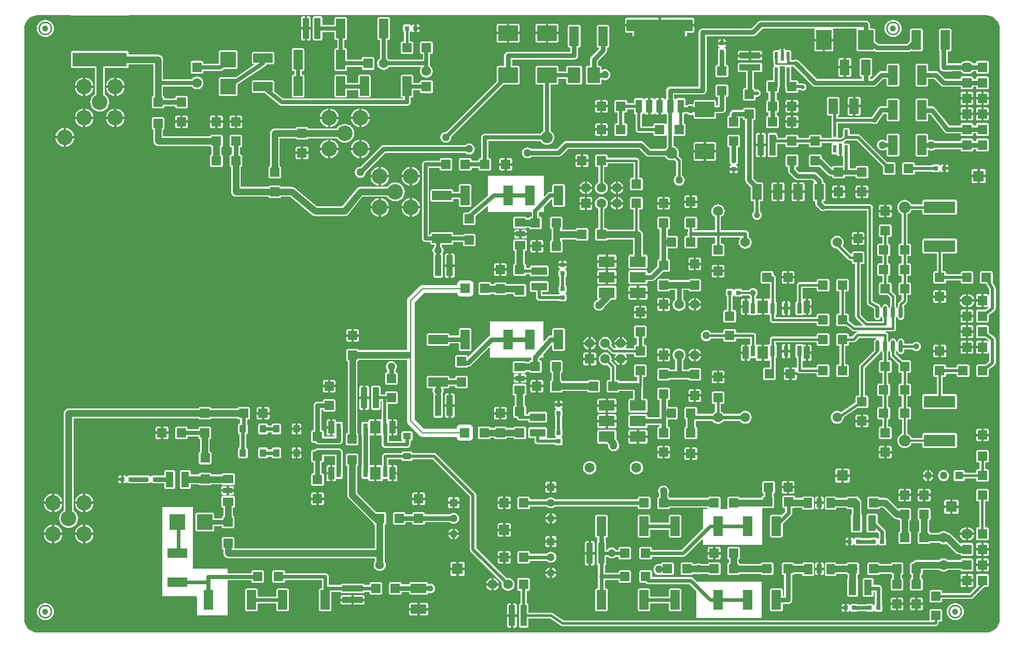
<source format=gtl>
G04 Layer_Physical_Order=1*
G04 Layer_Color=65280*
%FSLAX44Y44*%
%MOMM*%
G71*
G01*
G75*
%ADD10C,0.2500*%
%ADD11R,1.5240X1.5240*%
%ADD12R,1.5240X1.5240*%
%ADD13R,5.0800X1.9050*%
%ADD14R,0.7620X0.7620*%
%ADD15R,1.5240X3.1750*%
%ADD16R,1.5240X2.5400*%
%ADD17R,0.7620X0.7620*%
%ADD18R,3.1750X2.5400*%
%ADD19R,0.5080X1.2700*%
%ADD20R,0.6096X1.7780*%
%ADD21R,1.0160X3.4290*%
%ADD22R,1.2700X2.5400*%
%ADD23R,0.9144X1.5240*%
%ADD24R,0.7112X1.5240*%
%ADD25R,2.1590X1.2700*%
%ADD26R,1.5000X3.2000*%
%ADD27R,3.2000X1.5000*%
%ADD28R,2.5400X1.2700*%
%ADD29R,1.5240X0.9144*%
%ADD30R,1.5240X0.7112*%
%ADD31R,1.2700X2.1590*%
%ADD32R,2.5400X1.7780*%
%ADD33R,2.5400X1.5240*%
%ADD34R,3.1750X1.5240*%
%ADD35R,3.4290X1.0160*%
%ADD36R,2.5400X2.5400*%
%ADD37R,0.8000X1.8000*%
%ADD38R,1.0000X2.1000*%
%ADD39R,1.8000X2.1000*%
%ADD40R,1.0160X1.2700*%
%ADD41R,2.5400X3.1750*%
%ADD42R,2.0320X2.5400*%
%ADD43R,2.5400X2.5400*%
%ADD44C,0.1000*%
%ADD45R,8.8900X2.2860*%
%ADD46O,0.6096X2.0320*%
%ADD47R,1.2700X1.0160*%
%ADD48R,1.0668X2.1590*%
%ADD49R,8.3820X6.9850*%
%ADD50R,10.7950X1.9050*%
%ADD51C,0.7620*%
%ADD52C,1.0640*%
%ADD53C,0.6350*%
%ADD54C,0.6096*%
%ADD55C,0.5080*%
%ADD56C,0.4064*%
%ADD57C,0.3048*%
%ADD58C,0.2000*%
%ADD59C,0.2540*%
%ADD60R,5.2000X6.3000*%
%ADD61R,4.9000X4.7000*%
%ADD62R,5.3000X5.3000*%
%ADD63R,5.7150X5.0800*%
%ADD64R,12.0650X1.2700*%
%ADD65R,6.3500X6.9850*%
%ADD66R,5.0800X5.0800*%
%ADD67R,11.4300X5.7150*%
%ADD68R,5.7150X6.3500*%
%ADD69R,6.9850X5.7150*%
%ADD70R,7.6200X5.7150*%
%ADD71R,6.9850X5.0800*%
%ADD72R,5.7150X5.7150*%
%ADD73R,10.7664X2.9519*%
%ADD74R,6.0960X4.0640*%
%ADD75R,1.3970X1.6510*%
%ADD76R,0.5080X2.8210*%
%ADD77R,4.0640X6.0960*%
%ADD78R,1.6510X1.3970*%
%ADD79R,1.6510X0.5080*%
%ADD80R,2.6670X0.5080*%
%ADD81R,0.5080X1.6510*%
%ADD82R,0.2000X2.0000*%
%ADD83R,1.0000X1.0640*%
%ADD84R,1.5748X1.5748*%
%ADD85O,1.9050X1.5748*%
%ADD86R,1.7780X1.7780*%
%ADD87C,1.6510*%
%ADD88C,1.9050*%
%ADD89C,1.0000*%
%ADD90C,1.5748*%
%ADD91R,1.5748X1.5748*%
%ADD92C,1.2700*%
%ADD93R,1.2700X1.2700*%
%ADD94C,2.5400*%
%ADD95C,4.0640*%
%ADD96C,4.4450*%
%ADD97R,1.2700X1.2700*%
%ADD98R,1.6510X1.6510*%
%ADD99C,1.4224*%
%ADD100C,0.7000*%
%ADD101C,0.6800*%
%ADD102C,0.6000*%
%ADD103C,1.0000*%
%ADD104C,0.7620*%
G36*
X1578168Y1011861D02*
X1581452Y1011073D01*
X1584573Y1009780D01*
X1587453Y1008015D01*
X1590021Y1005821D01*
X1592215Y1003253D01*
X1593980Y1000373D01*
X1595273Y997252D01*
X1596061Y993968D01*
X1596315Y990750D01*
X1596285Y990600D01*
Y25400D01*
X1596315Y25250D01*
X1596061Y22032D01*
X1595273Y18748D01*
X1593980Y15627D01*
X1592215Y12747D01*
X1590021Y10179D01*
X1587453Y7985D01*
X1584573Y6220D01*
X1581452Y4927D01*
X1578168Y4139D01*
X1574950Y3885D01*
X1574800Y3915D01*
X25400D01*
X25250Y3885D01*
X22032Y4139D01*
X18748Y4927D01*
X15627Y6220D01*
X12747Y7985D01*
X10179Y10179D01*
X7985Y12747D01*
X6220Y15627D01*
X4927Y18748D01*
X4139Y22032D01*
X3885Y25250D01*
X3915Y25400D01*
Y990600D01*
X3885Y990750D01*
X4139Y993968D01*
X4927Y997252D01*
X6220Y1000373D01*
X7985Y1003253D01*
X10179Y1005821D01*
X12747Y1008015D01*
X15627Y1009780D01*
X18748Y1011073D01*
X22032Y1011861D01*
X25250Y1012115D01*
X25400Y1012085D01*
X79385D01*
X80129Y1010733D01*
X79930Y1009730D01*
Y1000301D01*
X127000D01*
X174070D01*
Y1009730D01*
X173871Y1010733D01*
X174615Y1012085D01*
X1574800D01*
X1574950Y1012115D01*
X1578168Y1011861D01*
D02*
G37*
%LPC*%
G36*
X882730Y373920D02*
X876300D01*
X869870D01*
Y372110D01*
X870069Y371107D01*
X870637Y370257D01*
X871487Y369689D01*
X871767Y369633D01*
Y368237D01*
X871487Y368181D01*
X870637Y367613D01*
X870069Y366763D01*
X869870Y365760D01*
Y358140D01*
X870069Y357137D01*
X870637Y356287D01*
X871146Y355947D01*
Y336203D01*
X870637Y335863D01*
X870069Y335013D01*
X869870Y334010D01*
Y326390D01*
X870069Y325387D01*
X870637Y324537D01*
X871487Y323969D01*
X871767Y323913D01*
Y322517D01*
X871487Y322461D01*
X870637Y321893D01*
X870297Y321384D01*
X857801D01*
X857069Y322754D01*
X857131Y322847D01*
X857330Y323850D01*
Y336550D01*
X857131Y337553D01*
X856563Y338403D01*
X855713Y338971D01*
X854710Y339170D01*
X829310D01*
X828307Y338971D01*
X827457Y338403D01*
X826889Y337553D01*
X826690Y336550D01*
Y323850D01*
X826889Y322847D01*
X827457Y321997D01*
X828307Y321429D01*
X829310Y321230D01*
X836856D01*
Y316230D01*
X837031Y314896D01*
X837546Y313653D01*
X838365Y312586D01*
X839433Y311766D01*
X840676Y311252D01*
X842010Y311076D01*
X870297D01*
X870637Y310567D01*
X871487Y309999D01*
X872490Y309800D01*
X880110D01*
X881113Y309999D01*
X881963Y310567D01*
X882531Y311417D01*
X882730Y312420D01*
Y320040D01*
X882531Y321043D01*
X881963Y321893D01*
X881113Y322461D01*
X880833Y322517D01*
Y323913D01*
X881113Y323969D01*
X881963Y324537D01*
X882531Y325387D01*
X882730Y326390D01*
Y334010D01*
X882531Y335013D01*
X881963Y335863D01*
X881454Y336203D01*
Y355947D01*
X881963Y356287D01*
X882531Y357137D01*
X882730Y358140D01*
Y365760D01*
X882531Y366763D01*
X881963Y367613D01*
X881113Y368181D01*
X880833Y368237D01*
Y369633D01*
X881113Y369689D01*
X881963Y370257D01*
X882531Y371107D01*
X882730Y372110D01*
Y373920D01*
D02*
G37*
G36*
X1003840Y335360D02*
X993140D01*
X992137Y335161D01*
X991287Y334593D01*
X990719Y333743D01*
X990520Y332740D01*
Y325851D01*
X1003840D01*
Y335360D01*
D02*
G37*
G36*
X762454Y340568D02*
X747214D01*
X746211Y340368D01*
X745361Y339800D01*
X744793Y338950D01*
X744594Y337947D01*
Y322707D01*
X744793Y321704D01*
X745361Y320854D01*
X746211Y320286D01*
X747214Y320087D01*
X762454D01*
X763457Y320286D01*
X764307Y320854D01*
X764875Y321704D01*
X764982Y322242D01*
X770877D01*
X771009Y321577D01*
X771577Y320727D01*
X772427Y320159D01*
X773430Y319960D01*
X788670D01*
X789673Y320159D01*
X790523Y320727D01*
X791091Y321577D01*
X791223Y322242D01*
X802627D01*
X802759Y321577D01*
X803327Y320727D01*
X804177Y320159D01*
X805180Y319960D01*
X820420D01*
X821423Y320159D01*
X822273Y320727D01*
X822841Y321577D01*
X823040Y322580D01*
Y337820D01*
X822841Y338823D01*
X822273Y339673D01*
X821423Y340241D01*
X820420Y340440D01*
X805180D01*
X804177Y340241D01*
X803327Y339673D01*
X802759Y338823D01*
X802627Y338158D01*
X791223D01*
X791091Y338823D01*
X790523Y339673D01*
X789673Y340241D01*
X788670Y340440D01*
X773430D01*
X772427Y340241D01*
X771577Y339673D01*
X771009Y338823D01*
X770877Y338158D01*
X765032D01*
X764875Y338950D01*
X764307Y339800D01*
X763457Y340368D01*
X762454Y340568D01*
D02*
G37*
G36*
X226599Y328200D02*
X218360D01*
Y322580D01*
X218559Y321577D01*
X219127Y320727D01*
X219977Y320159D01*
X220980Y319960D01*
X226599D01*
Y328200D01*
D02*
G37*
G36*
X238840D02*
X230599D01*
Y319960D01*
X236220D01*
X237223Y320159D01*
X238073Y320727D01*
X238641Y321577D01*
X238840Y322580D01*
Y328200D01*
D02*
G37*
G36*
X1018540Y335360D02*
X1007840D01*
Y325851D01*
X1021160D01*
Y332740D01*
X1020961Y333743D01*
X1020393Y334593D01*
X1019543Y335161D01*
X1018540Y335360D01*
D02*
G37*
G36*
X456010Y334549D02*
X450310D01*
Y327580D01*
X453390D01*
X454393Y327779D01*
X455243Y328347D01*
X455811Y329197D01*
X456010Y330200D01*
Y334549D01*
D02*
G37*
G36*
X1566450Y336630D02*
X1560830D01*
X1559827Y336431D01*
X1558977Y335863D01*
X1558409Y335013D01*
X1558210Y334010D01*
Y328390D01*
X1566450D01*
Y336630D01*
D02*
G37*
G36*
X446310Y334549D02*
X440610D01*
Y330200D01*
X440809Y329197D01*
X441377Y328347D01*
X442227Y327779D01*
X443230Y327580D01*
X446310D01*
Y334549D01*
D02*
G37*
G36*
X503089Y337049D02*
X497470D01*
Y328550D01*
X497669Y327547D01*
X498237Y326697D01*
X499087Y326129D01*
X500090Y325930D01*
X503089D01*
Y337049D01*
D02*
G37*
G36*
X612710D02*
X607090D01*
Y325930D01*
X610090D01*
X611093Y326129D01*
X611943Y326697D01*
X612511Y327547D01*
X612710Y328550D01*
Y337049D01*
D02*
G37*
G36*
X1578690Y324390D02*
X1570450D01*
Y316150D01*
X1576070D01*
X1577073Y316349D01*
X1577923Y316917D01*
X1578491Y317767D01*
X1578690Y318770D01*
Y324390D01*
D02*
G37*
G36*
X1055370Y308690D02*
X1049750D01*
Y300450D01*
X1057990D01*
Y306070D01*
X1057791Y307073D01*
X1057223Y307923D01*
X1056373Y308491D01*
X1055370Y308690D01*
D02*
G37*
G36*
X1407700D02*
X1402080D01*
X1401077Y308491D01*
X1400227Y307923D01*
X1399659Y307073D01*
X1399460Y306070D01*
Y300451D01*
X1407700D01*
Y308690D01*
D02*
G37*
G36*
X1045750D02*
X1040130D01*
X1039127Y308491D01*
X1038277Y307923D01*
X1037709Y307073D01*
X1037510Y306070D01*
Y300450D01*
X1045750D01*
Y308690D01*
D02*
G37*
G36*
X453390Y306150D02*
X450310D01*
Y299180D01*
X456010D01*
Y303530D01*
X455811Y304533D01*
X455243Y305383D01*
X454393Y305951D01*
X453390Y306150D01*
D02*
G37*
G36*
X967740Y335360D02*
X942340D01*
X941337Y335161D01*
X940487Y334593D01*
X939919Y333743D01*
X939720Y332740D01*
Y314960D01*
X939919Y313957D01*
X940487Y313107D01*
X941337Y312539D01*
X942340Y312340D01*
X955296D01*
X957193Y310443D01*
X957003Y309000D01*
X957310Y306671D01*
X958208Y304501D01*
X959638Y302638D01*
X961501Y301208D01*
X963671Y300310D01*
X966000Y300003D01*
X968329Y300310D01*
X970499Y301208D01*
X972362Y302638D01*
X973792Y304501D01*
X974690Y306671D01*
X974997Y309000D01*
X974690Y311329D01*
X973918Y313193D01*
X973687Y314950D01*
X972892Y316869D01*
X971627Y318517D01*
X971627Y318517D01*
X970360Y319784D01*
Y332740D01*
X970161Y333743D01*
X969593Y334593D01*
X968743Y335161D01*
X967740Y335360D01*
D02*
G37*
G36*
X1417320Y308690D02*
X1411700D01*
Y300451D01*
X1419940D01*
Y306070D01*
X1419741Y307073D01*
X1419173Y307923D01*
X1418323Y308491D01*
X1417320Y308690D01*
D02*
G37*
G36*
X1021160Y321851D02*
X1007840D01*
Y312340D01*
X1018540D01*
X1019543Y312539D01*
X1020393Y313107D01*
X1020961Y313957D01*
X1021160Y314960D01*
Y321851D01*
D02*
G37*
G36*
X1566450Y324390D02*
X1558210D01*
Y318770D01*
X1558409Y317767D01*
X1558977Y316917D01*
X1559827Y316349D01*
X1560830Y316150D01*
X1566450D01*
Y324390D01*
D02*
G37*
G36*
X1003840Y321851D02*
X990520D01*
Y314960D01*
X990719Y313957D01*
X991287Y313107D01*
X992137Y312539D01*
X993140Y312340D01*
X1003840D01*
Y321851D01*
D02*
G37*
G36*
X420370Y306150D02*
X410210D01*
X409207Y305951D01*
X408357Y305383D01*
X407789Y304533D01*
X407590Y303530D01*
Y302847D01*
X401400D01*
Y303530D01*
X401201Y304533D01*
X400633Y305383D01*
X399783Y305951D01*
X398780Y306150D01*
X388620D01*
X387617Y305951D01*
X386767Y305383D01*
X386199Y304533D01*
X386000Y303530D01*
Y290830D01*
X386199Y289827D01*
X386767Y288977D01*
X387617Y288409D01*
X388620Y288210D01*
X398780D01*
X399783Y288409D01*
X400633Y288977D01*
X401201Y289827D01*
X401400Y290830D01*
Y291514D01*
X407590D01*
Y290830D01*
X407789Y289827D01*
X408357Y288977D01*
X409207Y288409D01*
X410210Y288210D01*
X420370D01*
X421373Y288409D01*
X422223Y288977D01*
X422791Y289827D01*
X422990Y290830D01*
Y303530D01*
X422791Y304533D01*
X422223Y305383D01*
X421373Y305951D01*
X420370Y306150D01*
D02*
G37*
G36*
X582930Y407115D02*
X572770D01*
X571767Y406916D01*
X570917Y406348D01*
X570349Y405498D01*
X570150Y404495D01*
Y370205D01*
X570349Y369202D01*
X570917Y368352D01*
X571767Y367784D01*
X572770Y367585D01*
X582930D01*
X583933Y367784D01*
X584783Y368352D01*
X585351Y369202D01*
X585550Y370205D01*
Y382196D01*
X587436D01*
Y353264D01*
X586090Y352170D01*
X579090D01*
Y339049D01*
Y325930D01*
X586090D01*
X586211Y325954D01*
X587424Y324888D01*
Y311150D01*
X587617Y309683D01*
X588183Y308317D01*
X589083Y307143D01*
X590257Y306243D01*
X591623Y305677D01*
X593090Y305483D01*
X628650D01*
X630117Y305677D01*
X631483Y306243D01*
X632657Y307143D01*
X633557Y308317D01*
X634123Y309683D01*
X634316Y311150D01*
Y317420D01*
X635000D01*
X636003Y317619D01*
X636853Y318187D01*
X637421Y319037D01*
X637620Y320040D01*
Y330200D01*
X637421Y331203D01*
X636853Y332053D01*
X636003Y332621D01*
X635000Y332820D01*
X622300D01*
X621297Y332621D01*
X620447Y332053D01*
X619879Y331203D01*
X619680Y330200D01*
Y320040D01*
X619879Y319037D01*
X620447Y318187D01*
X620448Y318186D01*
X620033Y316817D01*
X598756D01*
Y324888D01*
X599969Y325954D01*
X600090Y325930D01*
X603090D01*
Y339049D01*
Y352170D01*
X600090D01*
X599114Y351976D01*
X599087Y351971D01*
X597744Y352721D01*
Y377110D01*
X610870D01*
X611873Y377309D01*
X612723Y377877D01*
X613291Y378727D01*
X613490Y379730D01*
Y394970D01*
X613291Y395973D01*
X612723Y396823D01*
X611873Y397391D01*
X610870Y397590D01*
X595630D01*
X594627Y397391D01*
X593777Y396823D01*
X593209Y395973D01*
X593010Y394970D01*
Y392504D01*
X585550D01*
Y404495D01*
X585351Y405498D01*
X584783Y406348D01*
X583933Y406916D01*
X582930Y407115D01*
D02*
G37*
G36*
X1576070Y336630D02*
X1570450D01*
Y328390D01*
X1578690D01*
Y334010D01*
X1578491Y335013D01*
X1577923Y335863D01*
X1577073Y336431D01*
X1576070Y336630D01*
D02*
G37*
G36*
X953040Y360760D02*
X942340D01*
X941337Y360561D01*
X940487Y359993D01*
X939919Y359143D01*
X939720Y358140D01*
Y351251D01*
X953040D01*
Y360760D01*
D02*
G37*
G36*
X967740D02*
X957040D01*
Y351251D01*
X970360D01*
Y358140D01*
X970161Y359143D01*
X969593Y359993D01*
X968743Y360561D01*
X967740Y360760D01*
D02*
G37*
G36*
X1379220Y359490D02*
X1373599D01*
Y351250D01*
X1381840D01*
Y356870D01*
X1381641Y357873D01*
X1381073Y358723D01*
X1380223Y359291D01*
X1379220Y359490D01*
D02*
G37*
G36*
X820620Y410187D02*
X804110D01*
X803107Y409987D01*
X802257Y409419D01*
X801689Y408569D01*
X801489Y407566D01*
Y393596D01*
X801689Y392593D01*
X802257Y391743D01*
X803107Y391175D01*
X804110Y390976D01*
X804842D01*
Y374663D01*
X804177Y374531D01*
X803327Y373963D01*
X802759Y373113D01*
X802560Y372110D01*
Y356870D01*
X802759Y355867D01*
X803327Y355017D01*
X804177Y354449D01*
X805180Y354250D01*
X807828D01*
X808336Y353023D01*
X809156Y351955D01*
X810223Y351136D01*
X811466Y350621D01*
X812800Y350446D01*
X826690D01*
Y349250D01*
X826889Y348247D01*
X827457Y347397D01*
X828307Y346829D01*
X829310Y346630D01*
X854710D01*
X855713Y346829D01*
X856563Y347397D01*
X857131Y348247D01*
X857330Y349250D01*
Y361950D01*
X857131Y362953D01*
X856563Y363803D01*
X855713Y364371D01*
X854710Y364570D01*
X829310D01*
X828307Y364371D01*
X827457Y363803D01*
X826889Y362953D01*
X826690Y361950D01*
Y360754D01*
X823040D01*
Y372110D01*
X822841Y373113D01*
X822273Y373963D01*
X821423Y374531D01*
X820758Y374663D01*
Y391003D01*
X821622Y391175D01*
X822473Y391743D01*
X823041Y392593D01*
X823240Y393596D01*
Y396393D01*
X823240Y396394D01*
Y403506D01*
X823240Y403507D01*
Y407566D01*
X823041Y408569D01*
X822473Y409419D01*
X821622Y409987D01*
X820620Y410187D01*
D02*
G37*
G36*
X1369599Y359490D02*
X1363980D01*
X1362977Y359291D01*
X1362127Y358723D01*
X1361559Y357873D01*
X1361360Y356870D01*
Y351250D01*
X1369599D01*
Y359490D01*
D02*
G37*
G36*
X391700Y359950D02*
X383460D01*
Y354330D01*
X383659Y353327D01*
X384227Y352477D01*
X385077Y351909D01*
X386080Y351710D01*
X391700D01*
Y359950D01*
D02*
G37*
G36*
X696500Y372650D02*
X690800D01*
Y357505D01*
X690999Y356502D01*
X691567Y355652D01*
X692417Y355084D01*
X693420Y354885D01*
X696500D01*
Y372650D01*
D02*
G37*
G36*
X706200D02*
X700500D01*
Y354885D01*
X703580D01*
X704583Y355084D01*
X705433Y355652D01*
X706001Y356502D01*
X706200Y357505D01*
Y372650D01*
D02*
G37*
G36*
X791290Y359950D02*
X783050D01*
Y351710D01*
X788670D01*
X789673Y351909D01*
X790523Y352477D01*
X791091Y353327D01*
X791290Y354330D01*
Y359950D01*
D02*
G37*
G36*
X403940Y359950D02*
X395700D01*
Y351710D01*
X401320D01*
X402323Y351909D01*
X403173Y352477D01*
X403741Y353327D01*
X403940Y354330D01*
Y359950D01*
D02*
G37*
G36*
X779050Y359950D02*
X770810D01*
Y354330D01*
X771009Y353327D01*
X771577Y352477D01*
X772427Y351909D01*
X773430Y351710D01*
X779050D01*
Y359950D01*
D02*
G37*
G36*
X420370Y345520D02*
X410210D01*
X409207Y345321D01*
X408357Y344753D01*
X407789Y343903D01*
X407590Y342900D01*
Y342216D01*
X401400D01*
Y342900D01*
X401201Y343903D01*
X400633Y344753D01*
X399783Y345321D01*
X398780Y345520D01*
X388620D01*
X387617Y345321D01*
X386767Y344753D01*
X386199Y343903D01*
X386000Y342900D01*
Y330200D01*
X386199Y329197D01*
X386767Y328347D01*
X387617Y327779D01*
X388620Y327580D01*
X398780D01*
X399783Y327779D01*
X400633Y328347D01*
X401201Y329197D01*
X401400Y330200D01*
Y330883D01*
X407590D01*
Y330200D01*
X407789Y329197D01*
X408357Y328347D01*
X409207Y327779D01*
X410210Y327580D01*
X420370D01*
X421373Y327779D01*
X422223Y328347D01*
X422791Y329197D01*
X422990Y330200D01*
Y342900D01*
X422791Y343903D01*
X422223Y344753D01*
X421373Y345321D01*
X420370Y345520D01*
D02*
G37*
G36*
X953040Y347251D02*
X939720D01*
Y340360D01*
X939919Y339357D01*
X940487Y338507D01*
X941337Y337939D01*
X942340Y337740D01*
X953040D01*
Y347251D01*
D02*
G37*
G36*
X970360D02*
X957040D01*
Y337740D01*
X967740D01*
X968743Y337939D01*
X969593Y338507D01*
X970161Y339357D01*
X970360Y340360D01*
Y347251D01*
D02*
G37*
G36*
X306070Y340440D02*
X290830D01*
X289827Y340241D01*
X288977Y339673D01*
X288409Y338823D01*
X288210Y337820D01*
Y335995D01*
X270590D01*
Y337820D01*
X270391Y338823D01*
X269823Y339673D01*
X268973Y340241D01*
X267970Y340440D01*
X252730D01*
X251727Y340241D01*
X250877Y339673D01*
X250309Y338823D01*
X250110Y337820D01*
Y322580D01*
X250309Y321577D01*
X250877Y320727D01*
X251727Y320159D01*
X252730Y319960D01*
X267970D01*
X268973Y320159D01*
X269823Y320727D01*
X270391Y321577D01*
X270590Y322580D01*
Y324405D01*
X288210D01*
Y322580D01*
X288409Y321577D01*
X288977Y320727D01*
X289827Y320159D01*
X290492Y320027D01*
Y299064D01*
X290377Y299041D01*
X289527Y298473D01*
X288959Y297623D01*
X288760Y296620D01*
Y281380D01*
X288959Y280377D01*
X289527Y279527D01*
X290377Y278959D01*
X291380Y278760D01*
X306620D01*
X307623Y278959D01*
X308473Y279527D01*
X309041Y280377D01*
X309240Y281380D01*
Y296620D01*
X309041Y297623D01*
X308473Y298473D01*
X307623Y299041D01*
X306620Y299240D01*
X306408D01*
Y320027D01*
X307073Y320159D01*
X307923Y320727D01*
X308491Y321577D01*
X308690Y322580D01*
Y337820D01*
X308491Y338823D01*
X307923Y339673D01*
X307073Y340241D01*
X306070Y340440D01*
D02*
G37*
G36*
X226599D02*
X220980D01*
X219977Y340241D01*
X219127Y339673D01*
X218559Y338823D01*
X218360Y337820D01*
Y332200D01*
X226599D01*
Y340440D01*
D02*
G37*
G36*
X236220D02*
X230599D01*
Y332200D01*
X238840D01*
Y337820D01*
X238641Y338823D01*
X238073Y339673D01*
X237223Y340241D01*
X236220Y340440D01*
D02*
G37*
G36*
X446310Y345520D02*
X443230D01*
X442227Y345321D01*
X441377Y344753D01*
X440809Y343903D01*
X440610Y342900D01*
Y338549D01*
X446310D01*
Y345520D01*
D02*
G37*
G36*
X503089Y352170D02*
X500090D01*
X499087Y351971D01*
X498237Y351403D01*
X497669Y350553D01*
X497470Y349550D01*
Y341049D01*
X503089D01*
Y352170D01*
D02*
G37*
G36*
X610090D02*
X607090D01*
Y341049D01*
X612710D01*
Y349550D01*
X612511Y350553D01*
X611943Y351403D01*
X611093Y351971D01*
X610090Y352170D01*
D02*
G37*
G36*
X1381840Y347250D02*
X1373599D01*
Y339010D01*
X1379220D01*
X1380223Y339209D01*
X1381073Y339777D01*
X1381641Y340627D01*
X1381840Y341630D01*
Y347250D01*
D02*
G37*
G36*
X453390Y345520D02*
X450310D01*
Y338549D01*
X456010D01*
Y342900D01*
X455811Y343903D01*
X455243Y344753D01*
X454393Y345321D01*
X453390Y345520D01*
D02*
G37*
G36*
X1369599Y347250D02*
X1361360D01*
Y341630D01*
X1361559Y340627D01*
X1362127Y339777D01*
X1362977Y339209D01*
X1363980Y339010D01*
X1369599D01*
Y347250D01*
D02*
G37*
G36*
X446310Y306150D02*
X443230D01*
X442227Y305951D01*
X441377Y305383D01*
X440809Y304533D01*
X440610Y303530D01*
Y299180D01*
X446310D01*
Y306150D01*
D02*
G37*
G36*
X273050Y269320D02*
X260350D01*
X259347Y269121D01*
X258497Y268553D01*
X257929Y267703D01*
X257730Y266700D01*
Y241300D01*
X257929Y240297D01*
X258497Y239447D01*
X259347Y238879D01*
X260350Y238680D01*
X273050D01*
X274053Y238879D01*
X274903Y239447D01*
X275471Y240297D01*
X275670Y241300D01*
Y246042D01*
X288989D01*
X289527Y245237D01*
X290377Y244669D01*
X291380Y244470D01*
X306620D01*
X307623Y244669D01*
X308473Y245237D01*
X309011Y246042D01*
X326116D01*
X326427Y245577D01*
X327277Y245009D01*
X328280Y244809D01*
X344790D01*
X345793Y245009D01*
X346643Y245577D01*
X347211Y246427D01*
X347410Y247430D01*
Y261400D01*
X347211Y262403D01*
X346643Y263253D01*
X345793Y263821D01*
X344790Y264020D01*
X328280D01*
X327277Y263821D01*
X326427Y263253D01*
X325859Y262403D01*
X325771Y261958D01*
X309240D01*
Y262330D01*
X309041Y263333D01*
X308473Y264183D01*
X307623Y264751D01*
X306620Y264950D01*
X291380D01*
X290377Y264751D01*
X289527Y264183D01*
X288959Y263333D01*
X288760Y262330D01*
Y261958D01*
X275670D01*
Y266700D01*
X275471Y267703D01*
X274903Y268553D01*
X274053Y269121D01*
X273050Y269320D01*
D02*
G37*
G36*
X161830Y252000D02*
X157400D01*
Y250190D01*
X157599Y249187D01*
X158167Y248337D01*
X159017Y247769D01*
X160020Y247570D01*
X161830D01*
Y252000D01*
D02*
G37*
G36*
X869950Y250270D02*
X865599D01*
Y243300D01*
X872570D01*
Y247650D01*
X872371Y248653D01*
X871803Y249503D01*
X870953Y250071D01*
X869950Y250270D01*
D02*
G37*
G36*
X1258570Y251540D02*
X1252950D01*
Y243300D01*
X1261190D01*
Y248920D01*
X1260991Y249923D01*
X1260423Y250773D01*
X1259573Y251341D01*
X1258570Y251540D01*
D02*
G37*
G36*
X861599Y250270D02*
X857250D01*
X856247Y250071D01*
X855397Y249503D01*
X854829Y248653D01*
X854630Y247650D01*
Y243300D01*
X861599D01*
Y250270D01*
D02*
G37*
G36*
X1337850Y258350D02*
X1328340D01*
Y251460D01*
X1328539Y250457D01*
X1329107Y249607D01*
X1329957Y249039D01*
X1330960Y248840D01*
X1337850D01*
Y258350D01*
D02*
G37*
G36*
X575090Y352170D02*
X568090D01*
X567087Y351971D01*
X566237Y351403D01*
X565669Y350553D01*
X565470Y349550D01*
Y348482D01*
X565090Y348170D01*
X557090D01*
X556087Y347971D01*
X555237Y347403D01*
X554669Y346553D01*
X554470Y345550D01*
Y327550D01*
X554655Y326618D01*
Y276481D01*
X554470Y275550D01*
Y257550D01*
X554669Y256547D01*
X555237Y255697D01*
X556087Y255129D01*
X557090Y254930D01*
X565090D01*
X565470Y254618D01*
Y253550D01*
X565669Y252547D01*
X566237Y251697D01*
X567087Y251129D01*
X568090Y250930D01*
X575090D01*
Y264049D01*
Y277170D01*
X568090D01*
X567525Y277634D01*
Y325466D01*
X568090Y325930D01*
X575090D01*
Y339049D01*
Y352170D01*
D02*
G37*
G36*
X612710Y262049D02*
X607090D01*
Y250930D01*
X610090D01*
X611093Y251129D01*
X611943Y251697D01*
X612511Y252547D01*
X612710Y253550D01*
Y262049D01*
D02*
G37*
G36*
X517090Y304885D02*
X482600D01*
X480934Y304666D01*
X479383Y304023D01*
X478050Y303000D01*
X477543Y302340D01*
X474980D01*
X473977Y302141D01*
X473127Y301573D01*
X472559Y300723D01*
X472360Y299720D01*
Y284480D01*
X472559Y283477D01*
X473127Y282627D01*
X473977Y282059D01*
X474980Y281860D01*
X476165D01*
Y264240D01*
X474980D01*
X473977Y264041D01*
X473127Y263473D01*
X472559Y262623D01*
X472360Y261620D01*
Y246380D01*
X472559Y245377D01*
X473127Y244527D01*
X473977Y243959D01*
X474980Y243760D01*
X490220D01*
X491223Y243959D01*
X492073Y244527D01*
X492641Y245377D01*
X492840Y246380D01*
Y261620D01*
X492641Y262623D01*
X492073Y263473D01*
X491223Y264041D01*
X490220Y264240D01*
X489035D01*
Y281860D01*
X490220D01*
X491223Y282059D01*
X492073Y282627D01*
X492641Y283477D01*
X492840Y284480D01*
Y292015D01*
X510655D01*
Y277634D01*
X510090Y277170D01*
X507090D01*
Y264049D01*
Y250930D01*
X510090D01*
X511093Y251129D01*
X511943Y251697D01*
X512511Y252547D01*
X512710Y253550D01*
Y254618D01*
X513090Y254930D01*
X521090D01*
X522093Y255129D01*
X522943Y255697D01*
X523511Y256547D01*
X523710Y257550D01*
Y275550D01*
X523525Y276481D01*
Y298450D01*
X523306Y300116D01*
X522663Y301667D01*
X521640Y303000D01*
X520308Y304023D01*
X518755Y304666D01*
X517090Y304885D01*
D02*
G37*
G36*
X1351360Y258350D02*
X1341850D01*
Y248840D01*
X1348740D01*
X1349743Y249039D01*
X1350593Y249607D01*
X1351161Y250457D01*
X1351360Y251460D01*
Y258350D01*
D02*
G37*
G36*
X503089Y262049D02*
X497470D01*
Y253550D01*
X497669Y252547D01*
X498237Y251697D01*
X499087Y251129D01*
X500090Y250930D01*
X503089D01*
Y262049D01*
D02*
G37*
G36*
X1248950Y251540D02*
X1243330D01*
X1242327Y251341D01*
X1241477Y250773D01*
X1240909Y249923D01*
X1240710Y248920D01*
Y243300D01*
X1248950D01*
Y251540D01*
D02*
G37*
G36*
Y239300D02*
X1240710D01*
Y233680D01*
X1240909Y232677D01*
X1241477Y231827D01*
X1242327Y231259D01*
X1243330Y231060D01*
X1248950D01*
Y239300D01*
D02*
G37*
G36*
X1261190D02*
X1252950D01*
Y231060D01*
X1258570D01*
X1259573Y231259D01*
X1260423Y231827D01*
X1260991Y232677D01*
X1261190Y233680D01*
Y239300D01*
D02*
G37*
G36*
X1449070Y238840D02*
X1443450D01*
Y230600D01*
X1451690D01*
Y236220D01*
X1451491Y237223D01*
X1450923Y238073D01*
X1450073Y238641D01*
X1449070Y238840D01*
D02*
G37*
G36*
X1480820D02*
X1475200D01*
Y230600D01*
X1483440D01*
Y236220D01*
X1483241Y237223D01*
X1482673Y238073D01*
X1481823Y238641D01*
X1480820Y238840D01*
D02*
G37*
G36*
X1439450D02*
X1433830D01*
X1432827Y238641D01*
X1431977Y238073D01*
X1431409Y237223D01*
X1431210Y236220D01*
Y230600D01*
X1439450D01*
Y238840D01*
D02*
G37*
G36*
X861599Y239300D02*
X854630D01*
Y234950D01*
X854829Y233947D01*
X855397Y233097D01*
X856247Y232529D01*
X857250Y232330D01*
X861599D01*
Y239300D01*
D02*
G37*
G36*
X343520Y243192D02*
X337900D01*
Y237999D01*
X346140D01*
Y240572D01*
X345941Y241575D01*
X345373Y242425D01*
X344523Y242993D01*
X343520Y243192D01*
D02*
G37*
G36*
X380350Y249415D02*
X376000D01*
Y237999D01*
X382970D01*
Y246795D01*
X382771Y247798D01*
X382203Y248648D01*
X381353Y249216D01*
X380350Y249415D01*
D02*
G37*
G36*
X372000D02*
X367650D01*
X366647Y249216D01*
X365797Y248648D01*
X365229Y247798D01*
X365030Y246795D01*
Y237999D01*
X372000D01*
Y249415D01*
D02*
G37*
G36*
X872570Y239300D02*
X865599D01*
Y232330D01*
X869950D01*
X870953Y232529D01*
X871803Y233097D01*
X872371Y233947D01*
X872570Y234950D01*
Y239300D01*
D02*
G37*
G36*
X333900Y243192D02*
X328280D01*
X327277Y242993D01*
X326427Y242425D01*
X325859Y241575D01*
X325660Y240572D01*
Y237999D01*
X333900D01*
Y243192D01*
D02*
G37*
G36*
X1504950Y269347D02*
X1502621Y269040D01*
X1500452Y268142D01*
X1498588Y266712D01*
X1497158Y264848D01*
X1496260Y262679D01*
X1495953Y260350D01*
X1496260Y258021D01*
X1497158Y255851D01*
X1498588Y253988D01*
X1500452Y252558D01*
X1502621Y251660D01*
X1504950Y251353D01*
X1507279Y251660D01*
X1509449Y252558D01*
X1511312Y253988D01*
X1512742Y255851D01*
X1513640Y258021D01*
X1513947Y260350D01*
X1513640Y262679D01*
X1512742Y264848D01*
X1511312Y266712D01*
X1509449Y268142D01*
X1507279Y269040D01*
X1504950Y269347D01*
D02*
G37*
G36*
X446310Y295180D02*
X440610D01*
Y290830D01*
X440809Y289827D01*
X441377Y288977D01*
X442227Y288409D01*
X443230Y288210D01*
X446310D01*
Y295180D01*
D02*
G37*
G36*
X456010D02*
X450310D01*
Y288210D01*
X453390D01*
X454393Y288409D01*
X455243Y288977D01*
X455811Y289827D01*
X456010Y290830D01*
Y295180D01*
D02*
G37*
G36*
X1102440Y293909D02*
X1094200D01*
Y285670D01*
X1099820D01*
X1100823Y285869D01*
X1101673Y286437D01*
X1102241Y287287D01*
X1102440Y288290D01*
Y293909D01*
D02*
G37*
G36*
X610090Y277170D02*
X607090D01*
Y266049D01*
X612710D01*
Y274550D01*
X612511Y275553D01*
X611943Y276403D01*
X611093Y276971D01*
X610090Y277170D01*
D02*
G37*
G36*
X1090200Y293909D02*
X1081960D01*
Y288290D01*
X1082159Y287287D01*
X1082727Y286437D01*
X1083577Y285869D01*
X1084580Y285670D01*
X1090200D01*
Y293909D01*
D02*
G37*
G36*
X1045750Y296450D02*
X1037510D01*
Y290830D01*
X1037709Y289827D01*
X1038277Y288977D01*
X1039127Y288409D01*
X1040130Y288210D01*
X1045750D01*
Y296450D01*
D02*
G37*
G36*
X1090200Y306150D02*
X1084580D01*
X1083577Y305951D01*
X1082727Y305383D01*
X1082159Y304533D01*
X1081960Y303530D01*
Y297909D01*
X1090200D01*
Y306150D01*
D02*
G37*
G36*
X1099820D02*
X1094200D01*
Y297909D01*
X1102440D01*
Y303530D01*
X1102241Y304533D01*
X1101673Y305383D01*
X1100823Y305951D01*
X1099820Y306150D01*
D02*
G37*
G36*
X1419940Y296451D02*
X1411700D01*
Y288210D01*
X1417320D01*
X1418323Y288409D01*
X1419173Y288977D01*
X1419741Y289827D01*
X1419940Y290830D01*
Y296451D01*
D02*
G37*
G36*
X1057990Y296450D02*
X1049750D01*
Y288210D01*
X1055370D01*
X1056373Y288409D01*
X1057223Y288977D01*
X1057791Y289827D01*
X1057990Y290830D01*
Y296450D01*
D02*
G37*
G36*
X1407700Y296451D02*
X1399460D01*
Y290830D01*
X1399659Y289827D01*
X1400227Y288977D01*
X1401077Y288409D01*
X1402080Y288210D01*
X1407700D01*
Y296451D01*
D02*
G37*
G36*
X503089Y277170D02*
X500090D01*
X499087Y276971D01*
X498237Y276403D01*
X497669Y275553D01*
X497470Y274550D01*
Y266049D01*
X503089D01*
Y277170D01*
D02*
G37*
G36*
X247650Y269320D02*
X234950D01*
X233947Y269121D01*
X233097Y268553D01*
X232529Y267703D01*
X232330Y266700D01*
Y260435D01*
X217170D01*
X217134Y260430D01*
X213360D01*
X212357Y260231D01*
X211507Y259663D01*
X210939Y258813D01*
X210883Y258533D01*
X209487D01*
X209431Y258813D01*
X208863Y259663D01*
X208013Y260231D01*
X207010Y260430D01*
X203236D01*
X203200Y260435D01*
X177800D01*
X177764Y260430D01*
X173990D01*
X172987Y260231D01*
X172137Y259663D01*
X171569Y258813D01*
X171513Y258533D01*
X170117D01*
X170061Y258813D01*
X169493Y259663D01*
X168643Y260231D01*
X167640Y260430D01*
X165830D01*
Y254000D01*
Y247570D01*
X167640D01*
X168643Y247769D01*
X169493Y248337D01*
X170061Y249187D01*
X170117Y249467D01*
X171513D01*
X171569Y249187D01*
X172137Y248337D01*
X172987Y247769D01*
X173990Y247570D01*
X177764D01*
X177800Y247565D01*
X203200D01*
X203236Y247570D01*
X207010D01*
X208013Y247769D01*
X208863Y248337D01*
X209431Y249187D01*
X209487Y249467D01*
X210883D01*
X210939Y249187D01*
X211507Y248337D01*
X212357Y247769D01*
X213360Y247570D01*
X217134D01*
X217170Y247565D01*
X232330D01*
Y241300D01*
X232529Y240297D01*
X233097Y239447D01*
X233947Y238879D01*
X234950Y238680D01*
X247650D01*
X248653Y238879D01*
X249503Y239447D01*
X250071Y240297D01*
X250270Y241300D01*
Y266700D01*
X250071Y267703D01*
X249503Y268553D01*
X248653Y269121D01*
X247650Y269320D01*
D02*
G37*
G36*
X927100Y283968D02*
X924274Y283596D01*
X921641Y282506D01*
X919380Y280770D01*
X917644Y278509D01*
X916554Y275876D01*
X916182Y273050D01*
X916554Y270224D01*
X917644Y267591D01*
X919380Y265329D01*
X921641Y263594D01*
X924274Y262504D01*
X927100Y262132D01*
X929926Y262504D01*
X932559Y263594D01*
X934820Y265329D01*
X936556Y267591D01*
X937646Y270224D01*
X938018Y273050D01*
X937646Y275876D01*
X936556Y278509D01*
X934820Y280770D01*
X932559Y282506D01*
X929926Y283596D01*
X927100Y283968D01*
D02*
G37*
G36*
X161830Y260430D02*
X160020D01*
X159017Y260231D01*
X158167Y259663D01*
X157599Y258813D01*
X157400Y257810D01*
Y256000D01*
X161830D01*
Y260430D01*
D02*
G37*
G36*
X1477550Y258349D02*
X1470816D01*
X1470860Y258021D01*
X1471758Y255851D01*
X1473188Y253988D01*
X1475052Y252558D01*
X1477221Y251660D01*
X1477550Y251616D01*
Y258349D01*
D02*
G37*
G36*
X1488284D02*
X1481550D01*
Y251616D01*
X1481879Y251660D01*
X1484048Y252558D01*
X1485912Y253988D01*
X1487342Y255851D01*
X1488240Y258021D01*
X1488284Y258349D01*
D02*
G37*
G36*
X1003300Y283968D02*
X1000474Y283596D01*
X997841Y282506D01*
X995580Y280770D01*
X993844Y278509D01*
X992754Y275876D01*
X992382Y273050D01*
X992754Y270224D01*
X993844Y267591D01*
X995580Y265329D01*
X997841Y263594D01*
X1000474Y262504D01*
X1003300Y262132D01*
X1006126Y262504D01*
X1008759Y263594D01*
X1011021Y265329D01*
X1012756Y267591D01*
X1013846Y270224D01*
X1014218Y273050D01*
X1013846Y275876D01*
X1012756Y278509D01*
X1011021Y280770D01*
X1008759Y282506D01*
X1006126Y283596D01*
X1003300Y283968D01*
D02*
G37*
G36*
X1348740Y271860D02*
X1341850D01*
Y262350D01*
X1351360D01*
Y269240D01*
X1351161Y270243D01*
X1350593Y271093D01*
X1349743Y271661D01*
X1348740Y271860D01*
D02*
G37*
G36*
X1576070Y302340D02*
X1560830D01*
X1559827Y302141D01*
X1558977Y301573D01*
X1558409Y300723D01*
X1558210Y299720D01*
Y284480D01*
X1558409Y283477D01*
X1558977Y282627D01*
X1559827Y282059D01*
X1560830Y281860D01*
X1563758D01*
Y270590D01*
X1560830D01*
X1559827Y270391D01*
X1558977Y269823D01*
X1558409Y268973D01*
X1558210Y267970D01*
Y265042D01*
X1539320D01*
Y266700D01*
X1539121Y267703D01*
X1538553Y268553D01*
X1537703Y269121D01*
X1536700Y269320D01*
X1524000D01*
X1522997Y269121D01*
X1522147Y268553D01*
X1521579Y267703D01*
X1521380Y266700D01*
Y254000D01*
X1521579Y252997D01*
X1522147Y252147D01*
X1522997Y251579D01*
X1524000Y251380D01*
X1536700D01*
X1537703Y251579D01*
X1538553Y252147D01*
X1539121Y252997D01*
X1539320Y254000D01*
Y255658D01*
X1558210D01*
Y252730D01*
X1558409Y251727D01*
X1558977Y250877D01*
X1559827Y250309D01*
X1560830Y250110D01*
X1576070D01*
X1577073Y250309D01*
X1577923Y250877D01*
X1578491Y251727D01*
X1578690Y252730D01*
Y267970D01*
X1578491Y268973D01*
X1577923Y269823D01*
X1577073Y270391D01*
X1576070Y270590D01*
X1573142D01*
Y281860D01*
X1576070D01*
X1577073Y282059D01*
X1577923Y282627D01*
X1578491Y283477D01*
X1578690Y284480D01*
Y299720D01*
X1578491Y300723D01*
X1577923Y301573D01*
X1577073Y302141D01*
X1576070Y302340D01*
D02*
G37*
G36*
X1337850Y271860D02*
X1330960D01*
X1329957Y271661D01*
X1329107Y271093D01*
X1328539Y270243D01*
X1328340Y269240D01*
Y262350D01*
X1337850D01*
Y271860D01*
D02*
G37*
G36*
X1477550Y269084D02*
X1477221Y269040D01*
X1475052Y268142D01*
X1473188Y266712D01*
X1471758Y264848D01*
X1470860Y262679D01*
X1470816Y262349D01*
X1477550D01*
Y269084D01*
D02*
G37*
G36*
X1481550D02*
Y262349D01*
X1488284D01*
X1488240Y262679D01*
X1487342Y264848D01*
X1485912Y266712D01*
X1484048Y268142D01*
X1481879Y269040D01*
X1481550Y269084D01*
D02*
G37*
G36*
X1096550Y455200D02*
X1088279D01*
X1088375Y454474D01*
X1089427Y451933D01*
X1091101Y449751D01*
X1093283Y448077D01*
X1095824Y447025D01*
X1096550Y446929D01*
Y455200D01*
D02*
G37*
G36*
X1108821D02*
X1100550D01*
Y446929D01*
X1101276Y447025D01*
X1103817Y448077D01*
X1105999Y449751D01*
X1107673Y451933D01*
X1108725Y454474D01*
X1108821Y455200D01*
D02*
G37*
G36*
X1058244D02*
X1049750D01*
Y446706D01*
X1055624D01*
X1056627Y446905D01*
X1057477Y447473D01*
X1058045Y448323D01*
X1058244Y449326D01*
Y455200D01*
D02*
G37*
G36*
X988171Y448850D02*
X979900D01*
Y440579D01*
X980626Y440675D01*
X983167Y441727D01*
X985349Y443401D01*
X987023Y445583D01*
X988075Y448124D01*
X988171Y448850D01*
D02*
G37*
G36*
X1045750Y455200D02*
X1037256D01*
Y449326D01*
X1037455Y448323D01*
X1038023Y447473D01*
X1038873Y446905D01*
X1039876Y446706D01*
X1045750D01*
Y455200D01*
D02*
G37*
G36*
X1179800Y459050D02*
X1174180D01*
Y450550D01*
X1174379Y449547D01*
X1174947Y448697D01*
X1175797Y448129D01*
X1176800Y447930D01*
X1179800D01*
Y459050D01*
D02*
G37*
G36*
X1254420Y461550D02*
X1249800D01*
Y451930D01*
X1251800D01*
X1252803Y452129D01*
X1253653Y452697D01*
X1254221Y453547D01*
X1254420Y454550D01*
Y461550D01*
D02*
G37*
G36*
X925100Y461344D02*
X919226D01*
X918223Y461145D01*
X917373Y460577D01*
X916805Y459727D01*
X916606Y458724D01*
Y452850D01*
X925100D01*
Y461344D01*
D02*
G37*
G36*
X1245800Y461550D02*
X1241180D01*
Y454550D01*
X1241379Y453547D01*
X1241947Y452697D01*
X1242797Y452129D01*
X1243800Y451930D01*
X1245800D01*
Y461550D01*
D02*
G37*
G36*
X1273800Y475170D02*
X1265800D01*
X1264797Y474971D01*
X1263947Y474403D01*
X1263379Y473553D01*
X1263180Y472550D01*
Y454550D01*
X1263379Y453547D01*
X1263947Y452697D01*
X1264797Y452129D01*
X1265180Y452053D01*
X1265275Y437019D01*
X1265020Y436817D01*
X1263909Y436409D01*
X1263383Y436761D01*
X1262380Y436960D01*
X1256759D01*
Y428720D01*
X1265318D01*
X1265379Y428756D01*
X1266370Y428949D01*
X1266682Y428482D01*
X1266695Y428474D01*
X1266703Y428461D01*
X1267456Y427965D01*
X1268204Y427465D01*
X1268219Y427462D01*
X1268232Y427454D01*
X1269118Y427283D01*
X1270000Y427108D01*
X1297860D01*
Y424180D01*
X1298059Y423177D01*
X1298627Y422327D01*
X1299477Y421759D01*
X1300480Y421560D01*
X1315720D01*
X1316723Y421759D01*
X1317573Y422327D01*
X1318141Y423177D01*
X1318340Y424180D01*
Y439420D01*
X1318141Y440423D01*
X1317573Y441273D01*
X1316723Y441841D01*
X1315720Y442040D01*
X1300480D01*
X1299477Y441841D01*
X1298627Y441273D01*
X1298059Y440423D01*
X1297860Y439420D01*
Y436492D01*
X1274663D01*
X1274595Y447285D01*
X1275604Y447994D01*
X1275960Y448097D01*
X1276800Y447930D01*
X1279800D01*
Y461050D01*
Y474170D01*
X1276800D01*
X1275925Y473996D01*
X1275653Y474403D01*
X1274803Y474971D01*
X1273800Y475170D01*
D02*
G37*
G36*
X1289420Y459050D02*
X1283800D01*
Y447930D01*
X1286800D01*
X1287803Y448129D01*
X1288653Y448697D01*
X1289221Y449547D01*
X1289420Y450550D01*
Y459050D01*
D02*
G37*
G36*
X975900Y448850D02*
X967629D01*
X967725Y448124D01*
X968777Y445583D01*
X970451Y443401D01*
X972633Y441727D01*
X975174Y440675D01*
X975900Y440579D01*
Y448850D01*
D02*
G37*
G36*
X820620Y426192D02*
X815000D01*
Y421000D01*
X823240D01*
Y423572D01*
X823041Y424575D01*
X822473Y425425D01*
X821623Y425993D01*
X820620Y426192D01*
D02*
G37*
G36*
X1134650Y431880D02*
X1129030D01*
X1128027Y431681D01*
X1127177Y431113D01*
X1126609Y430263D01*
X1126410Y429260D01*
Y423640D01*
X1134650D01*
Y431880D01*
D02*
G37*
G36*
X781250Y432415D02*
X776900D01*
Y421000D01*
X783870D01*
Y429795D01*
X783671Y430798D01*
X783103Y431648D01*
X782253Y432216D01*
X781250Y432415D01*
D02*
G37*
G36*
X811000Y426192D02*
X805380D01*
X804377Y425993D01*
X803527Y425425D01*
X802959Y424575D01*
X802760Y423572D01*
Y421000D01*
X811000D01*
Y426192D01*
D02*
G37*
G36*
X772900Y432415D02*
X768550D01*
X767547Y432216D01*
X766697Y431648D01*
X766129Y430798D01*
X765930Y429795D01*
Y421000D01*
X772900D01*
Y432415D01*
D02*
G37*
G36*
X1144270Y431880D02*
X1138650D01*
Y423640D01*
X1146890D01*
Y429260D01*
X1146691Y430263D01*
X1146123Y431113D01*
X1145273Y431681D01*
X1144270Y431880D01*
D02*
G37*
G36*
X925100Y448850D02*
X916606D01*
Y442976D01*
X916805Y441973D01*
X917373Y441123D01*
X918223Y440555D01*
X919226Y440356D01*
X925100D01*
Y448850D01*
D02*
G37*
G36*
X937594D02*
X929100D01*
Y440356D01*
X934974D01*
X935977Y440555D01*
X936827Y441123D01*
X937395Y441973D01*
X937594Y442976D01*
Y448850D01*
D02*
G37*
G36*
X1544320Y442040D02*
X1529080D01*
X1528077Y441841D01*
X1527227Y441273D01*
X1526659Y440423D01*
X1526460Y439420D01*
Y436954D01*
X1508840D01*
Y439420D01*
X1508641Y440423D01*
X1508073Y441273D01*
X1507223Y441841D01*
X1506220Y442040D01*
X1490980D01*
X1489977Y441841D01*
X1489127Y441273D01*
X1488559Y440423D01*
X1488360Y439420D01*
Y424180D01*
X1488559Y423177D01*
X1489127Y422327D01*
X1489977Y421759D01*
X1490980Y421560D01*
X1493908D01*
Y393145D01*
X1473200D01*
X1472197Y392946D01*
X1471347Y392378D01*
X1470779Y391528D01*
X1470580Y390525D01*
Y371475D01*
X1470779Y370472D01*
X1471347Y369622D01*
X1472197Y369054D01*
X1473200Y368855D01*
X1524000D01*
X1525003Y369054D01*
X1525853Y369622D01*
X1526421Y370472D01*
X1526620Y371475D01*
Y390525D01*
X1526421Y391528D01*
X1525853Y392378D01*
X1525003Y392946D01*
X1524000Y393145D01*
X1503292D01*
Y421560D01*
X1506220D01*
X1507223Y421759D01*
X1508073Y422327D01*
X1508641Y423177D01*
X1508840Y424180D01*
Y426646D01*
X1526460D01*
Y424180D01*
X1526659Y423177D01*
X1527227Y422327D01*
X1528077Y421759D01*
X1529080Y421560D01*
X1544320D01*
X1545323Y421759D01*
X1546173Y422327D01*
X1546741Y423177D01*
X1546940Y424180D01*
Y439420D01*
X1546741Y440423D01*
X1546173Y441273D01*
X1545323Y441841D01*
X1544320Y442040D01*
D02*
G37*
G36*
X1252759Y436960D02*
X1247140D01*
X1246137Y436761D01*
X1245287Y436193D01*
X1244719Y435343D01*
X1244520Y434340D01*
Y428720D01*
X1252759D01*
Y436960D01*
D02*
G37*
G36*
X1073150Y467734D02*
X1070424Y467375D01*
X1067883Y466323D01*
X1065701Y464649D01*
X1064027Y462467D01*
X1062975Y459926D01*
X1062616Y457200D01*
X1062975Y454474D01*
X1064027Y451933D01*
X1065701Y449751D01*
X1066715Y448973D01*
Y433408D01*
X1057923D01*
X1057791Y434073D01*
X1057223Y434923D01*
X1056373Y435491D01*
X1055370Y435690D01*
X1040130D01*
X1039127Y435491D01*
X1038277Y434923D01*
X1037709Y434073D01*
X1037510Y433070D01*
Y417830D01*
X1037709Y416827D01*
X1038277Y415977D01*
X1039127Y415409D01*
X1040130Y415210D01*
X1055370D01*
X1056373Y415409D01*
X1057223Y415977D01*
X1057791Y416827D01*
X1057923Y417492D01*
X1088377D01*
X1088509Y416827D01*
X1089077Y415977D01*
X1089927Y415409D01*
X1090930Y415210D01*
X1106170D01*
X1107173Y415409D01*
X1108023Y415977D01*
X1108591Y416827D01*
X1108790Y417830D01*
Y433070D01*
X1108591Y434073D01*
X1108023Y434923D01*
X1107173Y435491D01*
X1106170Y435690D01*
X1090930D01*
X1089927Y435491D01*
X1089077Y434923D01*
X1088509Y434073D01*
X1088377Y433408D01*
X1079585D01*
Y448973D01*
X1080599Y449751D01*
X1082273Y451933D01*
X1083325Y454474D01*
X1083684Y457200D01*
X1083325Y459926D01*
X1082273Y462467D01*
X1080599Y464649D01*
X1078417Y466323D01*
X1075876Y467375D01*
X1073150Y467734D01*
D02*
G37*
G36*
X934974Y461344D02*
X929100D01*
Y452850D01*
X937594D01*
Y458724D01*
X937395Y459727D01*
X936827Y460577D01*
X935977Y461145D01*
X934974Y461344D01*
D02*
G37*
G36*
X1506220Y473790D02*
X1500599D01*
Y465550D01*
X1508840D01*
Y471170D01*
X1508641Y472173D01*
X1508073Y473023D01*
X1507223Y473591D01*
X1506220Y473790D01*
D02*
G37*
G36*
X925100Y474250D02*
X916829D01*
X916925Y473524D01*
X917977Y470983D01*
X919651Y468801D01*
X921833Y467127D01*
X924374Y466075D01*
X925100Y465979D01*
Y474250D01*
D02*
G37*
G36*
X1251800Y475170D02*
X1249800D01*
Y465550D01*
X1254420D01*
Y472550D01*
X1254221Y473553D01*
X1253653Y474403D01*
X1252803Y474971D01*
X1251800Y475170D01*
D02*
G37*
G36*
X1496599Y473790D02*
X1490980D01*
X1489977Y473591D01*
X1489127Y473023D01*
X1488559Y472173D01*
X1488360Y471170D01*
Y465550D01*
X1496599D01*
Y473790D01*
D02*
G37*
G36*
X1245800Y475170D02*
X1243800D01*
X1242797Y474971D01*
X1241947Y474403D01*
X1241379Y473553D01*
X1241180Y472550D01*
Y465550D01*
X1245800D01*
Y475170D01*
D02*
G37*
G36*
X937371Y474250D02*
X929100D01*
Y465979D01*
X929826Y466075D01*
X932367Y467127D01*
X934549Y468801D01*
X936223Y470983D01*
X937275Y473524D01*
X937371Y474250D01*
D02*
G37*
G36*
X1550924Y480394D02*
X1545049D01*
Y471899D01*
X1553544D01*
Y477774D01*
X1553345Y478777D01*
X1552777Y479627D01*
X1551927Y480195D01*
X1550924Y480394D01*
D02*
G37*
G36*
X1315720Y492840D02*
X1300480D01*
X1299477Y492641D01*
X1298627Y492073D01*
X1298059Y491223D01*
X1297860Y490220D01*
Y487292D01*
X1225800D01*
X1224004Y486935D01*
X1222482Y485918D01*
X1221465Y484396D01*
X1221108Y482600D01*
Y475033D01*
X1220797Y474971D01*
X1219947Y474403D01*
X1219676Y473996D01*
X1218800Y474170D01*
X1211800D01*
Y461050D01*
Y447930D01*
X1218800D01*
X1219738Y448116D01*
X1219816Y448121D01*
X1221108Y447354D01*
Y436960D01*
X1212850D01*
X1211847Y436761D01*
X1210997Y436193D01*
X1210429Y435343D01*
X1210230Y434340D01*
Y419100D01*
X1210429Y418097D01*
X1210997Y417247D01*
X1211847Y416679D01*
X1212850Y416480D01*
X1228090D01*
X1229093Y416679D01*
X1229943Y417247D01*
X1230511Y418097D01*
X1230710Y419100D01*
Y434340D01*
X1230511Y435343D01*
X1230492Y435371D01*
Y452067D01*
X1230803Y452129D01*
X1231653Y452697D01*
X1232221Y453547D01*
X1232420Y454550D01*
Y472550D01*
X1232221Y473553D01*
X1231653Y474403D01*
X1230803Y474971D01*
X1230492Y475033D01*
Y477908D01*
X1297860D01*
Y474980D01*
X1298059Y473977D01*
X1298627Y473127D01*
X1299477Y472559D01*
X1300480Y472360D01*
X1315720D01*
X1316723Y472559D01*
X1317573Y473127D01*
X1318141Y473977D01*
X1318340Y474980D01*
Y490220D01*
X1318141Y491223D01*
X1317573Y492073D01*
X1316723Y492641D01*
X1315720Y492840D01*
D02*
G37*
G36*
X1566449Y480394D02*
X1560576D01*
X1559573Y480195D01*
X1558723Y479627D01*
X1558155Y478777D01*
X1557956Y477774D01*
Y471899D01*
X1566449D01*
Y480394D01*
D02*
G37*
G36*
X1017270Y505540D02*
X1002030D01*
X1001027Y505341D01*
X1000177Y504773D01*
X999609Y503923D01*
X999410Y502920D01*
Y487680D01*
X999609Y486677D01*
X1000177Y485827D01*
X1001027Y485259D01*
X1002030Y485060D01*
X1003984D01*
Y473790D01*
X1002030D01*
X1001027Y473591D01*
X1000177Y473023D01*
X999609Y472173D01*
X999410Y471170D01*
Y468242D01*
X986647D01*
X985971Y469612D01*
X987023Y470983D01*
X988075Y473524D01*
X988171Y474250D01*
X967629D01*
X967725Y473524D01*
X968777Y470983D01*
X969829Y469612D01*
X969153Y468242D01*
X967144D01*
X962437Y472949D01*
X962675Y473524D01*
X963034Y476250D01*
X962675Y478976D01*
X961623Y481517D01*
X959949Y483699D01*
X957767Y485373D01*
X955226Y486425D01*
X952500Y486784D01*
X949774Y486425D01*
X947233Y485373D01*
X945051Y483699D01*
X943377Y481517D01*
X942325Y478976D01*
X941966Y476250D01*
X942325Y473524D01*
X943377Y470983D01*
X945051Y468801D01*
X947233Y467127D01*
X949774Y466075D01*
X952500Y465716D01*
X955226Y466075D01*
X955801Y466313D01*
X961882Y460232D01*
X961882Y460232D01*
X963404Y459215D01*
X965200Y458858D01*
X965200Y458858D01*
X969153D01*
X969829Y457488D01*
X968777Y456117D01*
X967725Y453576D01*
X967629Y452850D01*
X988171D01*
X988075Y453576D01*
X987023Y456117D01*
X985971Y457488D01*
X986647Y458858D01*
X999410D01*
Y455930D01*
X999609Y454927D01*
X1000177Y454077D01*
X1001027Y453509D01*
X1002030Y453310D01*
X1017270D01*
X1018273Y453509D01*
X1019123Y454077D01*
X1019691Y454927D01*
X1019890Y455930D01*
Y471170D01*
X1019691Y472173D01*
X1019123Y473023D01*
X1018273Y473591D01*
X1017270Y473790D01*
X1015316D01*
Y485060D01*
X1017270D01*
X1018273Y485259D01*
X1019123Y485827D01*
X1019691Y486677D01*
X1019890Y487680D01*
Y502920D01*
X1019691Y503923D01*
X1019123Y504773D01*
X1018273Y505341D01*
X1017270Y505540D01*
D02*
G37*
G36*
X1541049Y480394D02*
X1535176D01*
X1534173Y480195D01*
X1533323Y479627D01*
X1532755Y478777D01*
X1532556Y477774D01*
Y471899D01*
X1541049D01*
Y480394D01*
D02*
G37*
G36*
X851000Y512000D02*
X764000Y512000D01*
X764000Y488429D01*
X763382Y488173D01*
X762050Y487150D01*
X729041Y454142D01*
X728404Y454406D01*
X727762Y454800D01*
X727591Y455663D01*
X727023Y456513D01*
X726173Y457081D01*
X725170Y457280D01*
X709930D01*
X708927Y457081D01*
X708077Y456513D01*
X707509Y455663D01*
X707310Y454660D01*
Y439420D01*
X707509Y438417D01*
X708077Y437567D01*
X708927Y436999D01*
X709930Y436800D01*
X725170D01*
X726173Y436999D01*
X727023Y437567D01*
X727355Y438065D01*
X728500D01*
X730165Y438284D01*
X731718Y438927D01*
X733050Y439950D01*
X762734Y469634D01*
X764000Y469109D01*
X764000Y453000D01*
X831765Y452999D01*
Y448390D01*
X830580D01*
X829577Y448191D01*
X828727Y447623D01*
X828159Y446773D01*
X828027Y446108D01*
X822567D01*
X822473Y446249D01*
X821623Y446817D01*
X820620Y447016D01*
X804110D01*
X803107Y446817D01*
X802257Y446249D01*
X801689Y445399D01*
X801490Y444396D01*
Y430426D01*
X801689Y429423D01*
X802257Y428573D01*
X803107Y428005D01*
X804110Y427805D01*
X820620D01*
X821623Y428005D01*
X822473Y428573D01*
X823041Y429423D01*
X823194Y430192D01*
X828027D01*
X828159Y429527D01*
X828727Y428677D01*
X829577Y428109D01*
X830580Y427910D01*
X845820D01*
X846823Y428109D01*
X847673Y428677D01*
X848241Y429527D01*
X848440Y430530D01*
Y445770D01*
X848241Y446773D01*
X847673Y447623D01*
X846823Y448191D01*
X845820Y448390D01*
X844635D01*
Y450984D01*
X846388Y452999D01*
X851000Y452999D01*
X851000Y458303D01*
X864777Y474146D01*
X866060Y473666D01*
Y466725D01*
X866259Y465722D01*
X866827Y464872D01*
X867677Y464304D01*
X868680Y464105D01*
X883920D01*
X884923Y464304D01*
X885773Y464872D01*
X886341Y465722D01*
X886540Y466725D01*
Y498475D01*
X886341Y499478D01*
X885773Y500328D01*
X884923Y500896D01*
X883920Y501095D01*
X868680D01*
X867677Y500896D01*
X866827Y500328D01*
X866259Y499478D01*
X866060Y498475D01*
Y489035D01*
X863600D01*
X863377Y489006D01*
X863152Y489019D01*
X862547Y488896D01*
X861935Y488816D01*
X861727Y488730D01*
X861506Y488685D01*
X860953Y488409D01*
X860383Y488173D01*
X860204Y488036D01*
X860002Y487935D01*
X859540Y487526D01*
X859050Y487150D01*
X858913Y486972D01*
X858744Y486823D01*
X852283Y479392D01*
X851000Y479872D01*
X851000Y512000D01*
D02*
G37*
G36*
X1055624Y467694D02*
X1049750D01*
Y459200D01*
X1058244D01*
Y465074D01*
X1058045Y466077D01*
X1057477Y466927D01*
X1056627Y467495D01*
X1055624Y467694D01*
D02*
G37*
G36*
X1096550Y467471D02*
X1095824Y467375D01*
X1093283Y466323D01*
X1091101Y464649D01*
X1089427Y462467D01*
X1088375Y459926D01*
X1088279Y459200D01*
X1096550D01*
Y467471D01*
D02*
G37*
G36*
X1045750Y467694D02*
X1039876D01*
X1038873Y467495D01*
X1038023Y466927D01*
X1037455Y466077D01*
X1037256Y465074D01*
Y459200D01*
X1045750D01*
Y467694D01*
D02*
G37*
G36*
X1496599Y461550D02*
X1488360D01*
Y455930D01*
X1488559Y454927D01*
X1489127Y454077D01*
X1489977Y453509D01*
X1490980Y453310D01*
X1496599D01*
Y461550D01*
D02*
G37*
G36*
X1508840D02*
X1500599D01*
Y453310D01*
X1506220D01*
X1507223Y453509D01*
X1508073Y454077D01*
X1508641Y454927D01*
X1508840Y455930D01*
Y461550D01*
D02*
G37*
G36*
X1100550Y467471D02*
Y459200D01*
X1108821D01*
X1108725Y459926D01*
X1107673Y462467D01*
X1105999Y464649D01*
X1103817Y466323D01*
X1101276Y467375D01*
X1100550Y467471D01*
D02*
G37*
G36*
X1179800Y474170D02*
X1176800D01*
X1175797Y473971D01*
X1174947Y473403D01*
X1174379Y472553D01*
X1174180Y471550D01*
Y463050D01*
X1179800D01*
Y474170D01*
D02*
G37*
G36*
X1286800D02*
X1283800D01*
Y463050D01*
X1289420D01*
Y471550D01*
X1289221Y472553D01*
X1288653Y473403D01*
X1287803Y473971D01*
X1286800Y474170D01*
D02*
G37*
G36*
X1566449Y467899D02*
X1557956D01*
Y462026D01*
X1558155Y461023D01*
X1558723Y460173D01*
X1559573Y459605D01*
X1560576Y459406D01*
X1566449D01*
Y467899D01*
D02*
G37*
G36*
X1541049D02*
X1532556D01*
Y462026D01*
X1532755Y461023D01*
X1533323Y460173D01*
X1534173Y459605D01*
X1535176Y459406D01*
X1541049D01*
Y467899D01*
D02*
G37*
G36*
X1553544D02*
X1545049D01*
Y459406D01*
X1550924D01*
X1551927Y459605D01*
X1552777Y460173D01*
X1553345Y461023D01*
X1553544Y462026D01*
Y467899D01*
D02*
G37*
G36*
X725170Y422990D02*
X709930D01*
X708927Y422791D01*
X708077Y422223D01*
X707509Y421373D01*
X707310Y420370D01*
Y419185D01*
X698070D01*
Y420250D01*
X697871Y421253D01*
X697303Y422103D01*
X696453Y422671D01*
X695450Y422870D01*
X663450D01*
X662447Y422671D01*
X661597Y422103D01*
X661029Y421253D01*
X660830Y420250D01*
Y405250D01*
X661029Y404247D01*
X661597Y403397D01*
X662447Y402829D01*
X663450Y402630D01*
X670066D01*
X670744Y401614D01*
X670751Y401260D01*
X670453Y399000D01*
X670760Y396671D01*
X671658Y394501D01*
X672422Y393506D01*
X671949Y392798D01*
X671750Y391795D01*
Y357505D01*
X671949Y356502D01*
X672517Y355652D01*
X673367Y355084D01*
X674370Y354885D01*
X684530D01*
X685533Y355084D01*
X686383Y355652D01*
X686951Y356502D01*
X687150Y357505D01*
Y391795D01*
X686951Y392798D01*
X686478Y393506D01*
X687242Y394501D01*
X688140Y396671D01*
X688447Y399000D01*
X688149Y401260D01*
X688156Y401614D01*
X688834Y402630D01*
X695450D01*
X696453Y402829D01*
X697303Y403397D01*
X697871Y404247D01*
X698070Y405250D01*
Y406315D01*
X707310D01*
Y405130D01*
X707509Y404127D01*
X708077Y403277D01*
X708927Y402709D01*
X709930Y402510D01*
X725170D01*
X726173Y402709D01*
X727023Y403277D01*
X727591Y404127D01*
X727790Y405130D01*
Y420370D01*
X727591Y421373D01*
X727023Y422223D01*
X726173Y422791D01*
X725170Y422990D01*
D02*
G37*
G36*
X696500Y394415D02*
X693420D01*
X692417Y394216D01*
X691567Y393648D01*
X690999Y392798D01*
X690800Y391795D01*
Y376650D01*
X696500D01*
Y394415D01*
D02*
G37*
G36*
X703580D02*
X700500D01*
Y376650D01*
X706200D01*
Y391795D01*
X706001Y392798D01*
X705433Y393648D01*
X704583Y394216D01*
X703580Y394415D01*
D02*
G37*
G36*
X369570Y372190D02*
X354330D01*
X353327Y371991D01*
X352477Y371423D01*
X351909Y370573D01*
X351777Y369908D01*
X308623D01*
X308491Y370573D01*
X307923Y371423D01*
X307073Y371991D01*
X306070Y372190D01*
X290830D01*
X289827Y371991D01*
X288977Y371423D01*
X288409Y370573D01*
X288277Y369908D01*
X76200D01*
X74140Y369637D01*
X72221Y368842D01*
X70573Y367577D01*
X69308Y365929D01*
X68513Y364010D01*
X68242Y361950D01*
Y203561D01*
X67675Y203258D01*
X65350Y201350D01*
X63442Y199025D01*
X62024Y196372D01*
X61151Y193493D01*
X60856Y190500D01*
X61151Y187507D01*
X62024Y184628D01*
X63442Y181975D01*
X65350Y179650D01*
X67675Y177742D01*
X70328Y176324D01*
X73207Y175451D01*
X76200Y175156D01*
X79193Y175451D01*
X82072Y176324D01*
X84725Y177742D01*
X87050Y179650D01*
X88958Y181975D01*
X90376Y184628D01*
X91249Y187507D01*
X91544Y190500D01*
X91249Y193493D01*
X90376Y196372D01*
X88958Y199025D01*
X87050Y201350D01*
X84725Y203258D01*
X84158Y203561D01*
Y353992D01*
X288277D01*
X288409Y353327D01*
X288977Y352477D01*
X289827Y351909D01*
X290830Y351710D01*
X306070D01*
X307073Y351909D01*
X307923Y352477D01*
X308491Y353327D01*
X308623Y353992D01*
X351777D01*
X351909Y353327D01*
X352477Y352477D01*
X353327Y351909D01*
X354330Y351710D01*
X356283D01*
Y345520D01*
X355600D01*
X354597Y345321D01*
X353747Y344753D01*
X353179Y343903D01*
X352980Y342900D01*
Y330200D01*
X353179Y329197D01*
X353747Y328347D01*
X354597Y327779D01*
X355014Y327696D01*
Y306034D01*
X354597Y305951D01*
X353747Y305383D01*
X353179Y304533D01*
X352980Y303530D01*
Y290830D01*
X353179Y289827D01*
X353747Y288977D01*
X354597Y288409D01*
X355600Y288210D01*
X365760D01*
X366763Y288409D01*
X367613Y288977D01*
X368181Y289827D01*
X368380Y290830D01*
Y303530D01*
X368181Y304533D01*
X367613Y305383D01*
X366763Y305951D01*
X366347Y306034D01*
Y327696D01*
X366763Y327779D01*
X367613Y328347D01*
X368181Y329197D01*
X368380Y330200D01*
Y342900D01*
X368181Y343903D01*
X367617Y344747D01*
Y351710D01*
X369570D01*
X370573Y351909D01*
X371423Y352477D01*
X371991Y353327D01*
X372190Y354330D01*
Y369570D01*
X371991Y370573D01*
X371423Y371423D01*
X370573Y371991D01*
X369570Y372190D01*
D02*
G37*
G36*
X556799Y385349D02*
X551100D01*
Y370205D01*
X551299Y369202D01*
X551867Y368352D01*
X552717Y367784D01*
X553720Y367585D01*
X556799D01*
Y385349D01*
D02*
G37*
G36*
X566500D02*
X560799D01*
Y367585D01*
X563880D01*
X564883Y367784D01*
X565733Y368352D01*
X566301Y369202D01*
X566500Y370205D01*
Y385349D01*
D02*
G37*
G36*
X953040Y386160D02*
X942340D01*
X941337Y385961D01*
X940487Y385393D01*
X939919Y384543D01*
X939720Y383540D01*
Y376651D01*
X953040D01*
Y386160D01*
D02*
G37*
G36*
X1096550Y389160D02*
X1088310D01*
Y383540D01*
X1088509Y382537D01*
X1089077Y381687D01*
X1089927Y381119D01*
X1090930Y380920D01*
X1096550D01*
Y389160D01*
D02*
G37*
G36*
X1108790D02*
X1100550D01*
Y380920D01*
X1106170D01*
X1107173Y381119D01*
X1108023Y381687D01*
X1108591Y382537D01*
X1108790Y383540D01*
Y389160D01*
D02*
G37*
G36*
X880110Y382350D02*
X878300D01*
Y377920D01*
X882730D01*
Y379730D01*
X882531Y380733D01*
X881963Y381583D01*
X881113Y382151D01*
X880110Y382350D01*
D02*
G37*
G36*
X967740Y386160D02*
X957040D01*
Y376651D01*
X970360D01*
Y383540D01*
X970161Y384543D01*
X969593Y385393D01*
X968743Y385961D01*
X967740Y386160D01*
D02*
G37*
G36*
X874300Y382350D02*
X872490D01*
X871487Y382151D01*
X870637Y381583D01*
X870069Y380733D01*
X869870Y379730D01*
Y377920D01*
X874300D01*
Y382350D01*
D02*
G37*
G36*
X509270Y384890D02*
X494030D01*
X493027Y384691D01*
X492177Y384123D01*
X491609Y383273D01*
X491410Y382270D01*
Y381085D01*
X482600D01*
X480934Y380866D01*
X479383Y380223D01*
X478050Y379200D01*
X477027Y377868D01*
X476384Y376315D01*
X476165Y374650D01*
Y334090D01*
X474980D01*
X473977Y333891D01*
X473127Y333323D01*
X472559Y332473D01*
X472360Y331470D01*
Y316230D01*
X472559Y315227D01*
X473127Y314377D01*
X473977Y313809D01*
X474980Y313610D01*
X478797D01*
X479036Y313252D01*
X479193Y313115D01*
X479320Y312950D01*
X479823Y312563D01*
X480300Y312146D01*
X480487Y312054D01*
X480653Y311927D01*
X481239Y311684D01*
X481808Y311404D01*
X482012Y311364D01*
X482205Y311284D01*
X482834Y311201D01*
X483456Y311078D01*
X483663Y311092D01*
X483870Y311065D01*
X517090D01*
X517913Y311173D01*
X518738Y311280D01*
X518746Y311283D01*
X518755Y311284D01*
X519523Y311602D01*
X520292Y311918D01*
X520299Y311924D01*
X520308Y311927D01*
X520968Y312434D01*
X521627Y312937D01*
X521633Y312944D01*
X521640Y312950D01*
X522148Y313612D01*
X522654Y314267D01*
X522657Y314275D01*
X522663Y314282D01*
X522982Y315052D01*
X523301Y315817D01*
X523302Y315826D01*
X523306Y315835D01*
X523414Y316659D01*
X523525Y317482D01*
X523551Y326750D01*
X523710Y327550D01*
Y345550D01*
X523511Y346553D01*
X522943Y347403D01*
X522093Y347971D01*
X521090Y348170D01*
X513090D01*
X512710Y348482D01*
Y349550D01*
X512511Y350553D01*
X511943Y351403D01*
X511093Y351971D01*
X510090Y352170D01*
X507090D01*
Y339049D01*
Y325930D01*
X508923D01*
X509884Y324798D01*
X509574Y323935D01*
X492840D01*
Y331470D01*
X492641Y332473D01*
X492073Y333323D01*
X491223Y333891D01*
X490220Y334090D01*
X489035D01*
Y368215D01*
X491410D01*
Y367030D01*
X491609Y366027D01*
X492177Y365177D01*
X493027Y364609D01*
X494030Y364410D01*
X509270D01*
X510273Y364609D01*
X511123Y365177D01*
X511691Y366027D01*
X511890Y367030D01*
Y382270D01*
X511691Y383273D01*
X511123Y384123D01*
X510273Y384691D01*
X509270Y384890D01*
D02*
G37*
G36*
X1144270Y397590D02*
X1129030D01*
X1128027Y397391D01*
X1127177Y396823D01*
X1126609Y395973D01*
X1126410Y394970D01*
Y379730D01*
X1126609Y378727D01*
X1127177Y377877D01*
X1128027Y377309D01*
X1129030Y377110D01*
X1131958D01*
Y365373D01*
X1131191Y365056D01*
X1128930Y363321D01*
X1127353Y361267D01*
X1102440D01*
Y369570D01*
X1102241Y370573D01*
X1101673Y371423D01*
X1100823Y371991D01*
X1099820Y372190D01*
X1084580D01*
X1083577Y371991D01*
X1082727Y371423D01*
X1082159Y370573D01*
X1081960Y369570D01*
Y354330D01*
X1082159Y353327D01*
X1082727Y352477D01*
X1083577Y351909D01*
X1084242Y351777D01*
Y340373D01*
X1083577Y340241D01*
X1082727Y339673D01*
X1082159Y338823D01*
X1081960Y337820D01*
Y322580D01*
X1082159Y321577D01*
X1082727Y320727D01*
X1083577Y320159D01*
X1084580Y319960D01*
X1099820D01*
X1100823Y320159D01*
X1101673Y320727D01*
X1102241Y321577D01*
X1102440Y322580D01*
Y337820D01*
X1102241Y338823D01*
X1101673Y339673D01*
X1100823Y340241D01*
X1100158Y340373D01*
Y349934D01*
X1127353D01*
X1128930Y347879D01*
X1131191Y346144D01*
X1133824Y345054D01*
X1136650Y344682D01*
X1139476Y345054D01*
X1142109Y346144D01*
X1144370Y347879D01*
X1145947Y349934D01*
X1172284D01*
X1173651Y348151D01*
X1175833Y346477D01*
X1178374Y345425D01*
X1181100Y345066D01*
X1183826Y345425D01*
X1186367Y346477D01*
X1188549Y348151D01*
X1190223Y350333D01*
X1191275Y352874D01*
X1191634Y355600D01*
X1191275Y358326D01*
X1190223Y360867D01*
X1188549Y363049D01*
X1186367Y364723D01*
X1183826Y365775D01*
X1181100Y366134D01*
X1178374Y365775D01*
X1175833Y364723D01*
X1173651Y363049D01*
X1172284Y361267D01*
X1145947D01*
X1144370Y363321D01*
X1142109Y365056D01*
X1141342Y365373D01*
Y377110D01*
X1144270D01*
X1145273Y377309D01*
X1146123Y377877D01*
X1146691Y378727D01*
X1146890Y379730D01*
Y394970D01*
X1146691Y395973D01*
X1146123Y396823D01*
X1145273Y397391D01*
X1144270Y397590D01*
D02*
G37*
G36*
X953040Y372651D02*
X939720D01*
Y365760D01*
X939919Y364757D01*
X940487Y363907D01*
X941337Y363339D01*
X942340Y363140D01*
X953040D01*
Y372651D01*
D02*
G37*
G36*
X1591253Y379000D02*
X1570450D01*
Y358197D01*
X1572042Y358322D01*
X1575545Y359163D01*
X1578874Y360542D01*
X1581946Y362424D01*
X1584686Y364764D01*
X1587026Y367504D01*
X1588908Y370576D01*
X1590287Y373905D01*
X1591128Y377408D01*
X1591253Y379000D01*
D02*
G37*
G36*
X1055370Y403940D02*
X1040130D01*
X1039127Y403741D01*
X1038277Y403173D01*
X1037709Y402323D01*
X1037510Y401320D01*
Y386080D01*
X1037709Y385077D01*
X1038277Y384227D01*
X1039127Y383659D01*
X1040130Y383460D01*
X1041315D01*
Y361950D01*
Y355685D01*
X1021160D01*
Y358140D01*
X1020961Y359143D01*
X1020393Y359993D01*
X1019543Y360561D01*
X1018540Y360760D01*
X993140D01*
X992137Y360561D01*
X991287Y359993D01*
X990719Y359143D01*
X990520Y358140D01*
Y340360D01*
X990719Y339357D01*
X991287Y338507D01*
X992137Y337939D01*
X993140Y337740D01*
X1018540D01*
X1019543Y337939D01*
X1020393Y338507D01*
X1020961Y339357D01*
X1021160Y340360D01*
Y342815D01*
X1041315D01*
Y340440D01*
X1040130D01*
X1039127Y340241D01*
X1038277Y339673D01*
X1037709Y338823D01*
X1037510Y337820D01*
Y322580D01*
X1037709Y321577D01*
X1038277Y320727D01*
X1039127Y320159D01*
X1040130Y319960D01*
X1055370D01*
X1056373Y320159D01*
X1057223Y320727D01*
X1057791Y321577D01*
X1057990Y322580D01*
Y337820D01*
X1057791Y338823D01*
X1057223Y339673D01*
X1056373Y340241D01*
X1055370Y340440D01*
X1054185D01*
Y351710D01*
X1068070D01*
X1069073Y351909D01*
X1069923Y352477D01*
X1070491Y353327D01*
X1070690Y354330D01*
Y369570D01*
X1070491Y370573D01*
X1069923Y371423D01*
X1069073Y371991D01*
X1068070Y372190D01*
X1054185D01*
Y383460D01*
X1055370D01*
X1056373Y383659D01*
X1057223Y384227D01*
X1057791Y385077D01*
X1057990Y386080D01*
Y401320D01*
X1057791Y402323D01*
X1057223Y403173D01*
X1056373Y403741D01*
X1055370Y403940D01*
D02*
G37*
G36*
X1566450Y379000D02*
X1545647D01*
X1545772Y377408D01*
X1546613Y373905D01*
X1547992Y370576D01*
X1549874Y367504D01*
X1552214Y364764D01*
X1554954Y362424D01*
X1558026Y360542D01*
X1561355Y359163D01*
X1564858Y358322D01*
X1566450Y358197D01*
Y379000D01*
D02*
G37*
G36*
X970360Y372651D02*
X957040D01*
Y363140D01*
X967740D01*
X968743Y363339D01*
X969593Y363907D01*
X970161Y364757D01*
X970360Y365760D01*
Y372651D01*
D02*
G37*
G36*
X391700Y372190D02*
X386080D01*
X385077Y371991D01*
X384227Y371423D01*
X383659Y370573D01*
X383460Y369570D01*
Y363950D01*
X391700D01*
Y372190D01*
D02*
G37*
G36*
X401320D02*
X395700D01*
Y363950D01*
X403940D01*
Y369570D01*
X403741Y370573D01*
X403173Y371423D01*
X402323Y371991D01*
X401320Y372190D01*
D02*
G37*
G36*
X788670D02*
X783050D01*
Y363950D01*
X791290D01*
Y369570D01*
X791091Y370573D01*
X790523Y371423D01*
X789673Y371991D01*
X788670Y372190D01*
D02*
G37*
G36*
X952500Y461384D02*
X949774Y461025D01*
X947233Y459973D01*
X945051Y458299D01*
X943377Y456117D01*
X942325Y453576D01*
X941966Y450850D01*
X942325Y448124D01*
X943377Y445583D01*
X945051Y443401D01*
X947233Y441727D01*
X949774Y440675D01*
X952500Y440316D01*
X955226Y440675D01*
X955801Y440913D01*
X960508Y436206D01*
Y416640D01*
X957580D01*
X956577Y416441D01*
X955727Y415873D01*
X955159Y415023D01*
X954960Y414020D01*
Y398780D01*
X955159Y397777D01*
X955727Y396927D01*
X956577Y396359D01*
X957580Y396160D01*
X972820D01*
X973823Y396359D01*
X974673Y396927D01*
X975241Y397777D01*
X975373Y398442D01*
X997882D01*
Y386160D01*
X993140D01*
X992137Y385961D01*
X991287Y385393D01*
X990719Y384543D01*
X990520Y383540D01*
Y365760D01*
X990719Y364757D01*
X991287Y363907D01*
X992137Y363339D01*
X993140Y363140D01*
X1018540D01*
X1019543Y363339D01*
X1020393Y363907D01*
X1020961Y364757D01*
X1021160Y365760D01*
Y383540D01*
X1020961Y384543D01*
X1020393Y385393D01*
X1019543Y385961D01*
X1018540Y386160D01*
X1013798D01*
Y404325D01*
X1013985Y404604D01*
X1014342Y406400D01*
Y421560D01*
X1017270D01*
X1018273Y421759D01*
X1019123Y422327D01*
X1019691Y423177D01*
X1019890Y424180D01*
Y439420D01*
X1019691Y440423D01*
X1019123Y441273D01*
X1018273Y441841D01*
X1017270Y442040D01*
X1002030D01*
X1001027Y441841D01*
X1000177Y441273D01*
X999609Y440423D01*
X999410Y439420D01*
Y424180D01*
X999609Y423177D01*
X1000177Y422327D01*
X1001027Y421759D01*
X1002030Y421560D01*
X1004958D01*
Y414358D01*
X975373D01*
X975241Y415023D01*
X974673Y415873D01*
X973823Y416441D01*
X972820Y416640D01*
X969892D01*
Y438150D01*
X969892Y438150D01*
X969535Y439946D01*
X968518Y441468D01*
X968518Y441468D01*
X962437Y447549D01*
X962675Y448124D01*
X963034Y450850D01*
X962675Y453576D01*
X961623Y456117D01*
X959949Y458299D01*
X957767Y459973D01*
X955226Y461025D01*
X952500Y461384D01*
D02*
G37*
G36*
X779050Y372190D02*
X773430D01*
X772427Y371991D01*
X771577Y371423D01*
X771009Y370573D01*
X770810Y369570D01*
Y363950D01*
X779050D01*
Y372190D01*
D02*
G37*
G36*
X1566450Y403803D02*
X1564858Y403678D01*
X1561355Y402837D01*
X1558026Y401458D01*
X1554954Y399576D01*
X1552214Y397236D01*
X1549874Y394496D01*
X1547992Y391424D01*
X1546613Y388095D01*
X1545772Y384592D01*
X1545647Y383000D01*
X1566450D01*
Y403803D01*
D02*
G37*
G36*
X509270Y416640D02*
X503650D01*
Y408400D01*
X511890D01*
Y414020D01*
X511691Y415023D01*
X511123Y415873D01*
X510273Y416441D01*
X509270Y416640D01*
D02*
G37*
G36*
X603250Y446997D02*
X600921Y446690D01*
X598751Y445792D01*
X596888Y444362D01*
X595458Y442499D01*
X594560Y440329D01*
X594253Y438000D01*
X594560Y435671D01*
X595458Y433502D01*
X596815Y431734D01*
Y429340D01*
X595630D01*
X594627Y429141D01*
X593777Y428573D01*
X593209Y427723D01*
X593010Y426720D01*
Y411480D01*
X593209Y410477D01*
X593777Y409627D01*
X594627Y409059D01*
X595630Y408860D01*
X610870D01*
X611873Y409059D01*
X612723Y409627D01*
X613291Y410477D01*
X613490Y411480D01*
Y426720D01*
X613291Y427723D01*
X612723Y428573D01*
X611873Y429141D01*
X610870Y429340D01*
X609685D01*
Y431734D01*
X611042Y433502D01*
X611940Y435671D01*
X612247Y438000D01*
X611940Y440329D01*
X611042Y442499D01*
X609612Y444362D01*
X607748Y445792D01*
X605579Y446690D01*
X603250Y446997D01*
D02*
G37*
G36*
X848360Y416640D02*
X842740D01*
Y408400D01*
X850980D01*
Y414020D01*
X850781Y415023D01*
X850213Y415873D01*
X849363Y416441D01*
X848360Y416640D01*
D02*
G37*
G36*
X499650D02*
X494030D01*
X493027Y416441D01*
X492177Y415873D01*
X491609Y415023D01*
X491410Y414020D01*
Y408400D01*
X499650D01*
Y416640D01*
D02*
G37*
G36*
X838740D02*
X833120D01*
X832117Y416441D01*
X831267Y415873D01*
X830699Y415023D01*
X830500Y414020D01*
Y408400D01*
X838740D01*
Y416640D01*
D02*
G37*
G36*
X1134650Y419640D02*
X1126410D01*
Y414020D01*
X1126609Y413017D01*
X1127177Y412167D01*
X1128027Y411599D01*
X1129030Y411400D01*
X1134650D01*
Y419640D01*
D02*
G37*
G36*
X1252759Y424720D02*
X1244520D01*
Y419100D01*
X1244719Y418097D01*
X1245287Y417247D01*
X1246137Y416679D01*
X1247140Y416480D01*
X1252759D01*
Y424720D01*
D02*
G37*
G36*
X1265000D02*
X1256759D01*
Y416480D01*
X1262380D01*
X1263383Y416679D01*
X1264233Y417247D01*
X1264801Y418097D01*
X1265000Y419100D01*
Y424720D01*
D02*
G37*
G36*
X823240Y417000D02*
X815000D01*
Y411808D01*
X820620D01*
X821623Y412007D01*
X822473Y412575D01*
X823041Y413425D01*
X823240Y414428D01*
Y417000D01*
D02*
G37*
G36*
X1146890Y419640D02*
X1138650D01*
Y411400D01*
X1144270D01*
X1145273Y411599D01*
X1146123Y412167D01*
X1146691Y413017D01*
X1146890Y414020D01*
Y419640D01*
D02*
G37*
G36*
X811000Y417000D02*
X802760D01*
Y414428D01*
X802959Y413425D01*
X803527Y412575D01*
X804377Y412007D01*
X805380Y411808D01*
X811000D01*
Y417000D01*
D02*
G37*
G36*
X783870D02*
X776900D01*
Y405585D01*
X781250D01*
X782253Y405784D01*
X783103Y406352D01*
X783671Y407202D01*
X783870Y408205D01*
Y417000D01*
D02*
G37*
G36*
X1096550Y401400D02*
X1090930D01*
X1089927Y401201D01*
X1089077Y400633D01*
X1088509Y399783D01*
X1088310Y398780D01*
Y393160D01*
X1096550D01*
Y401400D01*
D02*
G37*
G36*
X1106170D02*
X1100550D01*
Y393160D01*
X1108790D01*
Y398780D01*
X1108591Y399783D01*
X1108023Y400633D01*
X1107173Y401201D01*
X1106170Y401400D01*
D02*
G37*
G36*
X563880Y407115D02*
X560799D01*
Y389349D01*
X566500D01*
Y404495D01*
X566301Y405498D01*
X565733Y406348D01*
X564883Y406916D01*
X563880Y407115D01*
D02*
G37*
G36*
X1570450Y403803D02*
Y383000D01*
X1591253D01*
X1591128Y384592D01*
X1590287Y388095D01*
X1588908Y391424D01*
X1587026Y394496D01*
X1584686Y397236D01*
X1581946Y399576D01*
X1578874Y401458D01*
X1575545Y402837D01*
X1572042Y403678D01*
X1570450Y403803D01*
D02*
G37*
G36*
X556799Y407115D02*
X553720D01*
X552717Y406916D01*
X551867Y406348D01*
X551299Y405498D01*
X551100Y404495D01*
Y389349D01*
X556799D01*
Y407115D01*
D02*
G37*
G36*
X499650Y404400D02*
X491410D01*
Y398780D01*
X491609Y397777D01*
X492177Y396927D01*
X493027Y396359D01*
X494030Y396160D01*
X499650D01*
Y404400D01*
D02*
G37*
G36*
X880110Y448390D02*
X864870D01*
X863867Y448191D01*
X863017Y447623D01*
X862449Y446773D01*
X862250Y445770D01*
Y430530D01*
X862449Y429527D01*
X863017Y428677D01*
X863867Y428109D01*
X864532Y427977D01*
Y416573D01*
X863867Y416441D01*
X863017Y415873D01*
X862449Y415023D01*
X862250Y414020D01*
Y398780D01*
X862449Y397777D01*
X863017Y396927D01*
X863867Y396359D01*
X864870Y396160D01*
X880110D01*
X881113Y396359D01*
X881963Y396927D01*
X882531Y397777D01*
X882663Y398442D01*
X923277D01*
X923409Y397777D01*
X923977Y396927D01*
X924827Y396359D01*
X925830Y396160D01*
X941070D01*
X942073Y396359D01*
X942923Y396927D01*
X943491Y397777D01*
X943690Y398780D01*
Y414020D01*
X943491Y415023D01*
X942923Y415873D01*
X942073Y416441D01*
X941070Y416640D01*
X925830D01*
X924827Y416441D01*
X923977Y415873D01*
X923409Y415023D01*
X923277Y414358D01*
X882663D01*
X882531Y415023D01*
X881963Y415873D01*
X881113Y416441D01*
X880448Y416573D01*
Y427977D01*
X881113Y428109D01*
X881963Y428677D01*
X882531Y429527D01*
X882730Y430530D01*
Y445770D01*
X882531Y446773D01*
X881963Y447623D01*
X881113Y448191D01*
X880110Y448390D01*
D02*
G37*
G36*
X772900Y417000D02*
X765930D01*
Y408205D01*
X766129Y407202D01*
X766697Y406352D01*
X767547Y405784D01*
X768550Y405585D01*
X772900D01*
Y417000D01*
D02*
G37*
G36*
X850980Y404400D02*
X842740D01*
Y396160D01*
X848360D01*
X849363Y396359D01*
X850213Y396927D01*
X850781Y397777D01*
X850980Y398780D01*
Y404400D01*
D02*
G37*
G36*
X511890D02*
X503650D01*
Y396160D01*
X509270D01*
X510273Y396359D01*
X511123Y396927D01*
X511691Y397777D01*
X511890Y398780D01*
Y404400D01*
D02*
G37*
G36*
X838740D02*
X830500D01*
Y398780D01*
X830699Y397777D01*
X831267Y396927D01*
X832117Y396359D01*
X833120Y396160D01*
X838740D01*
Y404400D01*
D02*
G37*
G36*
X865600Y110334D02*
Y103600D01*
X872334D01*
X872290Y103929D01*
X871392Y106098D01*
X869962Y107962D01*
X868099Y109392D01*
X865929Y110290D01*
X865600Y110334D01*
D02*
G37*
G36*
X1504950Y125218D02*
X1502124Y124846D01*
X1499491Y123756D01*
X1497539Y122258D01*
X1460500D01*
X1458440Y121987D01*
X1456521Y121192D01*
X1454873Y119927D01*
X1453608Y118279D01*
X1453571Y118190D01*
X1452880D01*
X1451877Y117991D01*
X1451027Y117423D01*
X1450459Y116573D01*
X1450260Y115570D01*
Y100330D01*
X1450459Y99327D01*
X1451027Y98477D01*
X1451877Y97909D01*
X1452542Y97777D01*
Y92723D01*
X1451877Y92591D01*
X1451027Y92023D01*
X1450459Y91173D01*
X1450260Y90170D01*
Y74930D01*
X1450459Y73927D01*
X1451027Y73077D01*
X1451877Y72509D01*
X1452880Y72310D01*
X1468120D01*
X1469123Y72509D01*
X1469973Y73077D01*
X1470541Y73927D01*
X1470740Y74930D01*
Y90170D01*
X1470541Y91173D01*
X1469973Y92023D01*
X1469123Y92591D01*
X1468458Y92723D01*
Y97777D01*
X1469123Y97909D01*
X1469973Y98477D01*
X1470541Y99327D01*
X1470740Y100330D01*
Y106342D01*
X1497539D01*
X1499491Y104844D01*
X1502124Y103754D01*
X1504950Y103382D01*
X1507776Y103754D01*
X1510409Y104844D01*
X1512361Y106342D01*
X1532572D01*
X1532755Y105423D01*
X1533323Y104573D01*
X1534173Y104005D01*
X1535176Y103806D01*
X1550924D01*
X1551927Y104005D01*
X1552777Y104573D01*
X1553345Y105423D01*
X1553544Y106426D01*
Y122174D01*
X1553345Y123177D01*
X1552777Y124027D01*
X1551927Y124595D01*
X1550924Y124794D01*
X1535176D01*
X1534173Y124595D01*
X1533323Y124027D01*
X1532755Y123177D01*
X1532572Y122258D01*
X1512361D01*
X1510409Y123756D01*
X1507776Y124846D01*
X1504950Y125218D01*
D02*
G37*
G36*
X861600Y110334D02*
X861271Y110290D01*
X859101Y109392D01*
X857238Y107962D01*
X855808Y106098D01*
X854910Y103929D01*
X854866Y103600D01*
X861600D01*
Y110334D01*
D02*
G37*
G36*
X1300050Y106000D02*
X1294858D01*
Y100380D01*
X1295057Y99377D01*
X1295625Y98527D01*
X1296475Y97959D01*
X1297478Y97760D01*
X1300050D01*
Y106000D01*
D02*
G37*
G36*
X1309242D02*
X1304050D01*
Y97760D01*
X1306622D01*
X1307625Y97959D01*
X1308475Y98527D01*
X1309043Y99377D01*
X1309242Y100380D01*
Y106000D01*
D02*
G37*
G36*
X1566449Y112299D02*
X1557956D01*
Y106426D01*
X1558155Y105423D01*
X1558723Y104573D01*
X1559573Y104005D01*
X1560576Y103806D01*
X1566449D01*
Y112299D01*
D02*
G37*
G36*
X1300050Y118240D02*
X1297478D01*
X1296475Y118041D01*
X1295625Y117473D01*
X1295057Y116623D01*
X1294858Y115620D01*
Y110000D01*
X1300050D01*
Y118240D01*
D02*
G37*
G36*
X1306622D02*
X1304050D01*
Y110000D01*
X1309242D01*
Y115620D01*
X1309043Y116623D01*
X1308475Y117473D01*
X1307625Y118041D01*
X1306622Y118240D01*
D02*
G37*
G36*
X720090Y119460D02*
X713200D01*
Y109950D01*
X722710D01*
Y116840D01*
X722511Y117843D01*
X721943Y118693D01*
X721093Y119261D01*
X720090Y119460D01*
D02*
G37*
G36*
X1578944Y112299D02*
X1570449D01*
Y103806D01*
X1576324D01*
X1577327Y104005D01*
X1578177Y104573D01*
X1578745Y105423D01*
X1578944Y106426D01*
Y112299D01*
D02*
G37*
G36*
X709200Y119460D02*
X702310D01*
X701307Y119261D01*
X700457Y118693D01*
X699889Y117843D01*
X699690Y116840D01*
Y109950D01*
X709200D01*
Y119460D01*
D02*
G37*
G36*
X1169670Y143590D02*
X1154430D01*
X1153427Y143391D01*
X1152577Y142823D01*
X1152009Y141973D01*
X1151810Y140970D01*
Y125730D01*
X1152009Y124727D01*
X1152577Y123877D01*
X1153427Y123309D01*
X1154092Y123177D01*
Y118123D01*
X1153427Y117991D01*
X1152577Y117423D01*
X1152009Y116573D01*
X1151810Y115570D01*
Y100330D01*
X1152009Y99327D01*
X1152577Y98477D01*
X1153427Y97909D01*
X1154430Y97710D01*
X1169670D01*
X1170673Y97909D01*
X1171523Y98477D01*
X1172091Y99327D01*
X1172223Y99992D01*
X1206487D01*
X1206619Y99327D01*
X1207187Y98477D01*
X1208037Y97909D01*
X1209040Y97710D01*
X1224280D01*
X1225283Y97909D01*
X1226133Y98477D01*
X1226701Y99327D01*
X1226900Y100330D01*
Y105992D01*
X1227158Y107950D01*
X1226900Y109908D01*
Y115570D01*
X1226701Y116573D01*
X1226133Y117423D01*
X1225283Y117991D01*
X1224280Y118190D01*
X1209040D01*
X1208037Y117991D01*
X1207187Y117423D01*
X1206619Y116573D01*
X1206487Y115908D01*
X1172223D01*
X1172091Y116573D01*
X1171523Y117423D01*
X1170673Y117991D01*
X1170008Y118123D01*
Y123177D01*
X1170673Y123309D01*
X1171523Y123877D01*
X1172091Y124727D01*
X1172290Y125730D01*
Y140970D01*
X1172091Y141973D01*
X1171523Y142823D01*
X1170673Y143391D01*
X1169670Y143590D01*
D02*
G37*
G36*
X770350Y92821D02*
Y84549D01*
X778621D01*
X778525Y85276D01*
X777473Y87817D01*
X775799Y89999D01*
X773617Y91673D01*
X771076Y92725D01*
X770350Y92821D01*
D02*
G37*
G36*
X280000Y209000D02*
X229000D01*
Y63000D01*
X284000D01*
X286000Y61000D01*
Y32000D01*
X336000D01*
Y89205D01*
X374570D01*
Y87630D01*
X374769Y86627D01*
X375337Y85777D01*
X376187Y85209D01*
X377190Y85010D01*
X392430D01*
X393433Y85209D01*
X394283Y85777D01*
X394851Y86627D01*
X395050Y87630D01*
Y102870D01*
X394851Y103873D01*
X394283Y104723D01*
X393433Y105291D01*
X392430Y105490D01*
X377190D01*
X376187Y105291D01*
X375337Y104723D01*
X374769Y103873D01*
X374570Y102870D01*
Y100795D01*
X336000D01*
Y108000D01*
X280000D01*
X279000Y108414D01*
Y208000D01*
X280000Y209000D01*
D02*
G37*
G36*
X766350Y92821D02*
X765624Y92725D01*
X763083Y91673D01*
X760901Y89999D01*
X759227Y87817D01*
X758175Y85276D01*
X758079Y84549D01*
X766350D01*
Y92821D01*
D02*
G37*
G36*
X1553544Y86901D02*
X1545051D01*
Y78406D01*
X1550924D01*
X1551927Y78605D01*
X1552777Y79173D01*
X1553345Y80023D01*
X1553544Y81026D01*
Y86901D01*
D02*
G37*
G36*
X660400Y86440D02*
X635000D01*
X633997Y86241D01*
X633147Y85673D01*
X632579Y84823D01*
X632380Y83820D01*
Y82635D01*
X619840D01*
Y83820D01*
X619641Y84823D01*
X619073Y85673D01*
X618223Y86241D01*
X617220Y86440D01*
X601980D01*
X600977Y86241D01*
X600127Y85673D01*
X599559Y84823D01*
X599360Y83820D01*
Y68580D01*
X599559Y67577D01*
X600127Y66727D01*
X600977Y66159D01*
X601980Y65960D01*
X617220D01*
X618223Y66159D01*
X619073Y66727D01*
X619641Y67577D01*
X619840Y68580D01*
Y69765D01*
X632380D01*
Y68580D01*
X632579Y67577D01*
X633147Y66727D01*
X633997Y66159D01*
X635000Y65960D01*
X660400D01*
X661403Y66159D01*
X662253Y66727D01*
X662821Y67577D01*
X662909Y68018D01*
X664032Y68807D01*
X664390Y68887D01*
X665024Y68625D01*
X667000Y68365D01*
X668976Y68625D01*
X670818Y69388D01*
X672399Y70601D01*
X673612Y72182D01*
X674375Y74024D01*
X674635Y76000D01*
X674375Y77976D01*
X673612Y79818D01*
X672399Y81399D01*
X670818Y82612D01*
X668976Y83375D01*
X667000Y83635D01*
X665024Y83375D01*
X664390Y83113D01*
X663306Y83673D01*
X662982Y84012D01*
X662821Y84823D01*
X662253Y85673D01*
X661403Y86241D01*
X660400Y86440D01*
D02*
G37*
G36*
X1541051Y99394D02*
X1535176D01*
X1534173Y99195D01*
X1533323Y98627D01*
X1532755Y97777D01*
X1532556Y96774D01*
Y90901D01*
X1541051D01*
Y99394D01*
D02*
G37*
G36*
X709200Y105950D02*
X699690D01*
Y99060D01*
X699889Y98057D01*
X700457Y97207D01*
X701307Y96639D01*
X702310Y96440D01*
X709200D01*
Y105950D01*
D02*
G37*
G36*
X722710D02*
X713200D01*
Y96440D01*
X720090D01*
X721093Y96639D01*
X721943Y97207D01*
X722511Y98057D01*
X722710Y99060D01*
Y105950D01*
D02*
G37*
G36*
X861600Y99600D02*
X854866D01*
X854910Y99271D01*
X855808Y97101D01*
X857238Y95238D01*
X859101Y93808D01*
X861271Y92910D01*
X861600Y92866D01*
Y99600D01*
D02*
G37*
G36*
X1550924Y99394D02*
X1545051D01*
Y90901D01*
X1553544D01*
Y96774D01*
X1553345Y97777D01*
X1552777Y98627D01*
X1551927Y99195D01*
X1550924Y99394D01*
D02*
G37*
G36*
X872334Y99600D02*
X865600D01*
Y92866D01*
X865929Y92910D01*
X868099Y93808D01*
X869962Y95238D01*
X871392Y97101D01*
X872290Y99271D01*
X872334Y99600D01*
D02*
G37*
G36*
X925101Y131349D02*
X919400D01*
Y116205D01*
X919599Y115202D01*
X920167Y114352D01*
X921017Y113784D01*
X922020Y113585D01*
X925101D01*
Y131349D01*
D02*
G37*
G36*
X1480820Y207090D02*
X1465580D01*
X1464577Y206891D01*
X1463727Y206323D01*
X1463159Y205473D01*
X1462960Y204470D01*
Y189230D01*
X1463159Y188227D01*
X1463727Y187377D01*
X1464577Y186809D01*
X1465242Y186677D01*
Y168923D01*
X1464577Y168791D01*
X1463727Y168223D01*
X1463159Y167373D01*
X1462960Y166370D01*
Y151130D01*
X1463159Y150127D01*
X1463727Y149277D01*
X1464577Y148709D01*
X1465580Y148510D01*
X1480820D01*
X1481823Y148709D01*
X1482673Y149277D01*
X1483241Y150127D01*
X1483373Y150792D01*
X1497539D01*
X1499491Y149294D01*
X1502124Y148204D01*
X1504950Y147832D01*
X1507776Y148204D01*
X1509767Y149028D01*
X1524723Y134073D01*
X1526371Y132808D01*
X1528290Y132013D01*
X1530350Y131742D01*
X1532572D01*
X1532755Y130823D01*
X1533323Y129973D01*
X1534173Y129405D01*
X1535176Y129206D01*
X1550924D01*
X1551927Y129405D01*
X1552777Y129973D01*
X1553345Y130823D01*
X1553544Y131826D01*
Y147574D01*
X1553345Y148577D01*
X1552777Y149427D01*
X1551927Y149995D01*
X1550924Y150194D01*
X1535176D01*
X1534173Y149995D01*
X1533323Y149427D01*
X1531756Y149548D01*
X1516927Y164377D01*
X1515279Y165642D01*
X1513360Y166437D01*
X1512581Y166539D01*
X1510409Y168206D01*
X1507776Y169296D01*
X1504950Y169668D01*
X1502124Y169296D01*
X1499491Y168206D01*
X1497539Y166708D01*
X1483373D01*
X1483241Y167373D01*
X1482673Y168223D01*
X1481823Y168791D01*
X1481158Y168923D01*
Y186677D01*
X1481823Y186809D01*
X1482673Y187377D01*
X1483241Y188227D01*
X1483440Y189230D01*
Y204470D01*
X1483241Y205473D01*
X1482673Y206323D01*
X1481823Y206891D01*
X1480820Y207090D01*
D02*
G37*
G36*
X1566451Y137701D02*
X1557956D01*
Y131826D01*
X1558155Y130823D01*
X1558723Y129973D01*
X1559573Y129405D01*
X1560576Y129206D01*
X1566451D01*
Y137701D01*
D02*
G37*
G36*
X795020Y137240D02*
X789400D01*
Y129000D01*
X797640D01*
Y134620D01*
X797441Y135623D01*
X796873Y136473D01*
X796023Y137041D01*
X795020Y137240D01*
D02*
G37*
G36*
X1140540Y131349D02*
X1132301D01*
Y123110D01*
X1137920D01*
X1138923Y123309D01*
X1139773Y123877D01*
X1140341Y124727D01*
X1140540Y125730D01*
Y131349D01*
D02*
G37*
G36*
X785400Y137240D02*
X779780D01*
X778777Y137041D01*
X777927Y136473D01*
X777359Y135623D01*
X777160Y134620D01*
Y129000D01*
X785400D01*
Y137240D01*
D02*
G37*
G36*
X1578944Y137701D02*
X1570451D01*
Y129206D01*
X1576324D01*
X1577327Y129405D01*
X1578177Y129973D01*
X1578745Y130823D01*
X1578944Y131826D01*
Y137701D01*
D02*
G37*
G36*
X1137920Y143590D02*
X1132301D01*
Y135349D01*
X1140540D01*
Y140970D01*
X1140341Y141973D01*
X1139773Y142823D01*
X1138923Y143391D01*
X1137920Y143590D01*
D02*
G37*
G36*
X546710Y295990D02*
X531470D01*
X530467Y295791D01*
X529617Y295223D01*
X529049Y294373D01*
X528849Y293370D01*
Y278130D01*
X529049Y277127D01*
X529617Y276277D01*
X530467Y275709D01*
X531132Y275577D01*
Y260350D01*
X531132Y260347D01*
Y228600D01*
X531132Y228600D01*
X531403Y226540D01*
X532198Y224621D01*
X533463Y222973D01*
X571563Y184873D01*
X571563Y184873D01*
X573211Y183608D01*
X573960Y183298D01*
Y182880D01*
X574159Y181877D01*
X574727Y181027D01*
X575577Y180459D01*
X576242Y180327D01*
Y141308D01*
X347555D01*
X346790Y142240D01*
Y157480D01*
X346591Y158483D01*
X346023Y159333D01*
X345173Y159901D01*
X344170Y160100D01*
X328930D01*
X327927Y159901D01*
X327077Y159333D01*
X326509Y158483D01*
X326310Y157480D01*
Y142240D01*
X326509Y141237D01*
X327077Y140387D01*
X327927Y139819D01*
X328592Y139687D01*
Y133350D01*
X328863Y131290D01*
X329658Y129371D01*
X330923Y127723D01*
X332571Y126458D01*
X334490Y125663D01*
X336550Y125392D01*
X576242D01*
Y119833D01*
X575743Y119183D01*
X574767Y116827D01*
X574435Y114300D01*
X574767Y111772D01*
X575743Y109417D01*
X577295Y107395D01*
X579317Y105843D01*
X581673Y104867D01*
X584200Y104535D01*
X586727Y104867D01*
X589083Y105843D01*
X591105Y107395D01*
X592657Y109417D01*
X593633Y111772D01*
X593965Y114300D01*
X593633Y116827D01*
X592657Y119183D01*
X592158Y119833D01*
Y133350D01*
Y180327D01*
X592823Y180459D01*
X593673Y181027D01*
X594241Y181877D01*
X594440Y182880D01*
Y198120D01*
X594241Y199123D01*
X593673Y199973D01*
X592823Y200541D01*
X591820Y200740D01*
X578204D01*
X547048Y231896D01*
Y266550D01*
X547048Y266553D01*
Y275577D01*
X547712Y275709D01*
X548563Y276277D01*
X549131Y277127D01*
X549330Y278130D01*
Y293370D01*
X549131Y294373D01*
X548563Y295223D01*
X547712Y295791D01*
X546710Y295990D01*
D02*
G37*
G36*
X932180Y153115D02*
X929101D01*
Y135349D01*
X934800D01*
Y150495D01*
X934601Y151498D01*
X934033Y152348D01*
X933183Y152916D01*
X932180Y153115D01*
D02*
G37*
G36*
X1128301Y143590D02*
X1122680D01*
X1121677Y143391D01*
X1120827Y142823D01*
X1120259Y141973D01*
X1120060Y140970D01*
Y135349D01*
X1128301D01*
Y143590D01*
D02*
G37*
G36*
X925101Y153115D02*
X922020D01*
X921017Y152916D01*
X920167Y152348D01*
X919599Y151498D01*
X919400Y150495D01*
Y135349D01*
X925101D01*
Y153115D01*
D02*
G37*
G36*
X1128301Y131349D02*
X1120060D01*
Y125730D01*
X1120259Y124727D01*
X1120827Y123877D01*
X1121677Y123309D01*
X1122680Y123110D01*
X1128301D01*
Y131349D01*
D02*
G37*
G36*
X1286556Y118240D02*
X1279444D01*
X1279443Y118240D01*
X1276650D01*
X1275647Y118041D01*
X1274797Y117473D01*
X1274229Y116622D01*
X1274087Y115908D01*
X1261123D01*
X1260991Y116573D01*
X1260423Y117423D01*
X1259573Y117991D01*
X1258570Y118190D01*
X1243330D01*
X1242327Y117991D01*
X1241477Y117423D01*
X1240909Y116573D01*
X1240710Y115570D01*
Y100330D01*
X1240909Y99327D01*
X1241477Y98477D01*
X1242327Y97909D01*
X1243330Y97710D01*
X1244515D01*
Y63585D01*
X1242140D01*
Y73025D01*
X1241941Y74028D01*
X1241373Y74878D01*
X1240523Y75446D01*
X1239520Y75645D01*
X1224280D01*
X1223277Y75446D01*
X1222427Y74878D01*
X1221859Y74028D01*
X1221660Y73025D01*
Y41275D01*
X1221859Y40272D01*
X1222427Y39422D01*
X1223277Y38854D01*
X1224280Y38655D01*
X1239520D01*
X1240523Y38854D01*
X1241373Y39422D01*
X1241941Y40272D01*
X1242140Y41275D01*
Y50715D01*
X1250950D01*
X1252616Y50934D01*
X1254167Y51577D01*
X1255500Y52600D01*
X1256523Y53932D01*
X1257166Y55484D01*
X1257385Y57150D01*
Y97710D01*
X1258570D01*
X1259573Y97909D01*
X1260423Y98477D01*
X1260991Y99327D01*
X1261123Y99992D01*
X1274029D01*
Y99110D01*
X1274229Y98107D01*
X1274797Y97257D01*
X1275647Y96689D01*
X1276650Y96489D01*
X1290620D01*
X1291622Y96689D01*
X1292473Y97257D01*
X1293041Y98107D01*
X1293240Y99110D01*
Y115620D01*
X1293041Y116622D01*
X1292473Y117473D01*
X1291622Y118041D01*
X1290620Y118240D01*
X1286557D01*
X1286556Y118240D01*
D02*
G37*
G36*
X1436370Y118190D02*
X1421130D01*
X1420127Y117991D01*
X1419277Y117423D01*
X1418709Y116573D01*
X1418577Y115908D01*
X1400823D01*
X1400691Y116573D01*
X1400123Y117423D01*
X1399273Y117991D01*
X1398270Y118190D01*
X1383030D01*
X1382027Y117991D01*
X1381177Y117423D01*
X1380609Y116573D01*
X1380410Y115570D01*
Y100330D01*
X1380609Y99327D01*
X1381177Y98477D01*
X1382027Y97909D01*
X1383030Y97710D01*
X1398270D01*
X1399273Y97909D01*
X1400123Y98477D01*
X1400691Y99327D01*
X1400823Y99992D01*
X1418577D01*
X1418709Y99327D01*
X1419277Y98477D01*
X1420127Y97909D01*
X1420792Y97777D01*
Y92723D01*
X1420127Y92591D01*
X1419277Y92023D01*
X1418709Y91173D01*
X1418510Y90170D01*
Y74930D01*
X1418709Y73927D01*
X1419277Y73077D01*
X1420127Y72509D01*
X1421130Y72310D01*
X1436370D01*
X1437373Y72509D01*
X1438223Y73077D01*
X1438791Y73927D01*
X1438990Y74930D01*
Y90170D01*
X1438791Y91173D01*
X1438223Y92023D01*
X1437373Y92591D01*
X1436708Y92723D01*
Y97777D01*
X1437373Y97909D01*
X1438223Y98477D01*
X1438791Y99327D01*
X1438990Y100330D01*
Y115570D01*
X1438791Y116573D01*
X1438223Y117423D01*
X1437373Y117991D01*
X1436370Y118190D01*
D02*
G37*
G36*
X1137920D02*
X1122680D01*
X1121677Y117991D01*
X1120827Y117423D01*
X1120259Y116573D01*
X1120127Y115908D01*
X1108997D01*
X1107229Y116640D01*
X1104900Y116947D01*
X1102571Y116640D01*
X1100803Y115908D01*
X1096023D01*
X1095891Y116573D01*
X1095323Y117423D01*
X1094473Y117991D01*
X1093470Y118190D01*
X1078230D01*
X1077227Y117991D01*
X1076377Y117423D01*
X1075809Y116573D01*
X1075610Y115570D01*
Y100330D01*
X1075809Y99327D01*
X1076377Y98477D01*
X1077227Y97909D01*
X1078230Y97710D01*
X1093470D01*
X1094473Y97909D01*
X1095323Y98477D01*
X1095891Y99327D01*
X1096023Y99992D01*
X1100803D01*
X1102571Y99260D01*
X1104900Y98953D01*
X1107229Y99260D01*
X1108997Y99992D01*
X1120127D01*
X1120259Y99327D01*
X1120827Y98477D01*
X1121677Y97909D01*
X1122680Y97710D01*
X1137920D01*
X1138923Y97909D01*
X1139773Y98477D01*
X1140341Y99327D01*
X1140540Y100330D01*
Y115570D01*
X1140341Y116573D01*
X1139773Y117423D01*
X1138923Y117991D01*
X1137920Y118190D01*
D02*
G37*
G36*
X934800Y131349D02*
X929101D01*
Y113585D01*
X932180D01*
X933183Y113784D01*
X934033Y114352D01*
X934601Y115202D01*
X934800Y116205D01*
Y131349D01*
D02*
G37*
G36*
X1061720Y118190D02*
X1046480D01*
X1045477Y117991D01*
X1044627Y117423D01*
X1044059Y116573D01*
X1044038Y116465D01*
X1042565Y115593D01*
X1042329Y115690D01*
X1040000Y115997D01*
X1037671Y115690D01*
X1035501Y114792D01*
X1033638Y113362D01*
X1032208Y111498D01*
X1031310Y109329D01*
X1031003Y107000D01*
X1031310Y104671D01*
X1032208Y102501D01*
X1033638Y100638D01*
X1035501Y99208D01*
X1037671Y98310D01*
X1040000Y98003D01*
X1042329Y98310D01*
X1044217Y99092D01*
X1044627Y98477D01*
X1045477Y97909D01*
X1046480Y97710D01*
X1061720D01*
X1062723Y97909D01*
X1063573Y98477D01*
X1064141Y99327D01*
X1064340Y100330D01*
Y115570D01*
X1064141Y116573D01*
X1063573Y117423D01*
X1062723Y117991D01*
X1061720Y118190D01*
D02*
G37*
G36*
X1566449Y124794D02*
X1560576D01*
X1559573Y124595D01*
X1558723Y124027D01*
X1558155Y123177D01*
X1557956Y122174D01*
Y116299D01*
X1566449D01*
Y124794D01*
D02*
G37*
G36*
X826770Y137240D02*
X811530D01*
X810527Y137041D01*
X809677Y136473D01*
X809109Y135623D01*
X808910Y134620D01*
Y119380D01*
X809109Y118377D01*
X809677Y117527D01*
X810527Y116959D01*
X811530Y116760D01*
X826770D01*
X827773Y116959D01*
X828623Y117527D01*
X829191Y118377D01*
X829390Y119380D01*
Y121334D01*
X856705D01*
X857238Y120638D01*
X859101Y119208D01*
X861271Y118310D01*
X863600Y118003D01*
X865929Y118310D01*
X868099Y119208D01*
X869962Y120638D01*
X871392Y122501D01*
X872290Y124671D01*
X872597Y127000D01*
X872290Y129329D01*
X871392Y131498D01*
X869962Y133362D01*
X868099Y134792D01*
X865929Y135690D01*
X863600Y135997D01*
X861271Y135690D01*
X859101Y134792D01*
X857238Y133362D01*
X856705Y132667D01*
X829390D01*
Y134620D01*
X829191Y135623D01*
X828623Y136473D01*
X827773Y137041D01*
X826770Y137240D01*
D02*
G37*
G36*
X953650Y196420D02*
X938650D01*
X937647Y196221D01*
X936797Y195653D01*
X936229Y194803D01*
X936030Y193800D01*
Y161800D01*
X936229Y160797D01*
X936797Y159947D01*
X937647Y159379D01*
X938650Y159180D01*
X939715D01*
Y152681D01*
X939217Y152348D01*
X938649Y151498D01*
X938450Y150495D01*
Y116205D01*
X938649Y115202D01*
X939217Y114352D01*
X940067Y113784D01*
X940483Y113701D01*
Y96223D01*
X940355Y95250D01*
X940483Y94277D01*
Y75770D01*
X938650D01*
X937647Y75571D01*
X936797Y75003D01*
X936229Y74153D01*
X936030Y73150D01*
Y41150D01*
X936229Y40147D01*
X936797Y39297D01*
X937647Y38729D01*
X938650Y38530D01*
X953650D01*
X954653Y38729D01*
X955503Y39297D01*
X956071Y40147D01*
X956270Y41150D01*
Y73150D01*
X956071Y74153D01*
X955503Y75003D01*
X954653Y75571D01*
X953650Y75770D01*
X951816D01*
Y89455D01*
X974010D01*
Y87630D01*
X974209Y86627D01*
X974777Y85777D01*
X975627Y85209D01*
X976630Y85010D01*
X991870D01*
X992873Y85209D01*
X993723Y85777D01*
X994291Y86627D01*
X994490Y87630D01*
Y102870D01*
X994291Y103873D01*
X993723Y104723D01*
X992873Y105291D01*
X991870Y105490D01*
X976630D01*
X975627Y105291D01*
X974777Y104723D01*
X974209Y103873D01*
X974010Y102870D01*
Y101045D01*
X951816D01*
Y113701D01*
X952233Y113784D01*
X953083Y114352D01*
X953651Y115202D01*
X953850Y116205D01*
Y127683D01*
X956603D01*
X956638Y127638D01*
X958502Y126208D01*
X960671Y125310D01*
X963000Y125003D01*
X965329Y125310D01*
X967498Y126208D01*
X969362Y127638D01*
X969397Y127683D01*
X974010D01*
Y125730D01*
X974209Y124727D01*
X974777Y123877D01*
X975627Y123309D01*
X976630Y123110D01*
X991870D01*
X992873Y123309D01*
X993723Y123877D01*
X994291Y124727D01*
X994490Y125730D01*
Y140970D01*
X994291Y141973D01*
X993723Y142823D01*
X992873Y143391D01*
X991870Y143590D01*
X976630D01*
X975627Y143391D01*
X974777Y142823D01*
X974209Y141973D01*
X974010Y140970D01*
Y139017D01*
X970394D01*
X969362Y140362D01*
X967498Y141792D01*
X965329Y142690D01*
X963000Y142997D01*
X960671Y142690D01*
X958502Y141792D01*
X956638Y140362D01*
X955606Y139017D01*
X953850D01*
Y150495D01*
X953651Y151498D01*
X953083Y152348D01*
X952585Y152681D01*
Y159180D01*
X953650D01*
X954653Y159379D01*
X955503Y159947D01*
X956071Y160797D01*
X956270Y161800D01*
Y193800D01*
X956071Y194803D01*
X955503Y195653D01*
X954653Y196221D01*
X953650Y196420D01*
D02*
G37*
G36*
X797640Y125000D02*
X789400D01*
Y116760D01*
X795020D01*
X796023Y116959D01*
X796873Y117527D01*
X797441Y118377D01*
X797640Y119380D01*
Y125000D01*
D02*
G37*
G36*
X1576324Y124794D02*
X1570449D01*
Y116299D01*
X1578944D01*
Y122174D01*
X1578745Y123177D01*
X1578177Y124027D01*
X1577327Y124595D01*
X1576324Y124794D01*
D02*
G37*
G36*
X785400Y125000D02*
X777160D01*
Y119380D01*
X777359Y118377D01*
X777927Y117527D01*
X778777Y116959D01*
X779780Y116760D01*
X785400D01*
Y125000D01*
D02*
G37*
G36*
X1541051Y86901D02*
X1532556D01*
Y81026D01*
X1532755Y80023D01*
X1533323Y79173D01*
X1534173Y78605D01*
X1535176Y78406D01*
X1541051D01*
Y86901D01*
D02*
G37*
G36*
X236950Y54553D02*
Y33750D01*
X257753D01*
X257628Y35342D01*
X256787Y38845D01*
X255408Y42174D01*
X253526Y45246D01*
X251186Y47986D01*
X248446Y50326D01*
X245374Y52208D01*
X242045Y53587D01*
X238542Y54428D01*
X236950Y54553D01*
D02*
G37*
G36*
X709200D02*
X707608Y54428D01*
X704105Y53587D01*
X700776Y52208D01*
X697704Y50326D01*
X694964Y47986D01*
X692624Y45246D01*
X690742Y42174D01*
X689363Y38845D01*
X688522Y35342D01*
X688397Y33750D01*
X709200D01*
Y54553D01*
D02*
G37*
G36*
X232950D02*
X231358Y54428D01*
X227855Y53587D01*
X224526Y52208D01*
X221454Y50326D01*
X218714Y47986D01*
X216374Y45246D01*
X214492Y42174D01*
X213113Y38845D01*
X212272Y35342D01*
X212147Y33750D01*
X232950D01*
Y54553D01*
D02*
G37*
G36*
X798101Y51515D02*
X795020D01*
X794017Y51316D01*
X793167Y50748D01*
X792599Y49898D01*
X792400Y48895D01*
Y33749D01*
X798101D01*
Y51515D01*
D02*
G37*
G36*
X805180D02*
X802101D01*
Y33749D01*
X807800D01*
Y48895D01*
X807601Y49898D01*
X807033Y50748D01*
X806183Y51316D01*
X805180Y51515D01*
D02*
G37*
G36*
X713200Y54553D02*
Y33750D01*
X734003D01*
X733878Y35342D01*
X733037Y38845D01*
X731658Y42174D01*
X729776Y45246D01*
X727436Y47986D01*
X724696Y50326D01*
X721624Y52208D01*
X718295Y53587D01*
X714792Y54428D01*
X713200Y54553D01*
D02*
G37*
G36*
X1458500Y48800D02*
X1450260D01*
Y43180D01*
X1450459Y42177D01*
X1451027Y41327D01*
X1451877Y40759D01*
X1452880Y40560D01*
X1458500D01*
Y48800D01*
D02*
G37*
G36*
X1470740D02*
X1462500D01*
Y40560D01*
X1468120D01*
X1469123Y40759D01*
X1469973Y41327D01*
X1470541Y42177D01*
X1470740Y43180D01*
Y48800D01*
D02*
G37*
G36*
X1438990Y48800D02*
X1430750D01*
Y40560D01*
X1436370D01*
X1437373Y40759D01*
X1438223Y41327D01*
X1438791Y42177D01*
X1438990Y43180D01*
Y48800D01*
D02*
G37*
G36*
X1342930Y42451D02*
X1338500D01*
Y40640D01*
X1338699Y39637D01*
X1339267Y38787D01*
X1340117Y38219D01*
X1341120Y38020D01*
X1342930D01*
Y42451D01*
D02*
G37*
G36*
X1426750Y48800D02*
X1418510D01*
Y43180D01*
X1418709Y42177D01*
X1419277Y41327D01*
X1420127Y40759D01*
X1421130Y40560D01*
X1426750D01*
Y48800D01*
D02*
G37*
G36*
X663020Y39910D02*
X649701D01*
Y31670D01*
X660400D01*
X661403Y31869D01*
X662253Y32437D01*
X662821Y33287D01*
X663020Y34290D01*
Y39910D01*
D02*
G37*
G36*
X734003Y29750D02*
X713200D01*
Y8947D01*
X714792Y9072D01*
X718295Y9913D01*
X721624Y11292D01*
X724696Y13174D01*
X727436Y15514D01*
X729776Y18254D01*
X731658Y21326D01*
X733037Y24655D01*
X733878Y28158D01*
X734003Y29750D01*
D02*
G37*
G36*
X798101Y29749D02*
X792400D01*
Y14605D01*
X792599Y13602D01*
X793167Y12752D01*
X794017Y12184D01*
X795020Y11985D01*
X798101D01*
Y29749D01*
D02*
G37*
G36*
X709200Y29750D02*
X688397D01*
X688522Y28158D01*
X689363Y24655D01*
X690742Y21326D01*
X692624Y18254D01*
X694964Y15514D01*
X697704Y13174D01*
X700776Y11292D01*
X704105Y9913D01*
X707608Y9072D01*
X709200Y8947D01*
Y29750D01*
D02*
G37*
G36*
X232950D02*
X212147D01*
X212272Y28158D01*
X213113Y24655D01*
X214492Y21326D01*
X216374Y18254D01*
X218714Y15514D01*
X221454Y13174D01*
X224526Y11292D01*
X227855Y9913D01*
X231358Y9072D01*
X232950Y8947D01*
Y29750D01*
D02*
G37*
G36*
X257753D02*
X236950D01*
Y8947D01*
X238542Y9072D01*
X242045Y9913D01*
X245374Y11292D01*
X248446Y13174D01*
X251186Y15514D01*
X253526Y18254D01*
X255408Y21326D01*
X256787Y24655D01*
X257628Y28158D01*
X257753Y29750D01*
D02*
G37*
G36*
X807800Y29749D02*
X802101D01*
Y11985D01*
X805180D01*
X806183Y12184D01*
X807033Y12752D01*
X807601Y13602D01*
X807800Y14605D01*
Y29749D01*
D02*
G37*
G36*
X1026160Y105490D02*
X1010920D01*
X1009917Y105291D01*
X1009067Y104723D01*
X1008499Y103873D01*
X1008300Y102870D01*
Y87630D01*
X1008499Y86627D01*
X1009067Y85777D01*
X1009917Y85209D01*
X1010920Y85010D01*
X1018227D01*
X1018343Y84893D01*
X1019517Y83993D01*
X1020883Y83427D01*
X1022350Y83233D01*
X1089853D01*
X1101000Y72086D01*
X1101000Y28000D01*
X1207999Y27999D01*
X1208000Y87000D01*
X1102114D01*
X1096207Y92907D01*
X1095033Y93807D01*
X1093667Y94373D01*
X1092200Y94566D01*
X1028780D01*
Y102870D01*
X1028581Y103873D01*
X1028013Y104723D01*
X1027163Y105291D01*
X1026160Y105490D01*
D02*
G37*
G36*
X645701Y39910D02*
X632380D01*
Y34290D01*
X632579Y33287D01*
X633147Y32437D01*
X633997Y31869D01*
X635000Y31670D01*
X645701D01*
Y39910D01*
D02*
G37*
G36*
X1524000Y51987D02*
X1521291Y51720D01*
X1518686Y50930D01*
X1516285Y49647D01*
X1514180Y47920D01*
X1512453Y45815D01*
X1511170Y43414D01*
X1510380Y40809D01*
X1510113Y38100D01*
X1510380Y35391D01*
X1511170Y32786D01*
X1512453Y30385D01*
X1514180Y28280D01*
X1516285Y26553D01*
X1518686Y25270D01*
X1521291Y24480D01*
X1524000Y24213D01*
X1526709Y24480D01*
X1529314Y25270D01*
X1531715Y26553D01*
X1533819Y28280D01*
X1535547Y30385D01*
X1536830Y32786D01*
X1537620Y35391D01*
X1537887Y38100D01*
X1537620Y40809D01*
X1536830Y43414D01*
X1535547Y45815D01*
X1533819Y47920D01*
X1531715Y49647D01*
X1529314Y50930D01*
X1526709Y51720D01*
X1524000Y51987D01*
D02*
G37*
G36*
X827024Y93044D02*
X811276D01*
X810273Y92845D01*
X809423Y92277D01*
X808855Y91427D01*
X808656Y90424D01*
Y74676D01*
X808855Y73673D01*
X809423Y72823D01*
X810273Y72255D01*
X811276Y72056D01*
X813996D01*
Y51501D01*
X813067Y51316D01*
X812217Y50748D01*
X811649Y49898D01*
X811450Y48895D01*
Y14605D01*
X811649Y13602D01*
X812217Y12752D01*
X813067Y12184D01*
X814070Y11985D01*
X824230D01*
X825233Y12184D01*
X826083Y12752D01*
X826651Y13602D01*
X826850Y14605D01*
Y27058D01*
X862179D01*
X880047Y15146D01*
X880472Y14970D01*
X880854Y14715D01*
X881310Y14624D01*
X881739Y14447D01*
X882199Y14447D01*
X882650Y14358D01*
X1492250D01*
X1494046Y14715D01*
X1495568Y15732D01*
X1496585Y17254D01*
X1496942Y19050D01*
Y21510D01*
X1499870D01*
X1500873Y21709D01*
X1501723Y22277D01*
X1502291Y23127D01*
X1502490Y24130D01*
Y39370D01*
X1502291Y40373D01*
X1501723Y41223D01*
X1500873Y41791D01*
X1499870Y41990D01*
X1484630D01*
X1483627Y41791D01*
X1482777Y41223D01*
X1482209Y40373D01*
X1482010Y39370D01*
Y24130D01*
X1481691Y23742D01*
X884071D01*
X866203Y35654D01*
X865778Y35830D01*
X865396Y36085D01*
X864940Y36176D01*
X864511Y36353D01*
X864051Y36353D01*
X863600Y36442D01*
X826850D01*
Y48895D01*
X826651Y49898D01*
X826083Y50748D01*
X825233Y51316D01*
X824304Y51501D01*
Y72056D01*
X827024D01*
X828027Y72255D01*
X828877Y72823D01*
X829445Y73673D01*
X829644Y74676D01*
Y90424D01*
X829445Y91427D01*
X828877Y92277D01*
X828027Y92845D01*
X827024Y93044D01*
D02*
G37*
G36*
X38100Y51987D02*
X35391Y51720D01*
X32786Y50930D01*
X30385Y49647D01*
X28280Y47920D01*
X26553Y45815D01*
X25270Y43414D01*
X24480Y40809D01*
X24213Y38100D01*
X24480Y35391D01*
X25270Y32786D01*
X26553Y30385D01*
X28280Y28280D01*
X30385Y26553D01*
X32786Y25270D01*
X35391Y24480D01*
X38100Y24213D01*
X40809Y24480D01*
X43414Y25270D01*
X45815Y26553D01*
X47920Y28280D01*
X49647Y30385D01*
X50930Y32786D01*
X51720Y35391D01*
X51987Y38100D01*
X51720Y40809D01*
X50930Y43414D01*
X49647Y45815D01*
X47920Y47920D01*
X45815Y49647D01*
X43414Y50930D01*
X40809Y51720D01*
X38100Y51987D01*
D02*
G37*
G36*
X645701Y52150D02*
X635000D01*
X633997Y51951D01*
X633147Y51383D01*
X632579Y50533D01*
X632380Y49530D01*
Y43910D01*
X645701D01*
Y52150D01*
D02*
G37*
G36*
X1074300Y75770D02*
X1059300D01*
X1058297Y75571D01*
X1057447Y75003D01*
X1056879Y74153D01*
X1056680Y73150D01*
Y62817D01*
X1026120D01*
Y73150D01*
X1025921Y74153D01*
X1025353Y75003D01*
X1024503Y75571D01*
X1023500Y75770D01*
X1008500D01*
X1007497Y75571D01*
X1006647Y75003D01*
X1006079Y74153D01*
X1005880Y73150D01*
Y41150D01*
X1006079Y40147D01*
X1006647Y39297D01*
X1007497Y38729D01*
X1008500Y38530D01*
X1023500D01*
X1024503Y38729D01*
X1025353Y39297D01*
X1025921Y40147D01*
X1026120Y41150D01*
Y51483D01*
X1056680D01*
Y41150D01*
X1056879Y40147D01*
X1057447Y39297D01*
X1058297Y38729D01*
X1059300Y38530D01*
X1074300D01*
X1075303Y38729D01*
X1076153Y39297D01*
X1076721Y40147D01*
X1076920Y41150D01*
Y73150D01*
X1076721Y74153D01*
X1076153Y75003D01*
X1075303Y75571D01*
X1074300Y75770D01*
D02*
G37*
G36*
X426720Y105490D02*
X411480D01*
X410477Y105291D01*
X409627Y104723D01*
X409059Y103873D01*
X408860Y102870D01*
Y87630D01*
X409059Y86627D01*
X409627Y85777D01*
X410477Y85209D01*
X411480Y85010D01*
X426720D01*
X427723Y85209D01*
X428573Y85777D01*
X429141Y86627D01*
X429340Y87630D01*
Y89584D01*
X489633D01*
Y75770D01*
X487800D01*
X486797Y75571D01*
X485947Y75003D01*
X485379Y74153D01*
X485180Y73150D01*
Y41150D01*
X485379Y40147D01*
X485947Y39297D01*
X486797Y38729D01*
X487800Y38530D01*
X502800D01*
X503803Y38729D01*
X504653Y39297D01*
X505221Y40147D01*
X505420Y41150D01*
Y70533D01*
X520101D01*
X520184Y70117D01*
X520752Y69267D01*
X521602Y68699D01*
X522605Y68500D01*
X556895D01*
X557898Y68699D01*
X558748Y69267D01*
X559316Y70117D01*
X559399Y70533D01*
X567610D01*
Y68580D01*
X567809Y67577D01*
X568377Y66727D01*
X569227Y66159D01*
X570230Y65960D01*
X585470D01*
X586473Y66159D01*
X587323Y66727D01*
X587891Y67577D01*
X588090Y68580D01*
Y83820D01*
X587891Y84823D01*
X587323Y85673D01*
X586473Y86241D01*
X585470Y86440D01*
X570230D01*
X569227Y86241D01*
X568377Y85673D01*
X567809Y84823D01*
X567610Y83820D01*
Y81867D01*
X559399D01*
X559316Y82283D01*
X558748Y83133D01*
X557898Y83701D01*
X556895Y83900D01*
X522605D01*
X521602Y83701D01*
X520752Y83133D01*
X520184Y82283D01*
X520101Y81867D01*
X500966D01*
Y95250D01*
X500773Y96717D01*
X500207Y98083D01*
X499307Y99257D01*
X498133Y100157D01*
X496767Y100723D01*
X495300Y100917D01*
X429340D01*
Y102870D01*
X429141Y103873D01*
X428573Y104723D01*
X427723Y105291D01*
X426720Y105490D01*
D02*
G37*
G36*
X432950Y75770D02*
X417950D01*
X416947Y75571D01*
X416097Y75003D01*
X415529Y74153D01*
X415330Y73150D01*
Y62817D01*
X384770D01*
Y73150D01*
X384571Y74153D01*
X384003Y75003D01*
X383153Y75571D01*
X382150Y75770D01*
X367150D01*
X366147Y75571D01*
X365297Y75003D01*
X364729Y74153D01*
X364530Y73150D01*
Y41150D01*
X364729Y40147D01*
X365297Y39297D01*
X366147Y38729D01*
X367150Y38530D01*
X382150D01*
X383153Y38729D01*
X384003Y39297D01*
X384571Y40147D01*
X384770Y41150D01*
Y51483D01*
X415330D01*
Y41150D01*
X415529Y40147D01*
X416097Y39297D01*
X416947Y38729D01*
X417950Y38530D01*
X432950D01*
X433953Y38729D01*
X434803Y39297D01*
X435371Y40147D01*
X435570Y41150D01*
Y73150D01*
X435371Y74153D01*
X434803Y75003D01*
X433953Y75571D01*
X432950Y75770D01*
D02*
G37*
G36*
X1315465Y67902D02*
X1304050D01*
Y60930D01*
X1312845D01*
X1313848Y61129D01*
X1314698Y61697D01*
X1315266Y62547D01*
X1315465Y63550D01*
Y67902D01*
D02*
G37*
G36*
X1324656Y118240D02*
X1317544D01*
X1317543Y118240D01*
X1313480D01*
X1312477Y118041D01*
X1311627Y117473D01*
X1311059Y116622D01*
X1310859Y115620D01*
Y99110D01*
X1311059Y98107D01*
X1311627Y97257D01*
X1312477Y96689D01*
X1313480Y96489D01*
X1327450D01*
X1328452Y96689D01*
X1329303Y97257D01*
X1329871Y98107D01*
X1330070Y99110D01*
Y99992D01*
X1346187D01*
X1346319Y99327D01*
X1346887Y98477D01*
X1347737Y97909D01*
X1348402Y97777D01*
Y92186D01*
X1348157Y92023D01*
X1347589Y91173D01*
X1347390Y90170D01*
Y64770D01*
X1347589Y63767D01*
X1348157Y62917D01*
X1349007Y62349D01*
X1350010Y62150D01*
X1362710D01*
X1363713Y62349D01*
X1364563Y62917D01*
X1365131Y63767D01*
X1365330Y64770D01*
Y90170D01*
X1365131Y91173D01*
X1364563Y92023D01*
X1364318Y92186D01*
Y97777D01*
X1364983Y97909D01*
X1365833Y98477D01*
X1366401Y99327D01*
X1366600Y100330D01*
Y105992D01*
X1366858Y107950D01*
X1366600Y109908D01*
Y115570D01*
X1366401Y116573D01*
X1365833Y117423D01*
X1364983Y117991D01*
X1363980Y118190D01*
X1348740D01*
X1347737Y117991D01*
X1346887Y117423D01*
X1346319Y116573D01*
X1346187Y115908D01*
X1330013D01*
X1329871Y116622D01*
X1329303Y117473D01*
X1328452Y118041D01*
X1327450Y118240D01*
X1324657D01*
X1324656Y118240D01*
D02*
G37*
G36*
X1576324Y99394D02*
X1560576D01*
X1559573Y99195D01*
X1558723Y98627D01*
X1558155Y97777D01*
X1557956Y96774D01*
Y81026D01*
X1558155Y80023D01*
X1558609Y79344D01*
X1547456Y68192D01*
X1502490D01*
Y71120D01*
X1502291Y72123D01*
X1501723Y72973D01*
X1500873Y73541D01*
X1499870Y73740D01*
X1484630D01*
X1483627Y73541D01*
X1482777Y72973D01*
X1482209Y72123D01*
X1482010Y71120D01*
Y55880D01*
X1482209Y54877D01*
X1482777Y54027D01*
X1483627Y53459D01*
X1484630Y53260D01*
X1499870D01*
X1500873Y53459D01*
X1501723Y54027D01*
X1502291Y54877D01*
X1502490Y55880D01*
Y58808D01*
X1549400D01*
X1549400Y58808D01*
X1551196Y59165D01*
X1552718Y60182D01*
X1570941Y78406D01*
X1576324D01*
X1577327Y78605D01*
X1578177Y79173D01*
X1578745Y80023D01*
X1578944Y81026D01*
Y96774D01*
X1578745Y97777D01*
X1578177Y98627D01*
X1577327Y99195D01*
X1576324Y99394D01*
D02*
G37*
G36*
X766350Y80549D02*
X758079D01*
X758175Y79824D01*
X759227Y77283D01*
X760901Y75101D01*
X763083Y73427D01*
X765624Y72375D01*
X766350Y72279D01*
Y80549D01*
D02*
G37*
G36*
X778621D02*
X770350D01*
Y72279D01*
X771076Y72375D01*
X773617Y73427D01*
X775799Y75101D01*
X777473Y77283D01*
X778525Y79824D01*
X778621Y80549D01*
D02*
G37*
G36*
X635000Y299800D02*
X622300D01*
X621297Y299601D01*
X620447Y299033D01*
X619879Y298183D01*
X619680Y297180D01*
Y297154D01*
X593000D01*
X591666Y296978D01*
X590423Y296464D01*
X589356Y295644D01*
X588536Y294577D01*
X588022Y293334D01*
X587846Y292000D01*
Y277930D01*
X586799Y277029D01*
X586090Y277170D01*
X579090D01*
Y264049D01*
Y250930D01*
X586090D01*
X587093Y251129D01*
X587943Y251697D01*
X588511Y252547D01*
X588710Y253550D01*
Y254618D01*
X589090Y254930D01*
X597090D01*
X597470Y254618D01*
Y253550D01*
X597669Y252547D01*
X598237Y251697D01*
X599087Y251129D01*
X600090Y250930D01*
X603090D01*
Y264049D01*
Y277170D01*
X600090D01*
X599215Y276996D01*
X598943Y277403D01*
X598154Y277930D01*
Y286846D01*
X619714D01*
X619879Y286017D01*
X620447Y285167D01*
X621297Y284599D01*
X622300Y284400D01*
X635000D01*
X636003Y284599D01*
X636853Y285167D01*
X637421Y286017D01*
X637606Y286946D01*
X670965D01*
X731446Y226465D01*
Y139700D01*
X731621Y138366D01*
X731835Y137851D01*
X732136Y137123D01*
X732955Y136055D01*
X783622Y85389D01*
X783575Y85276D01*
X783216Y82550D01*
X783575Y79824D01*
X784627Y77283D01*
X786301Y75101D01*
X788483Y73427D01*
X791024Y72375D01*
X793750Y72016D01*
X796476Y72375D01*
X799017Y73427D01*
X801199Y75101D01*
X802873Y77283D01*
X803925Y79824D01*
X804284Y82550D01*
X803925Y85276D01*
X802873Y87817D01*
X801199Y89999D01*
X799017Y91673D01*
X796476Y92725D01*
X793750Y93084D01*
X791024Y92725D01*
X790911Y92678D01*
X741754Y141835D01*
Y228600D01*
X741579Y229934D01*
X741064Y231177D01*
X740245Y232244D01*
X676745Y295744D01*
X675677Y296564D01*
X674949Y296865D01*
X674434Y297078D01*
X673100Y297254D01*
X637606D01*
X637421Y298183D01*
X636853Y299033D01*
X636003Y299601D01*
X635000Y299800D01*
D02*
G37*
G36*
X1300050Y78870D02*
X1291255D01*
X1290252Y78671D01*
X1289402Y78103D01*
X1288834Y77253D01*
X1288635Y76250D01*
Y71902D01*
X1300050D01*
Y78870D01*
D02*
G37*
G36*
X1312845D02*
X1304050D01*
Y71902D01*
X1315465D01*
Y76250D01*
X1315266Y77253D01*
X1314698Y78103D01*
X1313848Y78671D01*
X1312845Y78870D01*
D02*
G37*
G36*
X1300050Y67902D02*
X1288635D01*
Y63550D01*
X1288834Y62547D01*
X1289402Y61697D01*
X1290252Y61129D01*
X1291255Y60930D01*
X1300050D01*
Y67902D01*
D02*
G37*
G36*
X537750Y55150D02*
X519985D01*
Y52070D01*
X520184Y51067D01*
X520752Y50217D01*
X521602Y49649D01*
X522605Y49450D01*
X537750D01*
Y55150D01*
D02*
G37*
G36*
X559515D02*
X541750D01*
Y49450D01*
X556895D01*
X557898Y49649D01*
X558748Y50217D01*
X559316Y51067D01*
X559515Y52070D01*
Y55150D01*
D02*
G37*
G36*
X1388110Y92790D02*
X1375410D01*
X1374407Y92591D01*
X1373557Y92023D01*
X1372989Y91173D01*
X1372790Y90170D01*
Y64770D01*
X1372989Y63767D01*
X1373557Y62917D01*
X1374407Y62349D01*
X1375410Y62150D01*
X1388110D01*
X1389113Y62349D01*
X1389963Y62917D01*
X1390531Y63767D01*
X1390730Y64770D01*
Y70533D01*
X1392603D01*
Y50107D01*
X1392039Y49263D01*
X1391983Y48983D01*
X1390587D01*
X1390531Y49263D01*
X1389963Y50113D01*
X1389113Y50681D01*
X1388110Y50880D01*
X1380490D01*
X1379487Y50681D01*
X1378643Y50117D01*
X1364557D01*
X1363713Y50681D01*
X1362710Y50880D01*
X1355090D01*
X1354087Y50681D01*
X1353237Y50113D01*
X1352669Y49263D01*
X1352613Y48983D01*
X1351217D01*
X1351161Y49263D01*
X1350593Y50113D01*
X1349743Y50681D01*
X1348740Y50880D01*
X1346930D01*
Y44451D01*
Y38020D01*
X1348740D01*
X1349743Y38219D01*
X1350593Y38787D01*
X1351161Y39637D01*
X1351217Y39917D01*
X1352613D01*
X1352669Y39637D01*
X1353237Y38787D01*
X1354087Y38219D01*
X1355090Y38020D01*
X1362710D01*
X1363713Y38219D01*
X1364557Y38784D01*
X1378643D01*
X1379487Y38219D01*
X1380490Y38020D01*
X1388110D01*
X1389113Y38219D01*
X1389963Y38787D01*
X1390531Y39637D01*
X1390587Y39917D01*
X1391983D01*
X1392039Y39637D01*
X1392607Y38787D01*
X1393457Y38219D01*
X1394460Y38020D01*
X1402080D01*
X1403083Y38219D01*
X1403933Y38787D01*
X1404501Y39637D01*
X1404700Y40640D01*
Y48260D01*
X1404501Y49263D01*
X1403936Y50107D01*
Y76200D01*
X1403743Y77667D01*
X1403177Y79033D01*
X1402277Y80207D01*
X1401103Y81107D01*
X1399737Y81673D01*
X1398270Y81867D01*
X1390730D01*
Y90170D01*
X1390531Y91173D01*
X1389963Y92023D01*
X1389113Y92591D01*
X1388110Y92790D01*
D02*
G37*
G36*
X660400Y52150D02*
X649701D01*
Y43910D01*
X663020D01*
Y49530D01*
X662821Y50533D01*
X662253Y51383D01*
X661403Y51951D01*
X660400Y52150D01*
D02*
G37*
G36*
X1342930Y50880D02*
X1341120D01*
X1340117Y50681D01*
X1339267Y50113D01*
X1338699Y49263D01*
X1338500Y48260D01*
Y46451D01*
X1342930D01*
Y50880D01*
D02*
G37*
G36*
X1458500Y61040D02*
X1452880D01*
X1451877Y60841D01*
X1451027Y60273D01*
X1450459Y59423D01*
X1450260Y58420D01*
Y52800D01*
X1458500D01*
Y61040D01*
D02*
G37*
G36*
X537750Y64850D02*
X522605D01*
X521602Y64651D01*
X520752Y64083D01*
X520184Y63233D01*
X519985Y62230D01*
Y59150D01*
X537750D01*
Y64850D01*
D02*
G37*
G36*
X556895D02*
X541750D01*
Y59150D01*
X559515D01*
Y62230D01*
X559316Y63233D01*
X558748Y64083D01*
X557898Y64651D01*
X556895Y64850D01*
D02*
G37*
G36*
X1436370Y61040D02*
X1430750D01*
Y52800D01*
X1438990D01*
Y58420D01*
X1438791Y59423D01*
X1438223Y60273D01*
X1437373Y60841D01*
X1436370Y61040D01*
D02*
G37*
G36*
X1468120D02*
X1462500D01*
Y52800D01*
X1470740D01*
Y58420D01*
X1470541Y59423D01*
X1469973Y60273D01*
X1469123Y60841D01*
X1468120Y61040D01*
D02*
G37*
G36*
X1426750D02*
X1421130D01*
X1420127Y60841D01*
X1419277Y60273D01*
X1418709Y59423D01*
X1418510Y58420D01*
Y52800D01*
X1426750D01*
Y61040D01*
D02*
G37*
G36*
X713820Y213899D02*
X706851D01*
Y206930D01*
X711200D01*
X712203Y207129D01*
X713053Y207697D01*
X713621Y208547D01*
X713820Y209550D01*
Y213899D01*
D02*
G37*
G36*
X1515650Y221060D02*
X1508760D01*
X1507757Y220861D01*
X1506907Y220293D01*
X1506339Y219443D01*
X1506140Y218440D01*
Y211550D01*
X1515650D01*
Y221060D01*
D02*
G37*
G36*
X702851Y213899D02*
X695880D01*
Y209550D01*
X696079Y208547D01*
X696647Y207697D01*
X697497Y207129D01*
X698500Y206930D01*
X702851D01*
Y213899D01*
D02*
G37*
G36*
X1300001Y214000D02*
X1294808D01*
Y208380D01*
X1295007Y207377D01*
X1295575Y206527D01*
X1296425Y205959D01*
X1297428Y205760D01*
X1300001D01*
Y214000D01*
D02*
G37*
G36*
X1309192D02*
X1304001D01*
Y205760D01*
X1306572D01*
X1307575Y205959D01*
X1308425Y206527D01*
X1308993Y207377D01*
X1309192Y208380D01*
Y214000D01*
D02*
G37*
G36*
X1526540Y221060D02*
X1519650D01*
Y211550D01*
X1529160D01*
Y218440D01*
X1528961Y219443D01*
X1528393Y220293D01*
X1527543Y220861D01*
X1526540Y221060D01*
D02*
G37*
G36*
X657940Y220250D02*
X649701D01*
Y212010D01*
X655320D01*
X656323Y212209D01*
X657173Y212777D01*
X657741Y213627D01*
X657940Y214630D01*
Y220250D01*
D02*
G37*
G36*
X702851Y224870D02*
X698500D01*
X697497Y224671D01*
X696647Y224103D01*
X696079Y223253D01*
X695880Y222250D01*
Y217899D01*
X702851D01*
Y224870D01*
D02*
G37*
G36*
X645701Y220250D02*
X637460D01*
Y214630D01*
X637659Y213627D01*
X638227Y212777D01*
X639077Y212209D01*
X640080Y212010D01*
X645701D01*
Y220250D01*
D02*
G37*
G36*
X480599D02*
X472360D01*
Y214630D01*
X472559Y213627D01*
X473127Y212777D01*
X473977Y212209D01*
X474980Y212010D01*
X480599D01*
Y220250D01*
D02*
G37*
G36*
X492840D02*
X484599D01*
Y212010D01*
X490220D01*
X491223Y212209D01*
X492073Y212777D01*
X492641Y213627D01*
X492840Y214630D01*
Y220250D01*
D02*
G37*
G36*
X797640Y213900D02*
X789400D01*
Y205660D01*
X795020D01*
X796023Y205859D01*
X796873Y206427D01*
X797441Y207277D01*
X797640Y208280D01*
Y213900D01*
D02*
G37*
G36*
X1515650Y207550D02*
X1506140D01*
Y200660D01*
X1506339Y199657D01*
X1506907Y198807D01*
X1507757Y198239D01*
X1508760Y198040D01*
X1515650D01*
Y207550D01*
D02*
G37*
G36*
X1529160D02*
X1519650D01*
Y198040D01*
X1526540D01*
X1527543Y198239D01*
X1528393Y198807D01*
X1528961Y199657D01*
X1529160Y200660D01*
Y207550D01*
D02*
G37*
G36*
X655320Y200740D02*
X640080D01*
X639077Y200541D01*
X638227Y199973D01*
X637659Y199123D01*
X637460Y198120D01*
Y196935D01*
X626190D01*
Y198120D01*
X625991Y199123D01*
X625423Y199973D01*
X624573Y200541D01*
X623570Y200740D01*
X608330D01*
X607327Y200541D01*
X606477Y199973D01*
X605909Y199123D01*
X605710Y198120D01*
Y182880D01*
X605909Y181877D01*
X606477Y181027D01*
X607327Y180459D01*
X608330Y180260D01*
X623570D01*
X624573Y180459D01*
X625423Y181027D01*
X625991Y181877D01*
X626190Y182880D01*
Y184065D01*
X637460D01*
Y182880D01*
X637659Y181877D01*
X638227Y181027D01*
X639077Y180459D01*
X640080Y180260D01*
X655320D01*
X656323Y180459D01*
X657173Y181027D01*
X657741Y181877D01*
X657940Y182880D01*
Y184065D01*
X698584D01*
X700351Y182708D01*
X702521Y181810D01*
X704850Y181503D01*
X707179Y181810D01*
X709349Y182708D01*
X711212Y184138D01*
X712642Y186001D01*
X713540Y188171D01*
X713847Y190500D01*
X713540Y192829D01*
X712642Y194998D01*
X711212Y196862D01*
X709349Y198292D01*
X707179Y199190D01*
X704850Y199497D01*
X702521Y199190D01*
X700351Y198292D01*
X698584Y196935D01*
X657940D01*
Y198120D01*
X657741Y199123D01*
X657173Y199973D01*
X656323Y200541D01*
X655320Y200740D01*
D02*
G37*
G36*
X861599Y199233D02*
X861271Y199190D01*
X859101Y198292D01*
X857238Y196862D01*
X855808Y194998D01*
X854910Y192829D01*
X854866Y192500D01*
X861599D01*
Y199233D01*
D02*
G37*
G36*
X865599Y199234D02*
Y192500D01*
X872334D01*
X872290Y192829D01*
X871392Y194998D01*
X869962Y196862D01*
X868099Y198292D01*
X865929Y199190D01*
X865599Y199234D01*
D02*
G37*
G36*
X48800Y213900D02*
X35653D01*
X35751Y212907D01*
X36624Y210028D01*
X38042Y207375D01*
X39950Y205050D01*
X42275Y203142D01*
X44928Y201724D01*
X47807Y200851D01*
X48800Y200753D01*
Y213900D01*
D02*
G37*
G36*
X1259840Y227410D02*
X1244600D01*
X1243597Y227211D01*
X1242747Y226643D01*
X1242179Y225793D01*
X1241980Y224790D01*
Y209550D01*
X1242179Y208547D01*
X1242747Y207697D01*
X1243597Y207129D01*
X1244600Y206930D01*
X1246333D01*
Y201517D01*
X1240756Y195940D01*
X1240523Y196096D01*
X1239520Y196295D01*
X1224280D01*
X1223277Y196096D01*
X1222427Y195528D01*
X1221859Y194678D01*
X1221660Y193675D01*
Y161925D01*
X1221859Y160922D01*
X1222427Y160072D01*
X1223277Y159504D01*
X1224280Y159305D01*
X1239520D01*
X1240523Y159504D01*
X1241373Y160072D01*
X1241941Y160922D01*
X1242140Y161925D01*
Y181297D01*
X1256007Y195163D01*
X1256907Y196337D01*
X1257473Y197703D01*
X1257666Y199170D01*
Y206930D01*
X1259840D01*
X1260843Y207129D01*
X1261693Y207697D01*
X1261856Y207942D01*
X1273979D01*
Y207110D01*
X1274179Y206107D01*
X1274747Y205257D01*
X1275597Y204689D01*
X1276600Y204489D01*
X1290570D01*
X1291573Y204689D01*
X1292423Y205257D01*
X1292991Y206107D01*
X1293190Y207110D01*
Y223620D01*
X1292991Y224622D01*
X1292423Y225473D01*
X1291573Y226041D01*
X1290570Y226240D01*
X1286508D01*
X1286506Y226240D01*
X1279394D01*
X1279392Y226240D01*
X1276600D01*
X1275597Y226041D01*
X1274747Y225473D01*
X1274179Y224622D01*
X1274027Y223858D01*
X1262460D01*
Y224790D01*
X1262261Y225793D01*
X1261693Y226643D01*
X1260843Y227211D01*
X1259840Y227410D01*
D02*
G37*
G36*
X785400Y213900D02*
X777160D01*
Y208280D01*
X777359Y207277D01*
X777927Y206427D01*
X778777Y205859D01*
X779780Y205660D01*
X785400D01*
Y213900D01*
D02*
G37*
G36*
X116747D02*
X103600D01*
Y200753D01*
X104593Y200851D01*
X107472Y201724D01*
X110125Y203142D01*
X112450Y205050D01*
X114358Y207375D01*
X115776Y210028D01*
X116649Y212907D01*
X116747Y213900D01*
D02*
G37*
G36*
X65947D02*
X52800D01*
Y200753D01*
X53793Y200851D01*
X56672Y201724D01*
X59325Y203142D01*
X61650Y205050D01*
X63558Y207375D01*
X64976Y210028D01*
X65849Y212907D01*
X65947Y213900D01*
D02*
G37*
G36*
X99600D02*
X86453D01*
X86551Y212907D01*
X87424Y210028D01*
X88842Y207375D01*
X90750Y205050D01*
X93075Y203142D01*
X95728Y201724D01*
X98607Y200851D01*
X99600Y200753D01*
Y213900D01*
D02*
G37*
G36*
X711200Y224870D02*
X706851D01*
Y217899D01*
X713820D01*
Y222250D01*
X713621Y223253D01*
X713053Y224103D01*
X712203Y224671D01*
X711200Y224870D01*
D02*
G37*
G36*
X1226820Y251540D02*
X1211580D01*
X1210577Y251341D01*
X1209727Y250773D01*
X1209159Y249923D01*
X1208960Y248920D01*
Y233680D01*
X1209159Y232677D01*
X1209727Y231827D01*
X1210577Y231259D01*
X1211242Y231127D01*
Y227410D01*
X1210310D01*
X1209307Y227211D01*
X1208457Y226643D01*
X1207889Y225793D01*
X1207690Y224790D01*
Y223858D01*
X1172223D01*
X1172091Y224523D01*
X1171523Y225373D01*
X1170673Y225941D01*
X1169670Y226140D01*
X1154430D01*
X1153427Y225941D01*
X1152577Y225373D01*
X1152009Y224523D01*
X1151810Y223520D01*
Y208280D01*
X1151991Y207370D01*
X1151986Y207240D01*
X1151215Y206000D01*
X1141135D01*
X1140364Y207240D01*
X1140359Y207370D01*
X1140540Y208280D01*
Y223520D01*
X1140341Y224523D01*
X1139773Y225373D01*
X1138923Y225941D01*
X1137920Y226140D01*
X1122680D01*
X1121677Y225941D01*
X1120827Y225373D01*
X1120259Y224523D01*
X1120127Y223858D01*
X1057923D01*
X1057791Y224523D01*
X1057223Y225373D01*
X1056373Y225941D01*
X1055708Y226073D01*
Y230853D01*
X1056440Y232621D01*
X1056747Y234950D01*
X1056440Y237279D01*
X1055542Y239449D01*
X1054112Y241312D01*
X1052249Y242742D01*
X1050079Y243640D01*
X1047750Y243947D01*
X1045421Y243640D01*
X1043251Y242742D01*
X1041388Y241312D01*
X1039958Y239449D01*
X1039060Y237279D01*
X1038753Y234950D01*
X1039060Y232621D01*
X1039792Y230853D01*
Y226073D01*
X1039127Y225941D01*
X1038277Y225373D01*
X1037709Y224523D01*
X1037510Y223520D01*
Y208280D01*
X1037709Y207277D01*
X1038277Y206427D01*
X1039127Y205859D01*
X1040130Y205660D01*
X1055370D01*
X1056373Y205859D01*
X1057223Y206427D01*
X1057791Y207277D01*
X1057923Y207942D01*
X1119059D01*
X1119377Y207370D01*
X1118571Y206000D01*
X1112000D01*
X1112000Y173864D01*
X1077153Y139017D01*
X1028780D01*
Y140970D01*
X1028581Y141973D01*
X1028013Y142823D01*
X1027163Y143391D01*
X1026160Y143590D01*
X1010920D01*
X1009917Y143391D01*
X1009067Y142823D01*
X1008499Y141973D01*
X1008300Y140970D01*
Y125730D01*
X1008499Y124727D01*
X1009067Y123877D01*
X1009917Y123309D01*
X1010920Y123110D01*
X1026160D01*
X1027163Y123309D01*
X1028013Y123877D01*
X1028581Y124727D01*
X1028780Y125730D01*
Y127683D01*
X1079500D01*
X1080967Y127877D01*
X1082333Y128443D01*
X1083507Y129343D01*
X1110734Y156571D01*
X1112000Y156046D01*
Y147000D01*
X1209000Y146999D01*
X1209000Y204774D01*
X1209000Y205812D01*
X1209781Y206945D01*
X1210021Y206987D01*
X1210310Y206930D01*
X1225550D01*
X1226553Y207129D01*
X1227403Y207697D01*
X1227971Y208547D01*
X1228170Y209550D01*
Y224790D01*
X1227971Y225793D01*
X1227403Y226643D01*
X1227158Y226806D01*
Y231127D01*
X1227823Y231259D01*
X1228673Y231827D01*
X1229241Y232677D01*
X1229440Y233680D01*
Y248920D01*
X1229241Y249923D01*
X1228673Y250773D01*
X1227823Y251341D01*
X1226820Y251540D01*
D02*
G37*
G36*
X645701Y232490D02*
X640080D01*
X639077Y232291D01*
X638227Y231723D01*
X637659Y230873D01*
X637460Y229870D01*
Y224250D01*
X645701D01*
Y232490D01*
D02*
G37*
G36*
X382970Y234000D02*
X376000D01*
Y222585D01*
X380350D01*
X381353Y222784D01*
X382203Y223352D01*
X382771Y224202D01*
X382970Y225205D01*
Y234000D01*
D02*
G37*
G36*
X1023620Y226140D02*
X1008380D01*
X1007377Y225941D01*
X1006527Y225373D01*
X1005959Y224523D01*
X1005760Y223520D01*
Y221567D01*
X870495D01*
X869962Y222262D01*
X868099Y223692D01*
X865929Y224590D01*
X863600Y224897D01*
X861271Y224590D01*
X859101Y223692D01*
X857238Y222262D01*
X856705Y221567D01*
X829390D01*
Y223520D01*
X829191Y224523D01*
X828623Y225373D01*
X827773Y225941D01*
X826770Y226140D01*
X811530D01*
X810527Y225941D01*
X809677Y225373D01*
X809109Y224523D01*
X808910Y223520D01*
Y208280D01*
X809109Y207277D01*
X809677Y206427D01*
X810527Y205859D01*
X811530Y205660D01*
X826770D01*
X827773Y205859D01*
X828623Y206427D01*
X829191Y207277D01*
X829390Y208280D01*
Y210233D01*
X856705D01*
X857238Y209538D01*
X859101Y208108D01*
X861271Y207210D01*
X863600Y206903D01*
X865929Y207210D01*
X868099Y208108D01*
X869962Y209538D01*
X870495Y210233D01*
X1005760D01*
Y208280D01*
X1005959Y207277D01*
X1006527Y206427D01*
X1007377Y205859D01*
X1008380Y205660D01*
X1023620D01*
X1024623Y205859D01*
X1025473Y206427D01*
X1026041Y207277D01*
X1026240Y208280D01*
Y223520D01*
X1026041Y224523D01*
X1025473Y225373D01*
X1024623Y225941D01*
X1023620Y226140D01*
D02*
G37*
G36*
X372000Y234000D02*
X365030D01*
Y225205D01*
X365229Y224202D01*
X365797Y223352D01*
X366647Y222784D01*
X367650Y222585D01*
X372000D01*
Y234000D01*
D02*
G37*
G36*
X480599Y232490D02*
X474980D01*
X473977Y232291D01*
X473127Y231723D01*
X472559Y230873D01*
X472360Y229870D01*
Y224250D01*
X480599D01*
Y232490D01*
D02*
G37*
G36*
X346140Y234000D02*
X337900D01*
Y228808D01*
X343520D01*
X344523Y229007D01*
X345373Y229575D01*
X345941Y230425D01*
X346140Y231428D01*
Y234000D01*
D02*
G37*
G36*
X1471200Y238840D02*
X1465580D01*
X1464577Y238641D01*
X1463727Y238073D01*
X1463159Y237223D01*
X1462960Y236220D01*
Y230600D01*
X1471200D01*
Y238840D01*
D02*
G37*
G36*
X333900Y234000D02*
X325660D01*
Y231428D01*
X325859Y230425D01*
X326427Y229575D01*
X327277Y229007D01*
X328280Y228808D01*
X333900D01*
Y234000D01*
D02*
G37*
G36*
X490220Y232490D02*
X484599D01*
Y224250D01*
X492840D01*
Y229870D01*
X492641Y230873D01*
X492073Y231723D01*
X491223Y232291D01*
X490220Y232490D01*
D02*
G37*
G36*
X655320D02*
X649701D01*
Y224250D01*
X657940D01*
Y229870D01*
X657741Y230873D01*
X657173Y231723D01*
X656323Y232291D01*
X655320Y232490D01*
D02*
G37*
G36*
X1483440Y226600D02*
X1475200D01*
Y218360D01*
X1480820D01*
X1481823Y218559D01*
X1482673Y219127D01*
X1483241Y219977D01*
X1483440Y220980D01*
Y226600D01*
D02*
G37*
G36*
X103600Y231047D02*
Y217900D01*
X116747D01*
X116649Y218893D01*
X115776Y221772D01*
X114358Y224425D01*
X112450Y226750D01*
X110125Y228658D01*
X107472Y230076D01*
X104593Y230949D01*
X103600Y231047D01*
D02*
G37*
G36*
X785400Y226140D02*
X779780D01*
X778777Y225941D01*
X777927Y225373D01*
X777359Y224523D01*
X777160Y223520D01*
Y217900D01*
X785400D01*
Y226140D01*
D02*
G37*
G36*
X99600Y231047D02*
X98607Y230949D01*
X95728Y230076D01*
X93075Y228658D01*
X90750Y226750D01*
X88842Y224425D01*
X87424Y221772D01*
X86551Y218893D01*
X86453Y217900D01*
X99600D01*
Y231047D01*
D02*
G37*
G36*
X48800D02*
X47807Y230949D01*
X44928Y230076D01*
X42275Y228658D01*
X39950Y226750D01*
X38042Y224425D01*
X36624Y221772D01*
X35751Y218893D01*
X35653Y217900D01*
X48800D01*
Y231047D01*
D02*
G37*
G36*
X52800D02*
Y217900D01*
X65947D01*
X65849Y218893D01*
X64976Y221772D01*
X63558Y224425D01*
X61650Y226750D01*
X59325Y228658D01*
X56672Y230076D01*
X53793Y230949D01*
X52800Y231047D01*
D02*
G37*
G36*
X795020Y226140D02*
X789400D01*
Y217900D01*
X797640D01*
Y223520D01*
X797441Y224523D01*
X796873Y225373D01*
X796023Y225941D01*
X795020Y226140D01*
D02*
G37*
G36*
X1451690Y226600D02*
X1443450D01*
Y218360D01*
X1449070D01*
X1450073Y218559D01*
X1450923Y219127D01*
X1451491Y219977D01*
X1451690Y220980D01*
Y226600D01*
D02*
G37*
G36*
X1471200Y226600D02*
X1462960D01*
Y220980D01*
X1463159Y219977D01*
X1463727Y219127D01*
X1464577Y218559D01*
X1465580Y218360D01*
X1471200D01*
Y226600D01*
D02*
G37*
G36*
X1439450Y226600D02*
X1431210D01*
Y220980D01*
X1431409Y219977D01*
X1431977Y219127D01*
X1432827Y218559D01*
X1433830Y218360D01*
X1439450D01*
Y226600D01*
D02*
G37*
G36*
X1300001Y226240D02*
X1297428D01*
X1296425Y226041D01*
X1295575Y225473D01*
X1295007Y224623D01*
X1294808Y223620D01*
Y218000D01*
X1300001D01*
Y226240D01*
D02*
G37*
G36*
X1306572D02*
X1304001D01*
Y218000D01*
X1309192D01*
Y223620D01*
X1308993Y224623D01*
X1308425Y225473D01*
X1307575Y226041D01*
X1306572Y226240D01*
D02*
G37*
G36*
X344790Y227190D02*
X328280D01*
X327277Y226991D01*
X326427Y226423D01*
X325859Y225573D01*
X325660Y224570D01*
Y210600D01*
X325859Y209597D01*
X326427Y208747D01*
X327277Y208179D01*
X328280Y207980D01*
X328592D01*
Y194323D01*
X327927Y194191D01*
X327077Y193623D01*
X326509Y192773D01*
X326310Y191770D01*
Y190585D01*
X313770D01*
Y196850D01*
X313571Y197853D01*
X313003Y198703D01*
X312153Y199271D01*
X311150Y199470D01*
X285750D01*
X284747Y199271D01*
X283897Y198703D01*
X283329Y197853D01*
X283130Y196850D01*
Y171450D01*
X283329Y170447D01*
X283897Y169597D01*
X284747Y169029D01*
X285750Y168830D01*
X311150D01*
X312153Y169029D01*
X313003Y169597D01*
X313571Y170447D01*
X313770Y171450D01*
Y177715D01*
X326310D01*
Y176530D01*
X326509Y175527D01*
X327077Y174677D01*
X327927Y174109D01*
X328930Y173910D01*
X344170D01*
X345173Y174109D01*
X346023Y174677D01*
X346591Y175527D01*
X346790Y176530D01*
Y191770D01*
X346591Y192773D01*
X346023Y193623D01*
X345173Y194191D01*
X344508Y194323D01*
Y207980D01*
X344790D01*
X345793Y208179D01*
X346643Y208747D01*
X347211Y209597D01*
X347410Y210600D01*
Y224570D01*
X347211Y225573D01*
X346643Y226423D01*
X345793Y226991D01*
X344790Y227190D01*
D02*
G37*
G36*
X869950Y161370D02*
X865600D01*
Y154400D01*
X872570D01*
Y158750D01*
X872371Y159753D01*
X871803Y160603D01*
X870953Y161171D01*
X869950Y161370D01*
D02*
G37*
G36*
X1349279Y158830D02*
X1347470D01*
X1346467Y158631D01*
X1345617Y158063D01*
X1345049Y157213D01*
X1344850Y156210D01*
Y154400D01*
X1349279D01*
Y158830D01*
D02*
G37*
G36*
X861600Y161370D02*
X857250D01*
X856247Y161171D01*
X855397Y160603D01*
X854829Y159753D01*
X854630Y158750D01*
Y154400D01*
X861600D01*
Y161370D01*
D02*
G37*
G36*
X208864Y175800D02*
X186150D01*
Y153086D01*
X188041Y153235D01*
X191836Y154146D01*
X195441Y155639D01*
X198769Y157678D01*
X201737Y160213D01*
X204272Y163181D01*
X206311Y166509D01*
X207804Y170114D01*
X208715Y173909D01*
X208864Y175800D01*
D02*
G37*
G36*
X526364D02*
X503650D01*
Y153086D01*
X505541Y153235D01*
X509336Y154146D01*
X512942Y155639D01*
X516269Y157678D01*
X519237Y160213D01*
X521772Y163181D01*
X523811Y166509D01*
X525304Y170114D01*
X526216Y173909D01*
X526364Y175800D01*
D02*
G37*
G36*
X1576070Y238840D02*
X1560830D01*
X1559827Y238641D01*
X1558977Y238073D01*
X1558409Y237223D01*
X1558210Y236220D01*
Y220980D01*
X1558409Y219977D01*
X1558977Y219127D01*
X1559827Y218559D01*
X1560830Y218360D01*
X1563308D01*
Y175594D01*
X1560576D01*
X1559573Y175395D01*
X1558723Y174827D01*
X1558155Y173977D01*
X1557956Y172974D01*
Y157226D01*
X1558155Y156223D01*
X1558723Y155373D01*
X1559573Y154805D01*
X1560576Y154606D01*
X1576324D01*
X1577327Y154805D01*
X1578177Y155373D01*
X1578745Y156223D01*
X1578944Y157226D01*
Y172974D01*
X1578745Y173977D01*
X1578177Y174827D01*
X1577327Y175395D01*
X1576324Y175594D01*
X1572692D01*
Y218360D01*
X1576070D01*
X1577073Y218559D01*
X1577923Y219127D01*
X1578491Y219977D01*
X1578690Y220980D01*
Y236220D01*
X1578491Y237223D01*
X1577923Y238073D01*
X1577073Y238641D01*
X1576070Y238840D01*
D02*
G37*
G36*
X713584Y163099D02*
X706851D01*
Y156366D01*
X707179Y156410D01*
X709349Y157308D01*
X711212Y158738D01*
X712642Y160602D01*
X713540Y162771D01*
X713584Y163099D01*
D02*
G37*
G36*
X1394460Y198200D02*
X1381760D01*
X1380757Y198001D01*
X1379907Y197433D01*
X1379339Y196583D01*
X1379140Y195580D01*
Y170180D01*
X1379339Y169177D01*
X1379907Y168327D01*
X1380757Y167759D01*
X1381760Y167560D01*
X1394460D01*
X1395463Y167759D01*
X1396313Y168327D01*
X1396628Y168358D01*
X1398954Y166033D01*
Y158057D01*
X1398389Y157213D01*
X1398333Y156933D01*
X1396937D01*
X1396881Y157213D01*
X1396313Y158063D01*
X1395463Y158631D01*
X1394460Y158830D01*
X1386840D01*
X1385837Y158631D01*
X1384993Y158067D01*
X1370907D01*
X1370063Y158631D01*
X1369060Y158830D01*
X1361440D01*
X1360437Y158631D01*
X1359587Y158063D01*
X1359019Y157213D01*
X1358963Y156933D01*
X1357567D01*
X1357511Y157213D01*
X1356943Y158063D01*
X1356093Y158631D01*
X1355090Y158830D01*
X1353279D01*
Y152400D01*
Y145970D01*
X1355090D01*
X1356093Y146169D01*
X1356943Y146737D01*
X1357511Y147587D01*
X1357567Y147867D01*
X1358963D01*
X1359019Y147587D01*
X1359587Y146737D01*
X1360437Y146169D01*
X1361440Y145970D01*
X1369060D01*
X1370063Y146169D01*
X1370907Y146734D01*
X1384993D01*
X1385837Y146169D01*
X1386840Y145970D01*
X1394460D01*
X1395463Y146169D01*
X1396313Y146737D01*
X1396881Y147587D01*
X1396937Y147867D01*
X1398333D01*
X1398389Y147587D01*
X1398957Y146737D01*
X1399807Y146169D01*
X1400810Y145970D01*
X1408430D01*
X1409433Y146169D01*
X1410283Y146737D01*
X1410851Y147587D01*
X1411050Y148590D01*
Y156210D01*
X1410851Y157213D01*
X1410287Y158057D01*
Y168380D01*
X1410093Y169847D01*
X1409527Y171213D01*
X1408627Y172387D01*
X1398147Y182867D01*
X1397704Y183207D01*
X1397283Y183575D01*
X1397080Y183710D01*
Y195580D01*
X1396881Y196583D01*
X1396313Y197433D01*
X1395463Y198001D01*
X1394460Y198200D01*
D02*
G37*
G36*
X702851Y163099D02*
X696116D01*
X696160Y162771D01*
X697058Y160602D01*
X698488Y158738D01*
X700351Y157308D01*
X702521Y156410D01*
X702851Y156366D01*
Y163099D01*
D02*
G37*
G36*
X1554972D02*
X1545049D01*
Y154612D01*
X1547427Y154925D01*
X1549968Y155977D01*
X1552150Y157651D01*
X1553824Y159833D01*
X1554876Y162374D01*
X1554972Y163099D01*
D02*
G37*
G36*
X1541049D02*
X1531128D01*
X1531224Y162374D01*
X1532276Y159833D01*
X1533950Y157651D01*
X1536132Y155977D01*
X1538673Y154925D01*
X1541049Y154612D01*
Y163099D01*
D02*
G37*
G36*
X499650Y175800D02*
X476936D01*
X477085Y173909D01*
X477996Y170114D01*
X479489Y166509D01*
X481528Y163181D01*
X484063Y160213D01*
X487031Y157678D01*
X490359Y155639D01*
X493964Y154146D01*
X497759Y153235D01*
X499650Y153086D01*
Y175800D01*
D02*
G37*
G36*
X872570Y150400D02*
X865600D01*
Y143430D01*
X869950D01*
X870953Y143629D01*
X871803Y144197D01*
X872371Y145047D01*
X872570Y146050D01*
Y150400D01*
D02*
G37*
G36*
X1349279Y150400D02*
X1344850D01*
Y148590D01*
X1345049Y147587D01*
X1345617Y146737D01*
X1346467Y146169D01*
X1347470Y145970D01*
X1349279D01*
Y150400D01*
D02*
G37*
G36*
X861600Y150400D02*
X854630D01*
Y146050D01*
X854829Y145047D01*
X855397Y144197D01*
X856247Y143629D01*
X857250Y143430D01*
X861600D01*
Y150400D01*
D02*
G37*
G36*
X1566451Y150194D02*
X1560576D01*
X1559573Y149995D01*
X1558723Y149427D01*
X1558155Y148577D01*
X1557956Y147574D01*
Y141701D01*
X1566451D01*
Y150194D01*
D02*
G37*
G36*
X1576324D02*
X1570451D01*
Y141701D01*
X1578944D01*
Y147574D01*
X1578745Y148577D01*
X1578177Y149427D01*
X1577327Y149995D01*
X1576324Y150194D01*
D02*
G37*
G36*
X1398270Y226140D02*
X1383030D01*
X1382027Y225941D01*
X1381177Y225373D01*
X1380609Y224523D01*
X1380410Y223520D01*
Y208280D01*
X1380609Y207277D01*
X1381177Y206427D01*
X1382027Y205859D01*
X1383030Y205660D01*
X1398270D01*
X1399273Y205859D01*
X1400123Y206427D01*
X1400691Y207277D01*
X1400823Y207942D01*
X1406404D01*
X1423123Y191223D01*
X1424771Y189958D01*
X1426690Y189163D01*
X1428750Y188892D01*
X1431277D01*
X1431409Y188227D01*
X1431977Y187377D01*
X1432827Y186809D01*
X1433492Y186677D01*
Y168923D01*
X1432827Y168791D01*
X1431977Y168223D01*
X1431409Y167373D01*
X1431210Y166370D01*
Y151130D01*
X1431409Y150127D01*
X1431977Y149277D01*
X1432827Y148709D01*
X1433830Y148510D01*
X1449070D01*
X1450073Y148709D01*
X1450923Y149277D01*
X1451491Y150127D01*
X1451690Y151130D01*
Y166370D01*
X1451491Y167373D01*
X1450923Y168223D01*
X1450073Y168791D01*
X1449408Y168923D01*
Y186677D01*
X1450073Y186809D01*
X1450923Y187377D01*
X1451491Y188227D01*
X1451690Y189230D01*
Y204470D01*
X1451491Y205473D01*
X1450923Y206323D01*
X1450073Y206891D01*
X1449070Y207090D01*
X1433830D01*
X1432827Y206891D01*
X1431977Y206323D01*
X1430410Y206444D01*
X1415327Y221527D01*
X1413679Y222792D01*
X1411760Y223587D01*
X1409700Y223858D01*
X1409700Y223858D01*
X1400823D01*
X1400691Y224523D01*
X1400123Y225373D01*
X1399273Y225941D01*
X1398270Y226140D01*
D02*
G37*
G36*
X116747Y163100D02*
X103600D01*
Y149953D01*
X104593Y150051D01*
X107472Y150924D01*
X110125Y152342D01*
X112450Y154250D01*
X114358Y156575D01*
X115776Y159228D01*
X116649Y162107D01*
X116747Y163100D01*
D02*
G37*
G36*
X182150Y175800D02*
X159436D01*
X159585Y173909D01*
X160496Y170114D01*
X161989Y166509D01*
X164028Y163181D01*
X166563Y160213D01*
X169531Y157678D01*
X172859Y155639D01*
X176464Y154146D01*
X180259Y153235D01*
X182150Y153086D01*
Y175800D01*
D02*
G37*
G36*
X99600Y163100D02*
X86453D01*
X86551Y162107D01*
X87424Y159228D01*
X88842Y156575D01*
X90750Y154250D01*
X93075Y152342D01*
X95728Y150924D01*
X98607Y150051D01*
X99600Y149953D01*
Y163100D01*
D02*
G37*
G36*
X48800D02*
X35653D01*
X35751Y162107D01*
X36624Y159228D01*
X38042Y156575D01*
X39950Y154250D01*
X42275Y152342D01*
X44928Y150924D01*
X47807Y150051D01*
X48800Y149953D01*
Y163100D01*
D02*
G37*
G36*
X65947D02*
X52800D01*
Y149953D01*
X53793Y150051D01*
X56672Y150924D01*
X59325Y152342D01*
X61650Y154250D01*
X63558Y156575D01*
X64976Y159228D01*
X65849Y162107D01*
X65947Y163100D01*
D02*
G37*
G36*
X785400Y169450D02*
X776525D01*
Y163195D01*
X776724Y162192D01*
X777292Y161342D01*
X778142Y160774D01*
X779145Y160575D01*
X785400D01*
Y169450D01*
D02*
G37*
G36*
X499650Y202514D02*
X497759Y202365D01*
X493964Y201454D01*
X490359Y199961D01*
X487031Y197922D01*
X484063Y195387D01*
X481528Y192419D01*
X479489Y189091D01*
X477996Y185486D01*
X477085Y181691D01*
X476936Y179800D01*
X499650D01*
Y202514D01*
D02*
G37*
G36*
X186150D02*
Y179800D01*
X208864D01*
X208715Y181691D01*
X207804Y185486D01*
X206311Y189091D01*
X204272Y192419D01*
X201737Y195387D01*
X198769Y197922D01*
X195441Y199961D01*
X191836Y201454D01*
X188041Y202365D01*
X186150Y202514D01*
D02*
G37*
G36*
X182150D02*
X180259Y202365D01*
X176464Y201454D01*
X172859Y199961D01*
X169531Y197922D01*
X166563Y195387D01*
X164028Y192419D01*
X161989Y189091D01*
X160496Y185486D01*
X159585Y181691D01*
X159436Y179800D01*
X182150D01*
Y202514D01*
D02*
G37*
G36*
X785400Y182325D02*
X779145D01*
X778142Y182126D01*
X777292Y181558D01*
X776724Y180708D01*
X776525Y179705D01*
Y173450D01*
X785400D01*
Y182325D01*
D02*
G37*
G36*
X795655D02*
X789400D01*
Y173450D01*
X798275D01*
Y179705D01*
X798076Y180708D01*
X797508Y181558D01*
X796658Y182126D01*
X795655Y182325D01*
D02*
G37*
G36*
X503650Y202514D02*
Y179800D01*
X526364D01*
X526216Y181691D01*
X525304Y185486D01*
X523811Y189091D01*
X521772Y192419D01*
X519237Y195387D01*
X516269Y197922D01*
X512942Y199961D01*
X509336Y201454D01*
X505541Y202365D01*
X503650Y202514D01*
D02*
G37*
G36*
X861599Y188500D02*
X854866D01*
X854910Y188171D01*
X855808Y186001D01*
X857238Y184138D01*
X859101Y182708D01*
X861271Y181810D01*
X861599Y181766D01*
Y188500D01*
D02*
G37*
G36*
X1074300Y196420D02*
X1059300D01*
X1058297Y196221D01*
X1057447Y195653D01*
X1056879Y194803D01*
X1056680Y193800D01*
Y183466D01*
X1026120D01*
Y193800D01*
X1025921Y194803D01*
X1025353Y195653D01*
X1024503Y196221D01*
X1023500Y196420D01*
X1008500D01*
X1007497Y196221D01*
X1006647Y195653D01*
X1006079Y194803D01*
X1005880Y193800D01*
Y161800D01*
X1006079Y160797D01*
X1006647Y159947D01*
X1007497Y159379D01*
X1008500Y159180D01*
X1023500D01*
X1024503Y159379D01*
X1025353Y159947D01*
X1025921Y160797D01*
X1026120Y161800D01*
Y172134D01*
X1056680D01*
Y161800D01*
X1056879Y160797D01*
X1057447Y159947D01*
X1058297Y159379D01*
X1059300Y159180D01*
X1074300D01*
X1075303Y159379D01*
X1076153Y159947D01*
X1076721Y160797D01*
X1076920Y161800D01*
Y193800D01*
X1076721Y194803D01*
X1076153Y195653D01*
X1075303Y196221D01*
X1074300Y196420D01*
D02*
G37*
G36*
X872334Y188500D02*
X865599D01*
Y181766D01*
X865929Y181810D01*
X868099Y182708D01*
X869962Y184138D01*
X871392Y186001D01*
X872290Y188171D01*
X872334Y188500D01*
D02*
G37*
G36*
X1300001Y186870D02*
X1291205D01*
X1290202Y186671D01*
X1289352Y186103D01*
X1288784Y185253D01*
X1288585Y184250D01*
Y179902D01*
X1300001D01*
Y186870D01*
D02*
G37*
G36*
X1312795D02*
X1304001D01*
Y179902D01*
X1315415D01*
Y184250D01*
X1315216Y185253D01*
X1314648Y186103D01*
X1313798Y186671D01*
X1312795Y186870D01*
D02*
G37*
G36*
X1315415Y175902D02*
X1304001D01*
Y168930D01*
X1312795D01*
X1313798Y169129D01*
X1314648Y169697D01*
X1315216Y170547D01*
X1315415Y171550D01*
Y175902D01*
D02*
G37*
G36*
X706851Y173834D02*
Y167099D01*
X713584D01*
X713540Y167429D01*
X712642Y169599D01*
X711212Y171462D01*
X709349Y172892D01*
X707179Y173790D01*
X706851Y173834D01*
D02*
G37*
G36*
X1545049Y175588D02*
Y167099D01*
X1554972D01*
X1554876Y167826D01*
X1553824Y170367D01*
X1552150Y172549D01*
X1549968Y174223D01*
X1547427Y175275D01*
X1545049Y175588D01*
D02*
G37*
G36*
X702851Y173834D02*
X702521Y173790D01*
X700351Y172892D01*
X698488Y171462D01*
X697058Y169599D01*
X696160Y167429D01*
X696116Y167099D01*
X702851D01*
Y173834D01*
D02*
G37*
G36*
X798275Y169450D02*
X789400D01*
Y160575D01*
X795655D01*
X796658Y160774D01*
X797508Y161342D01*
X798076Y162192D01*
X798275Y163195D01*
Y169450D01*
D02*
G37*
G36*
X1541049Y175588D02*
X1538673Y175275D01*
X1536132Y174223D01*
X1533950Y172549D01*
X1532276Y170367D01*
X1531224Y167826D01*
X1531128Y167099D01*
X1541049D01*
Y175588D01*
D02*
G37*
G36*
X48800Y180247D02*
X47807Y180149D01*
X44928Y179276D01*
X42275Y177858D01*
X39950Y175950D01*
X38042Y173625D01*
X36624Y170972D01*
X35751Y168093D01*
X35653Y167100D01*
X48800D01*
Y180247D01*
D02*
G37*
G36*
X1324606Y226240D02*
X1317494D01*
X1317493Y226240D01*
X1313430D01*
X1312427Y226041D01*
X1311577Y225473D01*
X1311009Y224622D01*
X1310809Y223620D01*
Y216000D01*
Y216000D01*
Y214000D01*
D01*
Y207110D01*
X1311009Y206107D01*
X1311577Y205257D01*
X1312427Y204689D01*
X1313430Y204489D01*
X1327400D01*
X1328403Y204689D01*
X1329253Y205257D01*
X1329821Y206107D01*
X1330020Y207110D01*
Y207942D01*
X1346187D01*
X1346319Y207277D01*
X1346887Y206427D01*
X1347737Y205859D01*
X1348740Y205660D01*
X1354752D01*
Y197596D01*
X1354507Y197433D01*
X1353939Y196583D01*
X1353740Y195580D01*
Y170180D01*
X1353939Y169177D01*
X1354507Y168327D01*
X1355357Y167759D01*
X1356360Y167560D01*
X1369060D01*
X1370063Y167759D01*
X1370913Y168327D01*
X1371481Y169177D01*
X1371680Y170180D01*
Y195580D01*
X1371481Y196583D01*
X1370913Y197433D01*
X1370668Y197596D01*
Y215900D01*
X1370397Y217960D01*
X1369602Y219879D01*
X1368337Y221527D01*
X1366689Y222792D01*
X1366600Y222829D01*
Y223520D01*
X1366401Y224523D01*
X1365833Y225373D01*
X1364983Y225941D01*
X1363980Y226140D01*
X1348740D01*
X1347737Y225941D01*
X1346887Y225373D01*
X1346319Y224523D01*
X1346187Y223858D01*
X1329973D01*
X1329821Y224622D01*
X1329253Y225473D01*
X1328403Y226041D01*
X1327400Y226240D01*
X1324608D01*
X1324606Y226240D01*
D02*
G37*
G36*
X1300001Y175902D02*
X1288585D01*
Y171550D01*
X1288784Y170547D01*
X1289352Y169697D01*
X1290202Y169129D01*
X1291205Y168930D01*
X1300001D01*
Y175902D01*
D02*
G37*
G36*
X103600Y180247D02*
Y167100D01*
X116747D01*
X116649Y168093D01*
X115776Y170972D01*
X114358Y173625D01*
X112450Y175950D01*
X110125Y177858D01*
X107472Y179276D01*
X104593Y180149D01*
X103600Y180247D01*
D02*
G37*
G36*
X52800D02*
Y167100D01*
X65947D01*
X65849Y168093D01*
X64976Y170972D01*
X63558Y173625D01*
X61650Y175950D01*
X59325Y177858D01*
X56672Y179276D01*
X53793Y180149D01*
X52800Y180247D01*
D02*
G37*
G36*
X99600D02*
X98607Y180149D01*
X95728Y179276D01*
X93075Y177858D01*
X90750Y175950D01*
X88842Y173625D01*
X87424Y170972D01*
X86551Y168093D01*
X86453Y167100D01*
X99600D01*
Y180247D01*
D02*
G37*
G36*
X925100Y486521D02*
X924374Y486425D01*
X921833Y485373D01*
X919651Y483699D01*
X917977Y481517D01*
X916925Y478976D01*
X916829Y478250D01*
X925100D01*
Y486521D01*
D02*
G37*
G36*
X347250Y836200D02*
X339010D01*
Y830580D01*
X339209Y829577D01*
X339777Y828727D01*
X340627Y828159D01*
X341630Y827960D01*
X347250D01*
Y836200D01*
D02*
G37*
G36*
X359490D02*
X351250D01*
Y827960D01*
X356870D01*
X357873Y828159D01*
X358723Y828727D01*
X359291Y829577D01*
X359490Y830580D01*
Y836200D01*
D02*
G37*
G36*
X327740Y836200D02*
X319500D01*
Y827960D01*
X325120D01*
X326123Y828159D01*
X326973Y828727D01*
X327541Y829577D01*
X327740Y830580D01*
Y836200D01*
D02*
G37*
G36*
X270590Y836200D02*
X262350D01*
Y827960D01*
X267970D01*
X268973Y828159D01*
X269823Y828727D01*
X270391Y829577D01*
X270590Y830580D01*
Y836200D01*
D02*
G37*
G36*
X315500Y836200D02*
X307260D01*
Y830580D01*
X307459Y829577D01*
X308027Y828727D01*
X308877Y828159D01*
X309880Y827960D01*
X315500D01*
Y836200D01*
D02*
G37*
G36*
X1255300Y836200D02*
X1247060D01*
Y830580D01*
X1247259Y829577D01*
X1247827Y828727D01*
X1248677Y828159D01*
X1249680Y827960D01*
X1255300D01*
Y836200D01*
D02*
G37*
G36*
X150400Y842550D02*
X137253D01*
X137351Y841557D01*
X138224Y838678D01*
X139642Y836025D01*
X141550Y833700D01*
X143875Y831792D01*
X146528Y830374D01*
X149407Y829501D01*
X150400Y829403D01*
Y842550D01*
D02*
G37*
G36*
X167547D02*
X154400D01*
Y829403D01*
X155393Y829501D01*
X158272Y830374D01*
X160925Y831792D01*
X163250Y833700D01*
X165158Y836025D01*
X166576Y838678D01*
X167449Y841557D01*
X167547Y842550D01*
D02*
G37*
G36*
X116747D02*
X103600D01*
Y829403D01*
X104593Y829501D01*
X107472Y830374D01*
X110125Y831792D01*
X112450Y833700D01*
X114358Y836025D01*
X115776Y838678D01*
X116649Y841557D01*
X116747Y842550D01*
D02*
G37*
G36*
X1267540Y836200D02*
X1259300D01*
Y827960D01*
X1264920D01*
X1265923Y828159D01*
X1266773Y828727D01*
X1267341Y829577D01*
X1267540Y830580D01*
Y836200D01*
D02*
G37*
G36*
X99600Y842550D02*
X86453D01*
X86551Y841557D01*
X87424Y838678D01*
X88842Y836025D01*
X90750Y833700D01*
X93075Y831792D01*
X95728Y830374D01*
X98607Y829501D01*
X99600Y829403D01*
Y842550D01*
D02*
G37*
G36*
X258350Y836200D02*
X250110D01*
Y830580D01*
X250309Y829577D01*
X250877Y828727D01*
X251727Y828159D01*
X252730Y827960D01*
X258350D01*
Y836200D01*
D02*
G37*
G36*
X71850Y827947D02*
Y814800D01*
X84997D01*
X84899Y815793D01*
X84026Y818672D01*
X82608Y821325D01*
X80700Y823650D01*
X78375Y825558D01*
X75722Y826976D01*
X72843Y827849D01*
X71850Y827947D01*
D02*
G37*
G36*
X1477010Y875745D02*
X1461770D01*
X1460767Y875546D01*
X1459917Y874978D01*
X1459349Y874128D01*
X1459150Y873125D01*
Y841375D01*
X1459349Y840372D01*
X1459917Y839522D01*
X1460767Y838954D01*
X1461770Y838755D01*
X1477010D01*
X1478013Y838954D01*
X1478863Y839522D01*
X1479431Y840372D01*
X1479630Y841375D01*
Y850565D01*
X1482915D01*
X1506283Y821470D01*
X1506536Y821228D01*
X1506750Y820950D01*
X1507141Y820650D01*
X1507497Y820309D01*
X1507804Y820141D01*
X1508082Y819927D01*
X1508538Y819738D01*
X1508970Y819502D01*
X1509311Y819418D01*
X1509635Y819284D01*
X1510123Y819220D01*
X1510602Y819103D01*
X1510952Y819111D01*
X1511300Y819065D01*
X1532556D01*
Y817626D01*
X1532755Y816623D01*
X1533323Y815773D01*
X1534173Y815205D01*
X1535176Y815006D01*
X1550924D01*
X1551927Y815205D01*
X1552777Y815773D01*
X1553345Y816623D01*
X1553544Y817626D01*
Y819065D01*
X1557956D01*
Y817626D01*
X1558155Y816623D01*
X1558723Y815773D01*
X1559573Y815205D01*
X1560576Y815006D01*
X1576324D01*
X1577327Y815205D01*
X1578177Y815773D01*
X1578745Y816623D01*
X1578944Y817626D01*
Y833374D01*
X1578745Y834377D01*
X1578177Y835227D01*
X1577327Y835795D01*
X1576324Y835994D01*
X1560576D01*
X1559573Y835795D01*
X1558723Y835227D01*
X1558155Y834377D01*
X1557956Y833374D01*
Y831935D01*
X1553544D01*
Y833374D01*
X1553345Y834377D01*
X1552777Y835227D01*
X1551927Y835795D01*
X1550924Y835994D01*
X1535176D01*
X1534173Y835795D01*
X1533323Y835227D01*
X1532755Y834377D01*
X1532556Y833374D01*
Y831935D01*
X1514385D01*
X1491017Y861030D01*
X1490764Y861272D01*
X1490550Y861550D01*
X1490159Y861850D01*
X1489803Y862191D01*
X1489496Y862359D01*
X1489218Y862573D01*
X1488762Y862762D01*
X1488330Y862998D01*
X1487990Y863082D01*
X1487666Y863216D01*
X1487177Y863280D01*
X1486698Y863397D01*
X1486348Y863389D01*
X1486000Y863435D01*
X1479630D01*
Y873125D01*
X1479431Y874128D01*
X1478863Y874978D01*
X1478013Y875546D01*
X1477010Y875745D01*
D02*
G37*
G36*
X67850Y827947D02*
X66857Y827849D01*
X63978Y826976D01*
X61325Y825558D01*
X59000Y823650D01*
X57092Y821325D01*
X55674Y818672D01*
X54801Y815793D01*
X54703Y814800D01*
X67850D01*
Y827947D01*
D02*
G37*
G36*
X1211580Y819865D02*
X1208501D01*
Y802102D01*
X1214200D01*
Y817245D01*
X1214001Y818248D01*
X1213433Y819098D01*
X1212583Y819666D01*
X1211580Y819865D01*
D02*
G37*
G36*
X1430020Y818595D02*
X1414780D01*
X1413777Y818396D01*
X1412927Y817828D01*
X1412359Y816978D01*
X1412160Y815975D01*
Y807577D01*
X1410790Y806901D01*
X1409498Y807892D01*
X1407329Y808790D01*
X1405000Y809097D01*
X1402671Y808790D01*
X1400502Y807892D01*
X1398638Y806462D01*
X1397208Y804598D01*
X1396310Y802429D01*
X1396003Y800100D01*
X1396310Y797771D01*
X1397208Y795602D01*
X1398638Y793738D01*
X1400502Y792308D01*
X1402671Y791410D01*
X1405000Y791103D01*
X1407329Y791410D01*
X1409498Y792308D01*
X1410790Y793299D01*
X1412160Y792624D01*
Y784225D01*
X1412359Y783222D01*
X1412927Y782372D01*
X1413777Y781804D01*
X1414780Y781605D01*
X1430020D01*
X1431023Y781804D01*
X1431873Y782372D01*
X1432441Y783222D01*
X1432640Y784225D01*
Y815975D01*
X1432441Y816978D01*
X1431873Y817828D01*
X1431023Y818396D01*
X1430020Y818595D01*
D02*
G37*
G36*
X944150Y823498D02*
X935910D01*
Y817880D01*
X936109Y816877D01*
X936677Y816027D01*
X937527Y815459D01*
X938530Y815260D01*
X944150D01*
Y823498D01*
D02*
G37*
G36*
Y835740D02*
X938530D01*
X937527Y835541D01*
X936677Y834973D01*
X936109Y834123D01*
X935910Y833120D01*
Y827498D01*
X944150D01*
Y835740D01*
D02*
G37*
G36*
X953770D02*
X948150D01*
Y827498D01*
X956390D01*
Y833120D01*
X956191Y834123D01*
X955623Y834973D01*
X954773Y835541D01*
X953770Y835740D01*
D02*
G37*
G36*
X527050Y834494D02*
X524057Y834199D01*
X521178Y833326D01*
X518525Y831908D01*
X516200Y830000D01*
X514292Y827675D01*
X513989Y827108D01*
X467373D01*
X467241Y827773D01*
X466673Y828623D01*
X465823Y829191D01*
X464820Y829390D01*
X449580D01*
X448577Y829191D01*
X447727Y828623D01*
X447159Y827773D01*
X447027Y827108D01*
X412750D01*
X410690Y826837D01*
X408771Y826042D01*
X407123Y824777D01*
X405858Y823129D01*
X405063Y821210D01*
X404792Y819150D01*
Y765823D01*
X404127Y765691D01*
X403277Y765123D01*
X402709Y764273D01*
X402510Y763270D01*
Y748030D01*
X402709Y747027D01*
X403277Y746177D01*
X404127Y745609D01*
X405130Y745410D01*
X420370D01*
X421373Y745609D01*
X422223Y746177D01*
X422791Y747027D01*
X422990Y748030D01*
Y763270D01*
X422791Y764273D01*
X422223Y765123D01*
X421373Y765691D01*
X420708Y765823D01*
Y811192D01*
X447027D01*
X447159Y810527D01*
X447727Y809677D01*
X448577Y809109D01*
X449580Y808910D01*
X464820D01*
X465823Y809109D01*
X466673Y809677D01*
X467241Y810527D01*
X467373Y811192D01*
X513989D01*
X514292Y810625D01*
X516200Y808300D01*
X518525Y806392D01*
X521178Y804974D01*
X524057Y804101D01*
X527050Y803806D01*
X530043Y804101D01*
X532922Y804974D01*
X535575Y806392D01*
X537900Y808300D01*
X539808Y810625D01*
X541226Y813278D01*
X542099Y816157D01*
X542394Y819150D01*
X542099Y822143D01*
X541226Y825022D01*
X539808Y827675D01*
X537900Y830000D01*
X535575Y831908D01*
X532922Y833326D01*
X530043Y834199D01*
X527050Y834494D01*
D02*
G37*
G36*
X956390Y823498D02*
X948150D01*
Y815260D01*
X953770D01*
X954773Y815459D01*
X955623Y816027D01*
X956191Y816877D01*
X956390Y817880D01*
Y823498D01*
D02*
G37*
G36*
X909320Y996395D02*
X894080D01*
X893077Y996196D01*
X892227Y995628D01*
X891659Y994778D01*
X891460Y993775D01*
Y962025D01*
X891659Y961022D01*
X892227Y960172D01*
X893077Y959604D01*
X894080Y959405D01*
X895265D01*
Y952585D01*
X793750D01*
X792085Y952366D01*
X790533Y951723D01*
X789200Y950700D01*
X788177Y949368D01*
X787534Y947815D01*
X787315Y946150D01*
Y929720D01*
X777875D01*
X776872Y929521D01*
X776022Y928953D01*
X775454Y928103D01*
X775255Y927100D01*
Y904099D01*
X692859Y821704D01*
X692150Y821797D01*
X689821Y821490D01*
X687652Y820592D01*
X685788Y819162D01*
X684358Y817299D01*
X683460Y815129D01*
X683153Y812800D01*
X683460Y810471D01*
X684358Y808301D01*
X685788Y806438D01*
X687652Y805008D01*
X689821Y804110D01*
X692150Y803803D01*
X694479Y804110D01*
X696648Y805008D01*
X698512Y806438D01*
X699942Y808301D01*
X700840Y810471D01*
X701147Y812800D01*
X701054Y813509D01*
X786624Y899080D01*
X809625D01*
X810628Y899279D01*
X811478Y899847D01*
X812046Y900697D01*
X812245Y901700D01*
Y927100D01*
X812046Y928103D01*
X811478Y928953D01*
X810628Y929521D01*
X809625Y929720D01*
X800185D01*
Y939715D01*
X901700D01*
X903365Y939934D01*
X904918Y940577D01*
X906250Y941600D01*
X907273Y942933D01*
X907916Y944484D01*
X908135Y946150D01*
Y959405D01*
X909320D01*
X910323Y959604D01*
X911173Y960172D01*
X911741Y961022D01*
X911940Y962025D01*
Y993775D01*
X911741Y994778D01*
X911173Y995628D01*
X910323Y996196D01*
X909320Y996395D01*
D02*
G37*
G36*
X499650Y842550D02*
X486503D01*
X486601Y841557D01*
X487474Y838678D01*
X488892Y836025D01*
X490800Y833700D01*
X493125Y831792D01*
X495778Y830374D01*
X498657Y829501D01*
X499650Y829403D01*
Y842550D01*
D02*
G37*
G36*
X1578944Y848901D02*
X1570451D01*
Y840406D01*
X1576324D01*
X1577327Y840605D01*
X1578177Y841173D01*
X1578745Y842023D01*
X1578944Y843026D01*
Y848901D01*
D02*
G37*
G36*
X99600Y859697D02*
X98607Y859599D01*
X95728Y858726D01*
X93075Y857308D01*
X90750Y855400D01*
X88842Y853075D01*
X87424Y850422D01*
X86551Y847543D01*
X86453Y846550D01*
X99600D01*
Y859697D01*
D02*
G37*
G36*
X1566451Y848901D02*
X1557956D01*
Y843026D01*
X1558155Y842023D01*
X1558723Y841173D01*
X1559573Y840605D01*
X1560576Y840406D01*
X1566451D01*
Y848901D01*
D02*
G37*
G36*
X1541051D02*
X1532556D01*
Y843026D01*
X1532755Y842023D01*
X1533323Y841173D01*
X1534173Y840605D01*
X1535176Y840406D01*
X1541051D01*
Y848901D01*
D02*
G37*
G36*
X1553544D02*
X1545051D01*
Y840406D01*
X1550924D01*
X1551927Y840605D01*
X1552777Y841173D01*
X1553345Y842023D01*
X1553544Y843026D01*
Y848901D01*
D02*
G37*
G36*
X103600Y859697D02*
Y846550D01*
X116747D01*
X116649Y847543D01*
X115776Y850422D01*
X114358Y853075D01*
X112450Y855400D01*
X110125Y857308D01*
X107472Y858726D01*
X104593Y859599D01*
X103600Y859697D01*
D02*
G37*
G36*
X503650D02*
Y846550D01*
X516797D01*
X516699Y847543D01*
X515826Y850422D01*
X514408Y853075D01*
X512500Y855400D01*
X510175Y857308D01*
X507522Y858726D01*
X504643Y859599D01*
X503650Y859697D01*
D02*
G37*
G36*
X550450D02*
X549457Y859599D01*
X546578Y858726D01*
X543925Y857308D01*
X541600Y855400D01*
X539692Y853075D01*
X538274Y850422D01*
X537401Y847543D01*
X537303Y846550D01*
X550450D01*
Y859697D01*
D02*
G37*
G36*
X499650D02*
X498657Y859599D01*
X495778Y858726D01*
X493125Y857308D01*
X490800Y855400D01*
X488892Y853075D01*
X487474Y850422D01*
X486601Y847543D01*
X486503Y846550D01*
X499650D01*
Y859697D01*
D02*
G37*
G36*
X150400D02*
X149407Y859599D01*
X146528Y858726D01*
X143875Y857308D01*
X141550Y855400D01*
X139642Y853075D01*
X138224Y850422D01*
X137351Y847543D01*
X137253Y846550D01*
X150400D01*
Y859697D01*
D02*
G37*
G36*
X154400D02*
Y846550D01*
X167547D01*
X167449Y847543D01*
X166576Y850422D01*
X165158Y853075D01*
X163250Y855400D01*
X160925Y857308D01*
X158272Y858726D01*
X155393Y859599D01*
X154400Y859697D01*
D02*
G37*
G36*
X356870Y848440D02*
X351250D01*
Y840200D01*
X359490D01*
Y845820D01*
X359291Y846823D01*
X358723Y847673D01*
X357873Y848241D01*
X356870Y848440D01*
D02*
G37*
G36*
X1332230Y878920D02*
X1316990D01*
X1315987Y878721D01*
X1315137Y878153D01*
X1314569Y877303D01*
X1314370Y876300D01*
Y850900D01*
X1314569Y849897D01*
X1315137Y849047D01*
X1315987Y848479D01*
X1316990Y848280D01*
X1321996D01*
Y840740D01*
Y825531D01*
X1321990Y825500D01*
Y812800D01*
X1321246Y811894D01*
X1310640D01*
X1310468Y811860D01*
X1310293Y811880D01*
X1306649Y811576D01*
X1305640Y812504D01*
Y814070D01*
X1305441Y815073D01*
X1304873Y815923D01*
X1304023Y816491D01*
X1303020Y816690D01*
X1287780D01*
X1286777Y816491D01*
X1285927Y815923D01*
X1285359Y815073D01*
X1285160Y814070D01*
Y811604D01*
X1267540D01*
Y814070D01*
X1267341Y815073D01*
X1266773Y815923D01*
X1265923Y816491D01*
X1264920Y816690D01*
X1249680D01*
X1248677Y816491D01*
X1247827Y815923D01*
X1247259Y815073D01*
X1247060Y814070D01*
Y811604D01*
X1234778D01*
X1234249Y812262D01*
X1234169Y813940D01*
X1233659Y815540D01*
X1233250Y816176D01*
Y817245D01*
X1233051Y818248D01*
X1232483Y819098D01*
X1231633Y819666D01*
X1230630Y819865D01*
X1220470D01*
X1219467Y819666D01*
X1218617Y819098D01*
X1218049Y818248D01*
X1217850Y817245D01*
Y782955D01*
X1218049Y781952D01*
X1218617Y781102D01*
X1219467Y780534D01*
X1220470Y780335D01*
X1230630D01*
X1231633Y780534D01*
X1232483Y781102D01*
X1233051Y781952D01*
X1233250Y782955D01*
Y801296D01*
X1247060D01*
Y798830D01*
X1247259Y797827D01*
X1247827Y796977D01*
X1248677Y796409D01*
X1249680Y796210D01*
X1264920D01*
X1265923Y796409D01*
X1266773Y796977D01*
X1267341Y797827D01*
X1267540Y798830D01*
Y801296D01*
X1285160D01*
Y798830D01*
X1285359Y797827D01*
X1285927Y796977D01*
X1286777Y796409D01*
X1287780Y796210D01*
X1303020D01*
X1304023Y796409D01*
X1304873Y796977D01*
X1305441Y797827D01*
X1305640Y798830D01*
Y803115D01*
X1310813Y803546D01*
X1322675D01*
X1323091Y802176D01*
X1322757Y801953D01*
X1322189Y801103D01*
X1321990Y800100D01*
Y787400D01*
X1322189Y786397D01*
X1322757Y785547D01*
X1323607Y784979D01*
X1324610Y784780D01*
X1329690D01*
X1330737Y784850D01*
X1331079Y783857D01*
X1331647Y783007D01*
X1332497Y782439D01*
X1333500Y782240D01*
X1334549D01*
Y793749D01*
X1338549D01*
Y782240D01*
X1339596D01*
X1339676Y782256D01*
X1341046Y781216D01*
Y765890D01*
X1325880D01*
X1324877Y765691D01*
X1324027Y765123D01*
X1323459Y764273D01*
X1323419Y764069D01*
X1321932Y763618D01*
X1306300Y779250D01*
X1305640Y779757D01*
Y782320D01*
X1305441Y783323D01*
X1304873Y784173D01*
X1304023Y784741D01*
X1303020Y784940D01*
X1287780D01*
X1286777Y784741D01*
X1285927Y784173D01*
X1285359Y783323D01*
X1285160Y782320D01*
Y767080D01*
X1285359Y766077D01*
X1285927Y765227D01*
X1286777Y764659D01*
X1287780Y764460D01*
X1302890D01*
X1316250Y751100D01*
X1317583Y750077D01*
X1319135Y749434D01*
X1320800Y749215D01*
X1323260D01*
Y748030D01*
X1323459Y747027D01*
X1324027Y746177D01*
X1324877Y745609D01*
X1325880Y745410D01*
X1341120D01*
X1342123Y745609D01*
X1342973Y746177D01*
X1343541Y747027D01*
X1343740Y748030D01*
Y749215D01*
X1361360D01*
Y748030D01*
X1361559Y747027D01*
X1362127Y746177D01*
X1362977Y745609D01*
X1363980Y745410D01*
X1379220D01*
X1380223Y745609D01*
X1381073Y746177D01*
X1381641Y747027D01*
X1381840Y748030D01*
Y763270D01*
X1381641Y764273D01*
X1381073Y765123D01*
X1380223Y765691D01*
X1379220Y765890D01*
X1363980D01*
X1362977Y765691D01*
X1362127Y765123D01*
X1361559Y764273D01*
X1361360Y763270D01*
Y762085D01*
X1351354D01*
Y787369D01*
X1351360Y787400D01*
Y800100D01*
X1351161Y801103D01*
X1350593Y801953D01*
X1349743Y802521D01*
X1348740Y802720D01*
X1343660D01*
X1343561Y802701D01*
X1342859Y802669D01*
X1342066Y803813D01*
X1342497Y805315D01*
X1346028Y807669D01*
X1346200Y807646D01*
X1363115D01*
X1405810Y764951D01*
Y754380D01*
X1406009Y753377D01*
X1406577Y752527D01*
X1407427Y751959D01*
X1408430Y751760D01*
X1423670D01*
X1424673Y751959D01*
X1425523Y752527D01*
X1426091Y753377D01*
X1426290Y754380D01*
Y769620D01*
X1426091Y770623D01*
X1425523Y771473D01*
X1424673Y772041D01*
X1423670Y772240D01*
X1413099D01*
X1368895Y816444D01*
X1367827Y817264D01*
X1367099Y817565D01*
X1366584Y817778D01*
X1365250Y817954D01*
X1351360D01*
Y825500D01*
X1351161Y826503D01*
X1350593Y827353D01*
X1349743Y827921D01*
X1348740Y828120D01*
X1343660D01*
X1342657Y827921D01*
X1341807Y827353D01*
X1341239Y826503D01*
X1341040Y825500D01*
Y814377D01*
X1337316Y811894D01*
X1333054D01*
X1332310Y812800D01*
Y825500D01*
X1332304Y825531D01*
Y835586D01*
X1388106D01*
X1388257Y835449D01*
X1389751Y834681D01*
X1391393Y834327D01*
X1393071Y834409D01*
X1394671Y834922D01*
X1396082Y835833D01*
X1397211Y837077D01*
X1406722Y850815D01*
X1412160D01*
Y841375D01*
X1412359Y840372D01*
X1412927Y839522D01*
X1413777Y838954D01*
X1414780Y838755D01*
X1430020D01*
X1431023Y838954D01*
X1431873Y839522D01*
X1432441Y840372D01*
X1432640Y841375D01*
Y873125D01*
X1432441Y874128D01*
X1431873Y874978D01*
X1431023Y875546D01*
X1430020Y875745D01*
X1414780D01*
X1413777Y875546D01*
X1412927Y874978D01*
X1412359Y874128D01*
X1412160Y873125D01*
Y863685D01*
X1403350D01*
X1402776Y863609D01*
X1402199Y863581D01*
X1401947Y863500D01*
X1401685Y863466D01*
X1401150Y863244D01*
X1400599Y863068D01*
X1400377Y862924D01*
X1400132Y862823D01*
X1399673Y862471D01*
X1399187Y862157D01*
X1399010Y861961D01*
X1398800Y861800D01*
X1398448Y861341D01*
X1398059Y860913D01*
X1387661Y845894D01*
X1332304D01*
Y848294D01*
X1333233Y848479D01*
X1334083Y849047D01*
X1334651Y849897D01*
X1334850Y850900D01*
Y876300D01*
X1334651Y877303D01*
X1334083Y878153D01*
X1333233Y878721D01*
X1332230Y878920D01*
D02*
G37*
G36*
X315500Y848440D02*
X309880D01*
X308877Y848241D01*
X308027Y847673D01*
X307459Y846823D01*
X307260Y845820D01*
Y840200D01*
X315500D01*
Y848440D01*
D02*
G37*
G36*
X567597Y842550D02*
X554450D01*
Y829403D01*
X555443Y829501D01*
X558322Y830374D01*
X560975Y831792D01*
X563300Y833700D01*
X565208Y836025D01*
X566626Y838678D01*
X567499Y841557D01*
X567597Y842550D01*
D02*
G37*
G36*
X516797D02*
X503650D01*
Y829403D01*
X504643Y829501D01*
X507522Y830374D01*
X510175Y831792D01*
X512500Y833700D01*
X514408Y836025D01*
X515826Y838678D01*
X516699Y841557D01*
X516797Y842550D01*
D02*
G37*
G36*
X550450D02*
X537303D01*
X537401Y841557D01*
X538274Y838678D01*
X539692Y836025D01*
X541600Y833700D01*
X543925Y831792D01*
X546578Y830374D01*
X549457Y829501D01*
X550450Y829403D01*
Y842550D01*
D02*
G37*
G36*
X325120Y848440D02*
X319500D01*
Y840200D01*
X327740D01*
Y845820D01*
X327541Y846823D01*
X326973Y847673D01*
X326123Y848241D01*
X325120Y848440D01*
D02*
G37*
G36*
X1264920D02*
X1259300D01*
Y840200D01*
X1267540D01*
Y845820D01*
X1267341Y846823D01*
X1266773Y847673D01*
X1265923Y848241D01*
X1264920Y848440D01*
D02*
G37*
G36*
X267970D02*
X262350D01*
Y840200D01*
X270590D01*
Y845820D01*
X270391Y846823D01*
X269823Y847673D01*
X268973Y848241D01*
X267970Y848440D01*
D02*
G37*
G36*
X1255300D02*
X1249680D01*
X1248677Y848241D01*
X1247827Y847673D01*
X1247259Y846823D01*
X1247060Y845820D01*
Y840200D01*
X1255300D01*
Y848440D01*
D02*
G37*
G36*
X258350D02*
X252730D01*
X251727Y848241D01*
X250877Y847673D01*
X250309Y846823D01*
X250110Y845820D01*
Y840200D01*
X258350D01*
Y848440D01*
D02*
G37*
G36*
X347250D02*
X341630D01*
X340627Y848241D01*
X339777Y847673D01*
X339209Y846823D01*
X339010Y845820D01*
Y840200D01*
X347250D01*
Y848440D01*
D02*
G37*
G36*
X1204501Y819865D02*
X1201420D01*
X1200417Y819666D01*
X1199567Y819098D01*
X1198999Y818248D01*
X1198800Y817245D01*
Y802102D01*
X1204501D01*
Y819865D01*
D02*
G37*
G36*
X800180Y766350D02*
X791940D01*
Y758110D01*
X797560D01*
X798563Y758309D01*
X799413Y758877D01*
X799981Y759727D01*
X800180Y760730D01*
Y766350D01*
D02*
G37*
G36*
X1169670Y816690D02*
X1154430D01*
X1153427Y816491D01*
X1152577Y815923D01*
X1152009Y815073D01*
X1151810Y814070D01*
Y798830D01*
X1152009Y797827D01*
X1152577Y796977D01*
X1153427Y796409D01*
X1154430Y796210D01*
X1155615D01*
Y774700D01*
X1155620Y774664D01*
Y770890D01*
X1155819Y769887D01*
X1156387Y769037D01*
X1157237Y768469D01*
X1157517Y768413D01*
Y767017D01*
X1157237Y766961D01*
X1156387Y766393D01*
X1155819Y765543D01*
X1155620Y764540D01*
Y762730D01*
X1162050D01*
X1168480D01*
Y764540D01*
X1168281Y765543D01*
X1167713Y766393D01*
X1166863Y766961D01*
X1166583Y767017D01*
Y768413D01*
X1166863Y768469D01*
X1167713Y769037D01*
X1168281Y769887D01*
X1168480Y770890D01*
Y774664D01*
X1168485Y774700D01*
Y796210D01*
X1169670D01*
X1170673Y796409D01*
X1171523Y796977D01*
X1172091Y797827D01*
X1172290Y798830D01*
Y814070D01*
X1172091Y815073D01*
X1171523Y815923D01*
X1170673Y816491D01*
X1169670Y816690D01*
D02*
G37*
G36*
X787940Y766350D02*
X779700D01*
Y760730D01*
X779899Y759727D01*
X780467Y758877D01*
X781317Y758309D01*
X782320Y758110D01*
X787940D01*
Y766350D01*
D02*
G37*
G36*
X1512650Y760000D02*
X1508221D01*
Y755570D01*
X1510030D01*
X1511033Y755769D01*
X1511883Y756337D01*
X1512451Y757187D01*
X1512650Y758190D01*
Y760000D01*
D02*
G37*
G36*
X699770Y778590D02*
X684530D01*
X683527Y778391D01*
X682677Y777823D01*
X682109Y776973D01*
X681910Y775970D01*
Y774145D01*
X658848D01*
X657348Y773947D01*
X655951Y773368D01*
X654751Y772447D01*
X653830Y771247D01*
X653251Y769850D01*
X653054Y768350D01*
Y647700D01*
X653251Y646200D01*
X653830Y644803D01*
X654751Y643603D01*
X655951Y642682D01*
X657348Y642103D01*
X658848Y641905D01*
X667180D01*
Y640200D01*
X667379Y639197D01*
X667947Y638347D01*
X668797Y637779D01*
X669800Y637580D01*
X673655D01*
Y634797D01*
X673088Y634362D01*
X671658Y632499D01*
X670760Y630329D01*
X670453Y628000D01*
X670760Y625671D01*
X671658Y623502D01*
X672535Y622359D01*
X672517Y622248D01*
X671949Y621398D01*
X671750Y620395D01*
Y586105D01*
X671949Y585102D01*
X672517Y584252D01*
X673367Y583684D01*
X674370Y583485D01*
X684530D01*
X685533Y583684D01*
X686383Y584252D01*
X686951Y585102D01*
X687150Y586105D01*
Y620395D01*
X686951Y621398D01*
X686383Y622248D01*
X686365Y622359D01*
X687242Y623502D01*
X688140Y625671D01*
X688447Y628000D01*
X688140Y630329D01*
X687242Y632499D01*
X685812Y634362D01*
X685245Y634797D01*
Y637580D01*
X701800D01*
X702803Y637779D01*
X703653Y638347D01*
X704221Y639197D01*
X704420Y640200D01*
Y641905D01*
X720010D01*
Y637540D01*
X720209Y636537D01*
X720777Y635687D01*
X721627Y635119D01*
X722630Y634920D01*
X737870D01*
X738873Y635119D01*
X739723Y635687D01*
X740291Y636537D01*
X740490Y637540D01*
Y652780D01*
X740291Y653783D01*
X739723Y654633D01*
X738873Y655201D01*
X737870Y655400D01*
X722630D01*
X721627Y655201D01*
X720777Y654633D01*
X720209Y653783D01*
X720152Y653495D01*
X704420D01*
Y655200D01*
X704221Y656203D01*
X703653Y657053D01*
X702803Y657621D01*
X701800Y657820D01*
X669800D01*
X668797Y657621D01*
X667947Y657053D01*
X667379Y656203D01*
X667180Y655200D01*
Y653495D01*
X664643D01*
Y762555D01*
X681910D01*
Y760730D01*
X682109Y759727D01*
X682677Y758877D01*
X683527Y758309D01*
X684530Y758110D01*
X699770D01*
X700773Y758309D01*
X701623Y758877D01*
X702191Y759727D01*
X702390Y760730D01*
Y775970D01*
X702191Y776973D01*
X701623Y777823D01*
X700773Y778391D01*
X699770Y778590D01*
D02*
G37*
G36*
X1510030Y768430D02*
X1508221D01*
Y764000D01*
X1512650D01*
Y765810D01*
X1512451Y766813D01*
X1511883Y767663D01*
X1511033Y768231D01*
X1510030Y768430D01*
D02*
G37*
G36*
X787940Y778590D02*
X782320D01*
X781317Y778391D01*
X780467Y777823D01*
X779899Y776973D01*
X779700Y775970D01*
Y770350D01*
X787940D01*
Y778590D01*
D02*
G37*
G36*
X797560D02*
X791940D01*
Y770350D01*
X800180D01*
Y775970D01*
X799981Y776973D01*
X799413Y777823D01*
X798563Y778391D01*
X797560Y778590D01*
D02*
G37*
G36*
X924640Y772700D02*
X916400D01*
Y764460D01*
X922020D01*
X923023Y764659D01*
X923873Y765227D01*
X924441Y766077D01*
X924640Y767080D01*
Y772700D01*
D02*
G37*
G36*
X229870Y845900D02*
X214630D01*
X213627Y845701D01*
X212777Y845133D01*
X212209Y844283D01*
X212010Y843280D01*
Y828040D01*
X212209Y827037D01*
X212777Y826187D01*
X213627Y825619D01*
X214292Y825487D01*
Y806450D01*
X214563Y804390D01*
X215358Y802471D01*
X216623Y800823D01*
X218271Y799558D01*
X220190Y798763D01*
X222250Y798492D01*
X307327D01*
X307459Y797827D01*
X308027Y796977D01*
X308877Y796409D01*
X309542Y796277D01*
Y784873D01*
X308877Y784741D01*
X308027Y784173D01*
X307459Y783323D01*
X307260Y782320D01*
Y767080D01*
X307459Y766077D01*
X308027Y765227D01*
X308877Y764659D01*
X309880Y764460D01*
X325120D01*
X326123Y764659D01*
X326973Y765227D01*
X327541Y766077D01*
X327740Y767080D01*
Y782320D01*
X327541Y783323D01*
X326973Y784173D01*
X326123Y784741D01*
X325458Y784873D01*
Y796277D01*
X326123Y796409D01*
X326973Y796977D01*
X327541Y797827D01*
X327740Y798830D01*
Y814070D01*
X327541Y815073D01*
X326973Y815923D01*
X326123Y816491D01*
X325120Y816690D01*
X309880D01*
X308877Y816491D01*
X308027Y815923D01*
X307459Y815073D01*
X307327Y814408D01*
X230208D01*
Y825487D01*
X230873Y825619D01*
X231723Y826187D01*
X232291Y827037D01*
X232490Y828040D01*
Y843280D01*
X232291Y844283D01*
X231723Y845133D01*
X230873Y845701D01*
X229870Y845900D01*
D02*
G37*
G36*
X912400Y772700D02*
X904160D01*
Y767080D01*
X904359Y766077D01*
X904927Y765227D01*
X905777Y764659D01*
X906780Y764460D01*
X912400D01*
Y772700D01*
D02*
G37*
G36*
X1455420Y772240D02*
X1440180D01*
X1439177Y772041D01*
X1438327Y771473D01*
X1437759Y770623D01*
X1437560Y769620D01*
Y754380D01*
X1437759Y753377D01*
X1438327Y752527D01*
X1439177Y751959D01*
X1440180Y751760D01*
X1455420D01*
X1456423Y751959D01*
X1457273Y752527D01*
X1457841Y753377D01*
X1458040Y754380D01*
Y756846D01*
X1486247D01*
X1486587Y756337D01*
X1487437Y755769D01*
X1488440Y755570D01*
X1496060D01*
X1497063Y755769D01*
X1497913Y756337D01*
X1498481Y757187D01*
X1498537Y757467D01*
X1499933D01*
X1499989Y757187D01*
X1500557Y756337D01*
X1501407Y755769D01*
X1502410Y755570D01*
X1504221D01*
Y762000D01*
Y768430D01*
X1502410D01*
X1501407Y768231D01*
X1500557Y767663D01*
X1499989Y766813D01*
X1499933Y766533D01*
X1498537D01*
X1498481Y766813D01*
X1497913Y767663D01*
X1497063Y768231D01*
X1496060Y768430D01*
X1488440D01*
X1487437Y768231D01*
X1486587Y767663D01*
X1486247Y767154D01*
X1458040D01*
Y769620D01*
X1457841Y770623D01*
X1457273Y771473D01*
X1456423Y772041D01*
X1455420Y772240D01*
D02*
G37*
G36*
X582200Y764447D02*
X581207Y764349D01*
X578328Y763476D01*
X575675Y762058D01*
X573350Y760150D01*
X571442Y757825D01*
X570024Y755172D01*
X569151Y752293D01*
X569053Y751300D01*
X582200D01*
Y764447D01*
D02*
G37*
G36*
X586200D02*
Y751300D01*
X599347D01*
X599249Y752293D01*
X598376Y755172D01*
X596958Y757825D01*
X595050Y760150D01*
X592725Y762058D01*
X590072Y763476D01*
X587193Y764349D01*
X586200Y764447D01*
D02*
G37*
G36*
X503650Y761314D02*
Y738600D01*
X526364D01*
X526216Y740491D01*
X525304Y744286D01*
X523811Y747891D01*
X521772Y751219D01*
X519237Y754187D01*
X516269Y756722D01*
X512942Y758761D01*
X509336Y760254D01*
X505541Y761165D01*
X503650Y761314D01*
D02*
G37*
G36*
X499650D02*
X497759Y761165D01*
X493964Y760254D01*
X490359Y758761D01*
X487031Y756722D01*
X484063Y754187D01*
X481528Y751219D01*
X479489Y747891D01*
X477996Y744286D01*
X477085Y740491D01*
X476936Y738600D01*
X499650D01*
Y761314D01*
D02*
G37*
G36*
X186150D02*
Y738600D01*
X208864D01*
X208715Y740491D01*
X207804Y744286D01*
X206311Y747891D01*
X204272Y751219D01*
X201737Y754187D01*
X198769Y756722D01*
X195441Y758761D01*
X191836Y760254D01*
X188041Y761165D01*
X186150Y761314D01*
D02*
G37*
G36*
X633000Y764447D02*
X632007Y764349D01*
X629128Y763476D01*
X626475Y762058D01*
X624150Y760150D01*
X622242Y757825D01*
X620824Y755172D01*
X619951Y752293D01*
X619853Y751300D01*
X633000D01*
Y764447D01*
D02*
G37*
G36*
X1160050Y758730D02*
X1155620D01*
Y756920D01*
X1155819Y755917D01*
X1156387Y755067D01*
X1157237Y754499D01*
X1158240Y754300D01*
X1160050D01*
Y758730D01*
D02*
G37*
G36*
X1168480D02*
X1164050D01*
Y754300D01*
X1165860D01*
X1166863Y754499D01*
X1167713Y755067D01*
X1168281Y755917D01*
X1168480Y756920D01*
Y758730D01*
D02*
G37*
G36*
X1570990Y760810D02*
X1564100D01*
Y751300D01*
X1573610D01*
Y758190D01*
X1573411Y759193D01*
X1572843Y760043D01*
X1571993Y760611D01*
X1570990Y760810D01*
D02*
G37*
G36*
X637000Y764447D02*
Y751300D01*
X650147D01*
X650049Y752293D01*
X649176Y755172D01*
X647758Y757825D01*
X645850Y760150D01*
X643525Y762058D01*
X640872Y763476D01*
X637993Y764349D01*
X637000Y764447D01*
D02*
G37*
G36*
X1560100Y760810D02*
X1553210D01*
X1552207Y760611D01*
X1551357Y760043D01*
X1550789Y759193D01*
X1550590Y758190D01*
Y751300D01*
X1560100D01*
Y760810D01*
D02*
G37*
G36*
X1113060Y787941D02*
X1096565D01*
Y777240D01*
X1096764Y776237D01*
X1097332Y775387D01*
X1098182Y774819D01*
X1099185Y774620D01*
X1113060D01*
Y787941D01*
D02*
G37*
G36*
Y805260D02*
X1099185D01*
X1098182Y805061D01*
X1097332Y804493D01*
X1096764Y803643D01*
X1096565Y802640D01*
Y791941D01*
X1113060D01*
Y805260D01*
D02*
G37*
G36*
X1130935D02*
X1117060D01*
Y791941D01*
X1133555D01*
Y802640D01*
X1133356Y803643D01*
X1132788Y804493D01*
X1131938Y805061D01*
X1130935Y805260D01*
D02*
G37*
G36*
X1477010Y818595D02*
X1461770D01*
X1460767Y818396D01*
X1459917Y817828D01*
X1459349Y816978D01*
X1459150Y815975D01*
Y784225D01*
X1459349Y783222D01*
X1459917Y782372D01*
X1460767Y781804D01*
X1461770Y781605D01*
X1477010D01*
X1478013Y781804D01*
X1478863Y782372D01*
X1479431Y783222D01*
X1479630Y784225D01*
Y791290D01*
X1481000Y792002D01*
X1482671Y791310D01*
X1485000Y791003D01*
X1487329Y791310D01*
X1489498Y792208D01*
X1491266Y793565D01*
X1532556D01*
Y792226D01*
X1532755Y791223D01*
X1533323Y790373D01*
X1534173Y789805D01*
X1535176Y789606D01*
X1550924D01*
X1551927Y789805D01*
X1552777Y790373D01*
X1553345Y791223D01*
X1553544Y792226D01*
Y793565D01*
X1557956D01*
Y792226D01*
X1558155Y791223D01*
X1558723Y790373D01*
X1559573Y789805D01*
X1560576Y789606D01*
X1576324D01*
X1577327Y789805D01*
X1578177Y790373D01*
X1578745Y791223D01*
X1578944Y792226D01*
Y807974D01*
X1578745Y808977D01*
X1578177Y809827D01*
X1577327Y810395D01*
X1576324Y810594D01*
X1560576D01*
X1559573Y810395D01*
X1558723Y809827D01*
X1558155Y808977D01*
X1557956Y807974D01*
Y806435D01*
X1553544D01*
Y807974D01*
X1553345Y808977D01*
X1552777Y809827D01*
X1551927Y810395D01*
X1550924Y810594D01*
X1535176D01*
X1534173Y810395D01*
X1533323Y809827D01*
X1532755Y808977D01*
X1532556Y807974D01*
Y806435D01*
X1491266D01*
X1489498Y807792D01*
X1487329Y808690D01*
X1485000Y808997D01*
X1482671Y808690D01*
X1481000Y807998D01*
X1479630Y808710D01*
Y815975D01*
X1479431Y816978D01*
X1478863Y817828D01*
X1478013Y818396D01*
X1477010Y818595D01*
D02*
G37*
G36*
X455200Y797640D02*
X449580D01*
X448577Y797441D01*
X447727Y796873D01*
X447159Y796023D01*
X446960Y795020D01*
Y789400D01*
X455200D01*
Y797640D01*
D02*
G37*
G36*
X464820D02*
X459200D01*
Y789400D01*
X467440D01*
Y795020D01*
X467241Y796023D01*
X466673Y796873D01*
X465823Y797441D01*
X464820Y797640D01*
D02*
G37*
G36*
X499650Y808897D02*
X498657Y808799D01*
X495778Y807926D01*
X493125Y806508D01*
X490800Y804600D01*
X488892Y802275D01*
X487474Y799622D01*
X486601Y796743D01*
X486503Y795750D01*
X499650D01*
Y808897D01*
D02*
G37*
G36*
X67850Y810800D02*
X54703D01*
X54801Y809807D01*
X55674Y806928D01*
X57092Y804275D01*
X59000Y801950D01*
X61325Y800042D01*
X63978Y798624D01*
X66857Y797751D01*
X67850Y797653D01*
Y810800D01*
D02*
G37*
G36*
X84997D02*
X71850D01*
Y797653D01*
X72843Y797751D01*
X75722Y798624D01*
X78375Y800042D01*
X80700Y801950D01*
X82608Y804275D01*
X84026Y806928D01*
X84899Y809807D01*
X84997Y810800D01*
D02*
G37*
G36*
X554450Y808897D02*
Y795750D01*
X567597D01*
X567499Y796743D01*
X566626Y799622D01*
X565208Y802275D01*
X563300Y804600D01*
X560975Y806508D01*
X558322Y807926D01*
X555443Y808799D01*
X554450Y808897D01*
D02*
G37*
G36*
X503650D02*
Y795750D01*
X516797D01*
X516699Y796743D01*
X515826Y799622D01*
X514408Y802275D01*
X512500Y804600D01*
X510175Y806508D01*
X507522Y807926D01*
X504643Y808799D01*
X503650Y808897D01*
D02*
G37*
G36*
X550450D02*
X549457Y808799D01*
X546578Y807926D01*
X543925Y806508D01*
X541600Y804600D01*
X539692Y802275D01*
X538274Y799622D01*
X537401Y796743D01*
X537303Y795750D01*
X550450D01*
Y808897D01*
D02*
G37*
G36*
X730250Y802747D02*
X727921Y802440D01*
X725751Y801542D01*
X723984Y800185D01*
X590550D01*
X588885Y799966D01*
X587332Y799323D01*
X586000Y798300D01*
X552331Y764631D01*
X550121Y764340D01*
X547952Y763442D01*
X546088Y762012D01*
X544658Y760148D01*
X543760Y757979D01*
X543453Y755650D01*
X543760Y753321D01*
X544658Y751152D01*
X546088Y749288D01*
X547952Y747858D01*
X550121Y746960D01*
X552450Y746653D01*
X554779Y746960D01*
X556949Y747858D01*
X558812Y749288D01*
X560242Y751152D01*
X561140Y753321D01*
X561431Y755531D01*
X593215Y787315D01*
X723984D01*
X725751Y785958D01*
X727921Y785060D01*
X730250Y784753D01*
X732579Y785060D01*
X734749Y785958D01*
X736612Y787388D01*
X738042Y789251D01*
X738940Y791421D01*
X739247Y793750D01*
X738940Y796079D01*
X738042Y798249D01*
X736612Y800112D01*
X734749Y801542D01*
X732579Y802440D01*
X730250Y802747D01*
D02*
G37*
G36*
X455200Y785400D02*
X446960D01*
Y779780D01*
X447159Y778777D01*
X447727Y777927D01*
X448577Y777359D01*
X449580Y777160D01*
X455200D01*
Y785400D01*
D02*
G37*
G36*
X467440D02*
X459200D01*
Y777160D01*
X464820D01*
X465823Y777359D01*
X466673Y777927D01*
X467241Y778777D01*
X467440Y779780D01*
Y785400D01*
D02*
G37*
G36*
X922020Y784940D02*
X916400D01*
Y776700D01*
X924640D01*
Y782320D01*
X924441Y783323D01*
X923873Y784173D01*
X923023Y784741D01*
X922020Y784940D01*
D02*
G37*
G36*
X1133555Y787941D02*
X1117060D01*
Y774620D01*
X1130935D01*
X1131938Y774819D01*
X1132788Y775387D01*
X1133356Y776237D01*
X1133555Y777240D01*
Y787941D01*
D02*
G37*
G36*
X912400Y784940D02*
X906780D01*
X905777Y784741D01*
X904927Y784173D01*
X904359Y783323D01*
X904160Y782320D01*
Y776700D01*
X912400D01*
Y784940D01*
D02*
G37*
G36*
X499650Y791750D02*
X486503D01*
X486601Y790757D01*
X487474Y787878D01*
X488892Y785225D01*
X490800Y782900D01*
X493125Y780992D01*
X495778Y779574D01*
X498657Y778701D01*
X499650Y778603D01*
Y791750D01*
D02*
G37*
G36*
X1204501Y798102D02*
X1198800D01*
Y782955D01*
X1198999Y781952D01*
X1199567Y781102D01*
X1200417Y780534D01*
X1201420Y780335D01*
X1204501D01*
Y798102D01*
D02*
G37*
G36*
X1214200D02*
X1208501D01*
Y780335D01*
X1211580D01*
X1212583Y780534D01*
X1213433Y781102D01*
X1214001Y781952D01*
X1214200Y782955D01*
Y798102D01*
D02*
G37*
G36*
X567597Y791750D02*
X554450D01*
Y778603D01*
X555443Y778701D01*
X558322Y779574D01*
X560975Y780992D01*
X563300Y782900D01*
X565208Y785225D01*
X566626Y787878D01*
X567499Y790757D01*
X567597Y791750D01*
D02*
G37*
G36*
X516797D02*
X503650D01*
Y778603D01*
X504643Y778701D01*
X507522Y779574D01*
X510175Y780992D01*
X512500Y782900D01*
X514408Y785225D01*
X515826Y787878D01*
X516699Y790757D01*
X516797Y791750D01*
D02*
G37*
G36*
X550450D02*
X537303D01*
X537401Y790757D01*
X538274Y787878D01*
X539692Y785225D01*
X541600Y782900D01*
X543925Y780992D01*
X546578Y779574D01*
X549457Y778701D01*
X550450Y778603D01*
Y791750D01*
D02*
G37*
G36*
X709200Y982250D02*
X688397D01*
X688522Y980658D01*
X689363Y977155D01*
X690742Y973826D01*
X692624Y970754D01*
X694964Y968014D01*
X697704Y965674D01*
X700776Y963792D01*
X704105Y962413D01*
X707608Y961572D01*
X709200Y961447D01*
Y982250D01*
D02*
G37*
G36*
X734003D02*
X713200D01*
Y961447D01*
X714792Y961572D01*
X718295Y962413D01*
X721624Y963792D01*
X724696Y965674D01*
X727436Y968014D01*
X729776Y970754D01*
X731658Y973826D01*
X733037Y977155D01*
X733878Y980658D01*
X734003Y982250D01*
D02*
G37*
G36*
X232950Y982251D02*
X212146D01*
X212272Y980658D01*
X213113Y977155D01*
X214492Y973826D01*
X216374Y970754D01*
X218714Y968014D01*
X221454Y965674D01*
X224526Y963792D01*
X227855Y962413D01*
X231358Y961572D01*
X232950Y961447D01*
Y982251D01*
D02*
G37*
G36*
X1324690Y969549D02*
X1311370D01*
Y953055D01*
X1322070D01*
X1323073Y953254D01*
X1323923Y953822D01*
X1324491Y954672D01*
X1324690Y955675D01*
Y969549D01*
D02*
G37*
G36*
X1377950Y1003385D02*
X1206500D01*
X1204835Y1003166D01*
X1203282Y1002523D01*
X1201950Y1001500D01*
X1191134Y990685D01*
X1111250D01*
X1109585Y990466D01*
X1108033Y989823D01*
X1106700Y988800D01*
X1105677Y987467D01*
X1105034Y985916D01*
X1104815Y984250D01*
Y895435D01*
X1058418D01*
X1056752Y895216D01*
X1055201Y894573D01*
X1053868Y893550D01*
X1052845Y892217D01*
X1052202Y890666D01*
X1051983Y889000D01*
Y876750D01*
X1051231Y876248D01*
X1050663Y875398D01*
X1050607Y875118D01*
X1049211D01*
X1049155Y875398D01*
X1048587Y876248D01*
X1047737Y876816D01*
X1046734Y877015D01*
X1043400D01*
Y863600D01*
Y850185D01*
X1046734D01*
X1047737Y850384D01*
X1048587Y850952D01*
X1049155Y851802D01*
X1049211Y852082D01*
X1050607D01*
X1050663Y851802D01*
X1051231Y850952D01*
X1052081Y850384D01*
X1052663Y850268D01*
X1052633Y845792D01*
X1052635Y845773D01*
X1052633Y845754D01*
Y834620D01*
X1051263Y834390D01*
X1050873Y834973D01*
X1050023Y835541D01*
X1049020Y835740D01*
X1033780D01*
X1032777Y835541D01*
X1031927Y834973D01*
X1031359Y834123D01*
X1031160Y833120D01*
Y830654D01*
X1012518D01*
Y850185D01*
X1012698D01*
X1013701Y850384D01*
X1014551Y850952D01*
X1015119Y851802D01*
X1015175Y852082D01*
X1016571D01*
X1016627Y851802D01*
X1017195Y850952D01*
X1018045Y850384D01*
X1019048Y850185D01*
X1022382D01*
Y863600D01*
Y877015D01*
X1019048D01*
X1018045Y876816D01*
X1017195Y876248D01*
X1016627Y875398D01*
X1016571Y875118D01*
X1015175D01*
X1015119Y875398D01*
X1014551Y876248D01*
X1013701Y876816D01*
X1012698Y877015D01*
X1002030D01*
X1001027Y876816D01*
X1000177Y876248D01*
X999609Y875398D01*
X999410Y874395D01*
Y868754D01*
X988140D01*
Y871220D01*
X987941Y872223D01*
X987373Y873073D01*
X986523Y873641D01*
X985520Y873840D01*
X970280D01*
X969277Y873641D01*
X968427Y873073D01*
X967859Y872223D01*
X967660Y871220D01*
Y855980D01*
X967859Y854977D01*
X968427Y854127D01*
X969277Y853559D01*
X970280Y853360D01*
X972746D01*
Y835740D01*
X970280D01*
X969277Y835541D01*
X968427Y834973D01*
X967859Y834123D01*
X967660Y833120D01*
Y817880D01*
X967859Y816877D01*
X968427Y816027D01*
X969277Y815459D01*
X970280Y815260D01*
X985520D01*
X986523Y815459D01*
X987373Y816027D01*
X987941Y816877D01*
X988140Y817880D01*
Y833120D01*
X987941Y834123D01*
X987373Y834973D01*
X986523Y835541D01*
X985520Y835740D01*
X983054D01*
Y853360D01*
X985520D01*
X986523Y853559D01*
X987373Y854127D01*
X987941Y854977D01*
X988140Y855980D01*
Y858446D01*
X999410D01*
Y852805D01*
X999609Y851802D01*
X1000177Y850952D01*
X1001027Y850384D01*
X1002030Y850185D01*
X1002210D01*
Y825500D01*
X1002385Y824166D01*
X1002900Y822923D01*
X1003719Y821855D01*
X1004787Y821036D01*
X1006030Y820521D01*
X1007364Y820346D01*
X1031160D01*
Y817880D01*
X1031359Y816877D01*
X1031927Y816027D01*
X1032777Y815459D01*
X1033780Y815260D01*
X1049020D01*
X1050023Y815459D01*
X1050873Y816027D01*
X1051263Y816610D01*
X1052633Y816380D01*
Y796631D01*
X1051856Y795994D01*
X1050345Y794152D01*
X1050175Y793835D01*
X1025979D01*
X1015163Y804650D01*
X1013831Y805673D01*
X1012279Y806316D01*
X1010613Y806535D01*
X889000D01*
X887335Y806316D01*
X885782Y805673D01*
X884450Y804650D01*
X873634Y793835D01*
X831766D01*
X829998Y795192D01*
X827829Y796090D01*
X825500Y796397D01*
X823171Y796090D01*
X821002Y795192D01*
X819138Y793762D01*
X817708Y791898D01*
X816810Y789729D01*
X816503Y787400D01*
X816810Y785071D01*
X817708Y782902D01*
X819138Y781038D01*
X821002Y779608D01*
X823171Y778710D01*
X825500Y778403D01*
X827829Y778710D01*
X829998Y779608D01*
X831766Y780965D01*
X876300D01*
X877965Y781184D01*
X879518Y781827D01*
X880850Y782850D01*
X891665Y793665D01*
X1007948D01*
X1018763Y782850D01*
X1020096Y781827D01*
X1021648Y781184D01*
X1023313Y780965D01*
X1050175D01*
X1050345Y780648D01*
X1051856Y778806D01*
X1053698Y777295D01*
X1055799Y776172D01*
X1058079Y775480D01*
X1060450Y775247D01*
X1062821Y775480D01*
X1065056Y776158D01*
X1068458Y772756D01*
Y750593D01*
X1066788Y749312D01*
X1065358Y747449D01*
X1064460Y745279D01*
X1064153Y742950D01*
X1064460Y740621D01*
X1065358Y738452D01*
X1066788Y736588D01*
X1068652Y735158D01*
X1070821Y734260D01*
X1073150Y733953D01*
X1075479Y734260D01*
X1077648Y735158D01*
X1079512Y736588D01*
X1080942Y738452D01*
X1081840Y740621D01*
X1082147Y742950D01*
X1081840Y745279D01*
X1080942Y747449D01*
X1079512Y749312D01*
X1077842Y750593D01*
Y774700D01*
X1077842Y774700D01*
X1077485Y776496D01*
X1076468Y778018D01*
X1076468Y778018D01*
X1071692Y782794D01*
X1072370Y785029D01*
X1072604Y787400D01*
X1072370Y789771D01*
X1071678Y792051D01*
X1070555Y794152D01*
X1069044Y795994D01*
X1067202Y797505D01*
X1065101Y798628D01*
X1063966Y798973D01*
Y814312D01*
X1065335Y815298D01*
X1065530Y815260D01*
X1080770D01*
X1081773Y815459D01*
X1082623Y816027D01*
X1083191Y816877D01*
X1083390Y817880D01*
Y833120D01*
X1083191Y834123D01*
X1082623Y834973D01*
X1081773Y835541D01*
X1080770Y835740D01*
X1080590D01*
Y850185D01*
X1080770D01*
X1081773Y850384D01*
X1082623Y850952D01*
X1083191Y851802D01*
X1083247Y852085D01*
X1085295D01*
X1085638Y851638D01*
X1087502Y850208D01*
X1089671Y849310D01*
X1092000Y849003D01*
X1094329Y849310D01*
X1095195Y849668D01*
X1096565Y848753D01*
Y845820D01*
X1096764Y844817D01*
X1097332Y843967D01*
X1098182Y843399D01*
X1099185Y843200D01*
X1130935D01*
X1131938Y843399D01*
X1132788Y843967D01*
X1133356Y844817D01*
X1133555Y845820D01*
Y852085D01*
X1143000D01*
X1144666Y852304D01*
X1146217Y852947D01*
X1147550Y853970D01*
X1148573Y855303D01*
X1149216Y856854D01*
X1149435Y858520D01*
Y878760D01*
X1150620D01*
X1151623Y878959D01*
X1152473Y879527D01*
X1153041Y880377D01*
X1153240Y881380D01*
Y896620D01*
X1153041Y897623D01*
X1152473Y898473D01*
X1151623Y899041D01*
X1150620Y899240D01*
X1135380D01*
X1134377Y899041D01*
X1133527Y898473D01*
X1132959Y897623D01*
X1132760Y896620D01*
Y881380D01*
X1132959Y880377D01*
X1133527Y879527D01*
X1134377Y878959D01*
X1135380Y878760D01*
X1136565D01*
Y864955D01*
X1133555D01*
Y871220D01*
X1133356Y872223D01*
X1132788Y873073D01*
X1131938Y873641D01*
X1130935Y873840D01*
X1099185D01*
X1098182Y873641D01*
X1097332Y873073D01*
X1096764Y872223D01*
X1096565Y871220D01*
Y867247D01*
X1095195Y866332D01*
X1094329Y866690D01*
X1092000Y866997D01*
X1089671Y866690D01*
X1087502Y865792D01*
X1086411Y864955D01*
X1083390D01*
Y874395D01*
X1083191Y875398D01*
X1082623Y876248D01*
X1081773Y876816D01*
X1080770Y877015D01*
X1070102D01*
X1069099Y876816D01*
X1068249Y876248D01*
X1067681Y875398D01*
X1067625Y875118D01*
X1066229D01*
X1066173Y875398D01*
X1065605Y876248D01*
X1064853Y876750D01*
Y882565D01*
X1111250D01*
X1112915Y882784D01*
X1114467Y883427D01*
X1115800Y884450D01*
X1116823Y885782D01*
X1117466Y887335D01*
X1117685Y889000D01*
Y977815D01*
X1193800D01*
X1195465Y978034D01*
X1197018Y978677D01*
X1198350Y979700D01*
X1209165Y990515D01*
X1294203D01*
X1294576Y989764D01*
X1294728Y989145D01*
X1294249Y988428D01*
X1294050Y987425D01*
Y973549D01*
X1309370D01*
X1324690D01*
Y987425D01*
X1324491Y988428D01*
X1324012Y989145D01*
X1324164Y989764D01*
X1324537Y990515D01*
X1362783D01*
X1363156Y989764D01*
X1363308Y989145D01*
X1362829Y988428D01*
X1362630Y987425D01*
Y955675D01*
X1362829Y954672D01*
X1363397Y953822D01*
X1364247Y953254D01*
X1365250Y953055D01*
X1390650D01*
X1391653Y953254D01*
X1392503Y953822D01*
X1393780Y953279D01*
X1393783Y953277D01*
X1394369Y953034D01*
X1394938Y952754D01*
X1395142Y952714D01*
X1395334Y952634D01*
X1395963Y952551D01*
X1396586Y952428D01*
X1396794Y952442D01*
X1397000Y952415D01*
X1447800D01*
X1449465Y952634D01*
X1451017Y953277D01*
X1451402Y953572D01*
X1451877Y953254D01*
X1452880Y953055D01*
X1468120D01*
X1469123Y953254D01*
X1469973Y953822D01*
X1470541Y954672D01*
X1470740Y955675D01*
Y987425D01*
X1470541Y988428D01*
X1469973Y989278D01*
X1469123Y989846D01*
X1468120Y990045D01*
X1452880D01*
X1451877Y989846D01*
X1451027Y989278D01*
X1450459Y988428D01*
X1450260Y987425D01*
Y970410D01*
X1445134Y965285D01*
X1398948D01*
X1393270Y969070D01*
Y987425D01*
X1393071Y988428D01*
X1392503Y989278D01*
X1391653Y989846D01*
X1390650Y990045D01*
X1384385D01*
Y996950D01*
X1384166Y998615D01*
X1383523Y1000167D01*
X1382500Y1001500D01*
X1381167Y1002523D01*
X1379615Y1003166D01*
X1377950Y1003385D01*
D02*
G37*
G36*
X257754Y982251D02*
X236950D01*
Y961447D01*
X238542Y961572D01*
X242045Y962413D01*
X245374Y963792D01*
X248446Y965674D01*
X251186Y968014D01*
X253526Y970754D01*
X255408Y973826D01*
X256787Y977155D01*
X257628Y980658D01*
X257754Y982251D01*
D02*
G37*
G36*
X875745Y980981D02*
X859251D01*
Y967660D01*
X873125D01*
X874128Y967859D01*
X874978Y968427D01*
X875546Y969277D01*
X875745Y970280D01*
Y980981D01*
D02*
G37*
G36*
X1140999Y972900D02*
X1139190D01*
X1138187Y972701D01*
X1137337Y972133D01*
X1136769Y971283D01*
X1136570Y970280D01*
Y968470D01*
X1140999D01*
Y972900D01*
D02*
G37*
G36*
X855251Y980981D02*
X838755D01*
Y970280D01*
X838954Y969277D01*
X839522Y968427D01*
X840372Y967859D01*
X841375Y967660D01*
X855251D01*
Y980981D01*
D02*
G37*
G36*
X791751D02*
X775255D01*
Y970280D01*
X775454Y969277D01*
X776022Y968427D01*
X776872Y967859D01*
X777875Y967660D01*
X791751D01*
Y980981D01*
D02*
G37*
G36*
X812245D02*
X795751D01*
Y967660D01*
X809625D01*
X810628Y967859D01*
X811478Y968427D01*
X812046Y969277D01*
X812245Y970280D01*
Y980981D01*
D02*
G37*
G36*
X1307370Y969549D02*
X1294050D01*
Y955675D01*
X1294249Y954672D01*
X1294817Y953822D01*
X1295667Y953254D01*
X1296670Y953055D01*
X1307370D01*
Y969549D01*
D02*
G37*
G36*
X1039400Y968280D02*
X996870D01*
Y935355D01*
X997069Y934352D01*
X997637Y933502D01*
X998487Y932934D01*
X999490Y932735D01*
X1039400D01*
Y968280D01*
D02*
G37*
G36*
X1085930D02*
X1043400D01*
Y932735D01*
X1083310D01*
X1084313Y932934D01*
X1085163Y933502D01*
X1085731Y934352D01*
X1085930Y935355D01*
Y968280D01*
D02*
G37*
G36*
X1351280Y942420D02*
X1345661D01*
Y929098D01*
X1353900D01*
Y939800D01*
X1353701Y940803D01*
X1353133Y941653D01*
X1352283Y942221D01*
X1351280Y942420D01*
D02*
G37*
G36*
X487680Y1010365D02*
X477520D01*
X476517Y1010166D01*
X475667Y1009598D01*
X475099Y1008748D01*
X474900Y1007745D01*
Y973455D01*
X475099Y972452D01*
X475667Y971602D01*
X476517Y971034D01*
X477520Y970835D01*
X487680D01*
X488683Y971034D01*
X489533Y971602D01*
X490101Y972452D01*
X490300Y973455D01*
Y984805D01*
X510580D01*
Y974600D01*
X510779Y973597D01*
X511347Y972747D01*
X512197Y972179D01*
X513200Y971980D01*
X514905D01*
Y958420D01*
X513200D01*
X512197Y958221D01*
X511347Y957653D01*
X510779Y956803D01*
X510580Y955800D01*
Y923800D01*
X510779Y922797D01*
X511347Y921947D01*
X512197Y921379D01*
X513200Y921180D01*
X528200D01*
X529203Y921379D01*
X530053Y921947D01*
X530621Y922797D01*
X530820Y923800D01*
Y927655D01*
X554656D01*
Y925576D01*
X554855Y924573D01*
X555423Y923723D01*
X556273Y923155D01*
X557276Y922956D01*
X573024D01*
X574027Y923155D01*
X574877Y923723D01*
X575445Y924573D01*
X575644Y925576D01*
Y941324D01*
X575445Y942327D01*
X574877Y943177D01*
X574027Y943745D01*
X573024Y943944D01*
X557276D01*
X556273Y943745D01*
X555423Y943177D01*
X554855Y942327D01*
X554656Y941324D01*
Y939245D01*
X530820D01*
Y955800D01*
X530621Y956803D01*
X530053Y957653D01*
X529203Y958221D01*
X528200Y958420D01*
X526495D01*
Y971980D01*
X528200D01*
X529203Y972179D01*
X530053Y972747D01*
X530621Y973597D01*
X530820Y974600D01*
Y1006600D01*
X530621Y1007603D01*
X530053Y1008453D01*
X529203Y1009021D01*
X528200Y1009220D01*
X513200D01*
X512197Y1009021D01*
X511347Y1008453D01*
X510779Y1007603D01*
X510580Y1006600D01*
Y996395D01*
X490300D01*
Y1007745D01*
X490101Y1008748D01*
X489533Y1009598D01*
X488683Y1010166D01*
X487680Y1010365D01*
D02*
G37*
G36*
X1341661Y942420D02*
X1336040D01*
X1335037Y942221D01*
X1334187Y941653D01*
X1333619Y940803D01*
X1333420Y939800D01*
Y929098D01*
X1341661D01*
Y942420D01*
D02*
G37*
G36*
X349250Y955120D02*
X323850D01*
X322847Y954921D01*
X321997Y954353D01*
X321429Y953503D01*
X321230Y952500D01*
Y932795D01*
X296244D01*
Y934974D01*
X296045Y935977D01*
X295477Y936827D01*
X294627Y937395D01*
X293624Y937594D01*
X277876D01*
X276873Y937395D01*
X276023Y936827D01*
X275455Y935977D01*
X275256Y934974D01*
Y919226D01*
X275455Y918223D01*
X276023Y917373D01*
X276873Y916805D01*
X277876Y916606D01*
X293624D01*
X294627Y916805D01*
X295477Y917373D01*
X296045Y918223D01*
X296244Y919226D01*
Y921205D01*
X323750D01*
X325250Y921403D01*
X326647Y921982D01*
X327847Y922903D01*
X329424Y924480D01*
X349250D01*
X350253Y924679D01*
X351103Y925247D01*
X351671Y926097D01*
X351870Y927100D01*
Y952500D01*
X351671Y953503D01*
X351103Y954353D01*
X350253Y954921D01*
X349250Y955120D01*
D02*
G37*
G36*
X1186719Y953850D02*
X1171575D01*
X1170572Y953651D01*
X1169722Y953083D01*
X1169154Y952233D01*
X1168955Y951230D01*
Y948150D01*
X1186719D01*
Y953850D01*
D02*
G37*
G36*
X1205865D02*
X1190719D01*
Y948150D01*
X1208485D01*
Y951230D01*
X1208286Y952233D01*
X1207718Y953083D01*
X1206868Y953651D01*
X1205865Y953850D01*
D02*
G37*
G36*
X1244600Y957660D02*
X1243552D01*
Y946150D01*
X1239552D01*
Y957660D01*
X1238504D01*
X1237501Y957461D01*
X1236651Y956893D01*
X1236083Y956043D01*
X1235520Y955056D01*
X1234539Y955101D01*
X1234440Y955120D01*
X1229360D01*
X1228357Y954921D01*
X1227507Y954353D01*
X1226939Y953503D01*
X1226740Y952500D01*
Y939800D01*
X1226939Y938797D01*
X1227208Y938395D01*
Y933450D01*
X1227565Y931654D01*
X1228092Y930865D01*
X1228304Y929793D01*
X1227743Y929110D01*
X1227507Y928953D01*
X1226939Y928103D01*
X1226740Y927100D01*
Y914400D01*
X1226746Y914369D01*
Y905590D01*
X1217930D01*
X1216927Y905391D01*
X1216077Y904823D01*
X1215509Y903973D01*
X1215310Y902970D01*
Y887730D01*
X1215509Y886727D01*
X1216077Y885877D01*
X1216927Y885309D01*
X1217930Y885110D01*
X1219115D01*
Y873840D01*
X1217930D01*
X1216927Y873641D01*
X1216077Y873073D01*
X1215509Y872223D01*
X1215310Y871220D01*
Y855980D01*
X1215509Y854977D01*
X1216077Y854127D01*
X1216927Y853559D01*
X1217930Y853360D01*
X1219115D01*
Y848440D01*
X1217930D01*
X1216927Y848241D01*
X1216077Y847673D01*
X1215509Y846823D01*
X1215310Y845820D01*
Y830580D01*
X1215509Y829577D01*
X1216077Y828727D01*
X1216927Y828159D01*
X1217930Y827960D01*
X1233170D01*
X1234173Y828159D01*
X1235023Y828727D01*
X1235591Y829577D01*
X1235790Y830580D01*
Y845820D01*
X1235591Y846823D01*
X1235023Y847673D01*
X1234173Y848241D01*
X1233170Y848440D01*
X1231985D01*
Y853360D01*
X1233170D01*
X1234173Y853559D01*
X1235023Y854127D01*
X1235591Y854977D01*
X1235790Y855980D01*
Y871220D01*
X1235591Y872223D01*
X1235023Y873073D01*
X1234173Y873641D01*
X1233170Y873840D01*
X1231985D01*
Y885110D01*
X1233170D01*
X1234173Y885309D01*
X1235023Y885877D01*
X1235591Y886727D01*
X1235790Y887730D01*
Y892026D01*
X1236364Y892773D01*
X1236879Y894016D01*
X1237054Y895350D01*
Y914369D01*
X1237060Y914400D01*
Y927100D01*
X1237028Y927263D01*
X1238029Y928633D01*
X1244821D01*
X1245822Y927263D01*
X1245790Y927100D01*
Y914400D01*
X1245796Y914369D01*
Y895350D01*
X1245972Y894016D01*
X1246486Y892773D01*
X1247060Y892026D01*
Y887730D01*
X1247259Y886727D01*
X1247827Y885877D01*
X1248677Y885309D01*
X1249680Y885110D01*
X1264920D01*
X1265923Y885309D01*
X1266773Y885877D01*
X1267341Y886727D01*
X1267540Y887730D01*
Y890196D01*
X1271454D01*
X1271989Y889785D01*
X1273441Y889184D01*
X1275000Y888979D01*
X1276559Y889184D01*
X1278011Y889785D01*
X1279258Y890742D01*
X1280215Y891989D01*
X1280816Y893441D01*
X1281022Y895000D01*
X1280816Y896559D01*
X1280215Y898011D01*
X1279258Y899258D01*
X1278011Y900215D01*
X1276559Y900816D01*
X1275000Y901021D01*
X1273441Y900816D01*
X1272688Y900504D01*
X1267540D01*
Y902970D01*
X1267341Y903973D01*
X1266773Y904823D01*
X1265923Y905391D01*
X1264920Y905590D01*
X1256104D01*
Y914369D01*
X1256110Y914400D01*
Y927100D01*
X1257269Y928296D01*
X1259704D01*
X1290850Y897150D01*
X1292182Y896127D01*
X1293734Y895484D01*
X1295400Y895265D01*
X1390650D01*
X1392316Y895484D01*
X1393867Y896127D01*
X1395200Y897150D01*
X1406015Y907965D01*
X1412160D01*
Y898525D01*
X1412359Y897522D01*
X1412927Y896672D01*
X1413777Y896104D01*
X1414780Y895905D01*
X1430020D01*
X1431023Y896104D01*
X1431873Y896672D01*
X1432441Y897522D01*
X1432640Y898525D01*
Y930275D01*
X1432441Y931278D01*
X1431873Y932128D01*
X1431023Y932696D01*
X1430020Y932895D01*
X1414780D01*
X1413777Y932696D01*
X1412927Y932128D01*
X1412359Y931278D01*
X1412160Y930275D01*
Y920835D01*
X1403350D01*
X1401685Y920616D01*
X1400132Y919973D01*
X1398800Y918950D01*
X1387984Y908135D01*
X1384385D01*
Y911780D01*
X1385570D01*
X1386573Y911979D01*
X1387423Y912547D01*
X1387991Y913397D01*
X1388190Y914400D01*
Y939800D01*
X1387991Y940803D01*
X1387423Y941653D01*
X1386573Y942221D01*
X1385570Y942420D01*
X1370330D01*
X1369327Y942221D01*
X1368477Y941653D01*
X1367909Y940803D01*
X1367710Y939800D01*
Y914400D01*
X1367909Y913397D01*
X1368477Y912547D01*
X1369327Y911979D01*
X1370330Y911780D01*
X1371515D01*
Y908135D01*
X1298065D01*
X1268200Y938000D01*
X1266868Y939023D01*
X1265315Y939666D01*
X1263650Y939885D01*
X1261984Y939666D01*
X1260433Y939023D01*
X1259887Y938604D01*
X1257269D01*
X1256110Y939800D01*
Y952500D01*
X1255911Y953503D01*
X1255343Y954353D01*
X1254493Y954921D01*
X1253490Y955120D01*
X1248410D01*
X1247363Y955050D01*
X1247021Y956043D01*
X1246453Y956893D01*
X1245603Y957461D01*
X1244600Y957660D01*
D02*
G37*
G36*
X1186719Y944150D02*
X1168955D01*
Y941070D01*
X1169154Y940067D01*
X1169722Y939217D01*
X1170572Y938649D01*
X1171575Y938450D01*
X1186719D01*
Y944150D01*
D02*
G37*
G36*
X1208485D02*
X1190719D01*
Y938450D01*
X1205865D01*
X1206868Y938649D01*
X1207718Y939217D01*
X1208286Y940067D01*
X1208485Y941070D01*
Y944150D01*
D02*
G37*
G36*
X1146810Y972900D02*
X1144999D01*
Y968470D01*
X1149430D01*
Y970280D01*
X1149231Y971283D01*
X1148663Y972133D01*
X1147813Y972701D01*
X1146810Y972900D01*
D02*
G37*
G36*
X232950Y1007053D02*
X231358Y1006928D01*
X227855Y1006087D01*
X224526Y1004708D01*
X221454Y1002826D01*
X218714Y1000486D01*
X216374Y997746D01*
X214492Y994674D01*
X213113Y991345D01*
X212272Y987842D01*
X212147Y986251D01*
X232950D01*
Y1007053D01*
D02*
G37*
G36*
X236950D02*
Y986251D01*
X257753D01*
X257628Y987842D01*
X256787Y991345D01*
X255408Y994674D01*
X253526Y997746D01*
X251186Y1000486D01*
X248446Y1002826D01*
X245374Y1004708D01*
X242045Y1006087D01*
X238542Y1006928D01*
X236950Y1007053D01*
D02*
G37*
G36*
X713200D02*
Y986250D01*
X734003D01*
X733878Y987842D01*
X733037Y991345D01*
X731658Y994674D01*
X729776Y997746D01*
X727436Y1000486D01*
X724696Y1002826D01*
X721624Y1004708D01*
X718295Y1006087D01*
X714792Y1006928D01*
X713200Y1007053D01*
D02*
G37*
G36*
X873125Y998300D02*
X859251D01*
Y984981D01*
X875745D01*
Y995680D01*
X875546Y996683D01*
X874978Y997533D01*
X874128Y998101D01*
X873125Y998300D01*
D02*
G37*
G36*
X709200Y1007053D02*
X707608Y1006928D01*
X704105Y1006087D01*
X700776Y1004708D01*
X697704Y1002826D01*
X694964Y1000486D01*
X692624Y997746D01*
X690742Y994674D01*
X689363Y991345D01*
X688522Y987842D01*
X688397Y986250D01*
X709200D01*
Y1007053D01*
D02*
G37*
G36*
X461550Y1010365D02*
X458470D01*
X457467Y1010166D01*
X456617Y1009598D01*
X456049Y1008748D01*
X455850Y1007745D01*
Y992600D01*
X461550D01*
Y1010365D01*
D02*
G37*
G36*
X1039400Y1007825D02*
X987425D01*
X986422Y1007626D01*
X985572Y1007058D01*
X985004Y1006208D01*
X984805Y1005205D01*
Y997680D01*
X1039400D01*
Y1007825D01*
D02*
G37*
G36*
X1095375D02*
X1043400D01*
Y997680D01*
X1097995D01*
Y1005205D01*
X1097796Y1006208D01*
X1097228Y1007058D01*
X1096378Y1007626D01*
X1095375Y1007825D01*
D02*
G37*
G36*
X640620Y997030D02*
X638810D01*
X637807Y996831D01*
X636957Y996263D01*
X636389Y995413D01*
X636333Y995133D01*
X634937D01*
X634881Y995413D01*
X634313Y996263D01*
X633463Y996831D01*
X632460Y997030D01*
X624840D01*
X623837Y996831D01*
X622987Y996263D01*
X622419Y995413D01*
X622220Y994410D01*
Y986790D01*
X622419Y985787D01*
X622987Y984937D01*
X623837Y984369D01*
X623958Y984345D01*
Y969090D01*
X621030D01*
X620027Y968891D01*
X619177Y968323D01*
X618609Y967473D01*
X618410Y966470D01*
Y951230D01*
X618609Y950227D01*
X619177Y949377D01*
X620027Y948809D01*
X621030Y948610D01*
X636270D01*
X637273Y948809D01*
X638123Y949377D01*
X638691Y950227D01*
X638890Y951230D01*
Y966470D01*
X638691Y967473D01*
X638123Y968323D01*
X637273Y968891D01*
X636270Y969090D01*
X633342D01*
Y984345D01*
X633463Y984369D01*
X634313Y984937D01*
X634881Y985787D01*
X634937Y986067D01*
X636333D01*
X636389Y985787D01*
X636957Y984937D01*
X637807Y984369D01*
X638810Y984170D01*
X640620D01*
Y990600D01*
Y997030D01*
D02*
G37*
G36*
X646430D02*
X644620D01*
Y992600D01*
X649050D01*
Y994410D01*
X648851Y995413D01*
X648283Y996263D01*
X647433Y996831D01*
X646430Y997030D01*
D02*
G37*
G36*
X468630Y1010365D02*
X465550D01*
Y992600D01*
X471250D01*
Y1007745D01*
X471051Y1008748D01*
X470483Y1009598D01*
X469633Y1010166D01*
X468630Y1010365D01*
D02*
G37*
G36*
X809625Y998300D02*
X795751D01*
Y984981D01*
X812245D01*
Y995680D01*
X812046Y996683D01*
X811478Y997533D01*
X810628Y998101D01*
X809625Y998300D01*
D02*
G37*
G36*
X1097995Y993680D02*
X1043400D01*
Y972280D01*
X1085930D01*
Y983535D01*
X1095375D01*
X1096378Y983734D01*
X1097228Y984302D01*
X1097796Y985152D01*
X1097995Y986155D01*
Y9936
... [246586 chars truncated]
</source>
